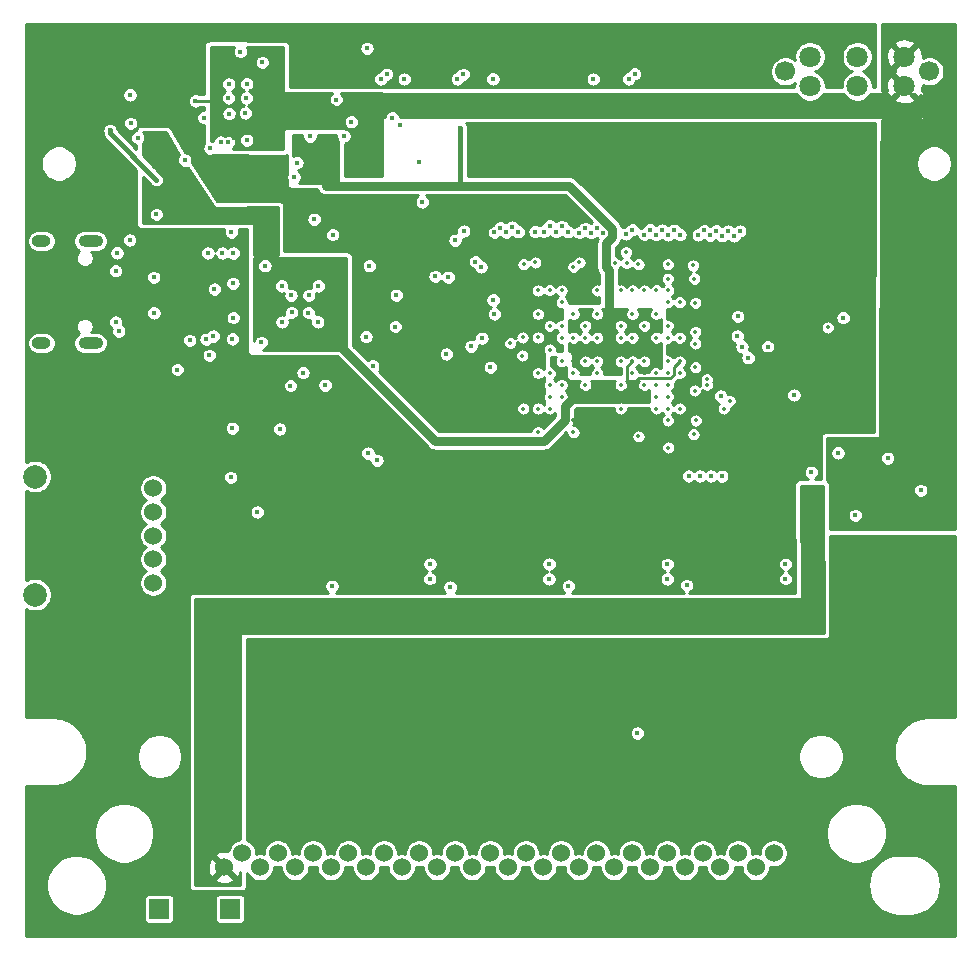
<source format=gbr>
%TF.GenerationSoftware,KiCad,Pcbnew,(5.1.10-1-10_14)*%
%TF.CreationDate,2021-07-06T16:47:45+02:00*%
%TF.ProjectId,gb-fpga,67622d66-7067-4612-9e6b-696361645f70,rev?*%
%TF.SameCoordinates,Original*%
%TF.FileFunction,Copper,L3,Inr*%
%TF.FilePolarity,Positive*%
%FSLAX46Y46*%
G04 Gerber Fmt 4.6, Leading zero omitted, Abs format (unit mm)*
G04 Created by KiCad (PCBNEW (5.1.10-1-10_14)) date 2021-07-06 16:47:45*
%MOMM*%
%LPD*%
G01*
G04 APERTURE LIST*
%TA.AperFunction,ComponentPad*%
%ADD10C,2.000000*%
%TD*%
%TA.AperFunction,ComponentPad*%
%ADD11C,1.524000*%
%TD*%
%TA.AperFunction,ComponentPad*%
%ADD12C,1.800000*%
%TD*%
%TA.AperFunction,ComponentPad*%
%ADD13C,1.700000*%
%TD*%
%TA.AperFunction,ComponentPad*%
%ADD14O,2.100000X1.000000*%
%TD*%
%TA.AperFunction,ComponentPad*%
%ADD15O,1.600000X1.000000*%
%TD*%
%TA.AperFunction,ComponentPad*%
%ADD16R,1.700000X1.700000*%
%TD*%
%TA.AperFunction,ViaPad*%
%ADD17C,0.450000*%
%TD*%
%TA.AperFunction,ViaPad*%
%ADD18C,0.350000*%
%TD*%
%TA.AperFunction,Conductor*%
%ADD19C,0.800000*%
%TD*%
%TA.AperFunction,Conductor*%
%ADD20C,0.250000*%
%TD*%
%TA.AperFunction,Conductor*%
%ADD21C,0.400000*%
%TD*%
%TA.AperFunction,Conductor*%
%ADD22C,0.150000*%
%TD*%
%TA.AperFunction,Conductor*%
%ADD23C,0.254000*%
%TD*%
%TA.AperFunction,Conductor*%
%ADD24C,0.100000*%
%TD*%
G04 APERTURE END LIST*
D10*
%TO.N,GND*%
%TO.C,RV1*%
X1500000Y39600000D03*
X1500000Y29600000D03*
D11*
%TO.N,Net-(C49-Pad1)*%
X11500000Y38600000D03*
%TO.N,Net-(C48-Pad1)*%
X11500000Y36600000D03*
%TO.N,Net-(J5-Pad43)*%
X11500000Y34600000D03*
%TO.N,Net-(J5-Pad42)*%
X11500000Y32600000D03*
%TO.N,GND*%
X11500000Y30600000D03*
%TD*%
D12*
%TO.N,VOUT*%
%TO.C,SW1*%
X75100000Y72650000D03*
X75100000Y75150000D03*
%TO.N,Net-(C11-Pad1)*%
X71100000Y72650000D03*
X71100000Y75150000D03*
%TO.N,Net-(SW1-Pad1)*%
X67100000Y72650000D03*
X67100000Y75150000D03*
D13*
%TO.N,GND*%
X77200000Y73900000D03*
X65000000Y73900000D03*
%TD*%
D11*
%TO.N,GND*%
%TO.C,J2*%
X64025000Y7700000D03*
%TO.N,Net-(J2-Pad30)*%
X61025000Y7700000D03*
%TO.N,Net-(J2-Pad28)*%
X58025000Y7700000D03*
%TO.N,Net-(J2-Pad26)*%
X55025000Y7700000D03*
%TO.N,Net-(J2-Pad24)*%
X52025000Y7700000D03*
%TO.N,Net-(J2-Pad22)*%
X49025000Y7700000D03*
%TO.N,Net-(J2-Pad20)*%
X46025000Y7700000D03*
%TO.N,Net-(J2-Pad18)*%
X43025000Y7700000D03*
%TO.N,Net-(J2-Pad16)*%
X40025000Y7700000D03*
%TO.N,Net-(J2-Pad14)*%
X37025000Y7700000D03*
%TO.N,Net-(J2-Pad12)*%
X34025000Y7700000D03*
%TO.N,Net-(J2-Pad10)*%
X31025000Y7700000D03*
%TO.N,Net-(J2-Pad8)*%
X28025000Y7700000D03*
%TO.N,Net-(J2-Pad6)*%
X25025000Y7700000D03*
%TO.N,Net-(J2-Pad4)*%
X22025000Y7700000D03*
%TO.N,Net-(J2-Pad2)*%
X19025000Y7700000D03*
%TO.N,Net-(J2-Pad31)*%
X62525000Y6500000D03*
%TO.N,Net-(J2-Pad29)*%
X59525000Y6500000D03*
%TO.N,Net-(J2-Pad27)*%
X56525000Y6500000D03*
%TO.N,Net-(J2-Pad25)*%
X53525000Y6500000D03*
%TO.N,Net-(J2-Pad23)*%
X50525000Y6500000D03*
%TO.N,Net-(J2-Pad21)*%
X47525000Y6500000D03*
%TO.N,Net-(J2-Pad19)*%
X44525000Y6500000D03*
%TO.N,Net-(J2-Pad17)*%
X41525000Y6500000D03*
%TO.N,Net-(J2-Pad15)*%
X38525000Y6500000D03*
%TO.N,Net-(J2-Pad13)*%
X35525000Y6500000D03*
%TO.N,Net-(J2-Pad11)*%
X32525000Y6500000D03*
%TO.N,Net-(J2-Pad9)*%
X29525000Y6500000D03*
%TO.N,Net-(J2-Pad7)*%
X26525000Y6500000D03*
%TO.N,Net-(J2-Pad5)*%
X23525000Y6500000D03*
%TO.N,Net-(J2-Pad3)*%
X20525000Y6500000D03*
%TO.N,+5V*%
X17525000Y6500000D03*
%TD*%
D14*
%TO.N,GND*%
%TO.C,J1*%
X6205000Y59520000D03*
X6205000Y50880000D03*
D15*
X2025000Y59520000D03*
X2025000Y50880000D03*
%TD*%
D16*
%TO.N,Net-(J3-Pad1)*%
%TO.C,J3*%
X18000000Y3000000D03*
%TD*%
%TO.N,GND*%
%TO.C,J4*%
X12000000Y3000000D03*
%TD*%
D17*
%TO.N,Net-(U1-PadA10)*%
X61341446Y50588554D03*
X63510000Y50600000D03*
%TO.N,Net-(U1-PadB11)*%
X59540000Y46399999D03*
X61870000Y49660000D03*
D18*
%TO.N,Net-(U1-PadB12)*%
X56075000Y45350000D03*
X59800000Y45350000D03*
%TO.N,GND*%
X49075000Y49350000D03*
X49075000Y48325000D03*
X48075000Y49350000D03*
X47075000Y48350000D03*
X48075000Y47350000D03*
X46075000Y49350000D03*
X47075000Y51350000D03*
X48075000Y51350000D03*
X49075000Y51350000D03*
X51075000Y51350000D03*
X51075000Y49350000D03*
X51075000Y47350000D03*
X51075000Y45350000D03*
X49075000Y53350000D03*
X51075000Y52350000D03*
X51075000Y55350000D03*
X52075000Y48350000D03*
X52075000Y51350000D03*
X52075000Y53350000D03*
X53075000Y55350000D03*
X53075000Y52350000D03*
X53075000Y49350000D03*
X53075000Y47350000D03*
X54075000Y46350000D03*
X54050000Y48350000D03*
X54075000Y51350000D03*
X54075000Y53350000D03*
X55075000Y56350000D03*
X55075000Y52350000D03*
X55075000Y51350000D03*
X55075000Y49350000D03*
X55075000Y48350000D03*
X55075000Y44350000D03*
X56075000Y48350000D03*
X56075000Y51350000D03*
X56075000Y54350000D03*
X48075000Y52350000D03*
X47075000Y53350000D03*
X46075000Y54350000D03*
X46075000Y52350000D03*
X46075000Y47350000D03*
X46075000Y46350000D03*
X45075000Y48350000D03*
X44075000Y55350000D03*
X44075000Y53350000D03*
X44075000Y48350000D03*
X44075000Y45350000D03*
X52575000Y43000000D03*
X57250000Y43175000D03*
X57350000Y46875000D03*
X44075000Y43350000D03*
X47075000Y43350000D03*
X45075000Y50350000D03*
X47075000Y57350000D03*
X52575000Y57575000D03*
X57200000Y57475000D03*
X42850000Y57575000D03*
X57400000Y51850000D03*
X57400000Y48850000D03*
D17*
X65735000Y46500000D03*
X69910000Y53050000D03*
D18*
X68610000Y52225000D03*
D17*
X70940000Y36310000D03*
X69470000Y41600000D03*
X76480000Y38430000D03*
X73680000Y41150000D03*
X11540000Y56460000D03*
X11550000Y53460000D03*
X9500000Y59630000D03*
X8430000Y58540000D03*
X8580000Y51880000D03*
X17350000Y58520000D03*
X16110000Y58520000D03*
X18280000Y58510000D03*
X18120000Y60290000D03*
X25120000Y61380000D03*
X26690000Y60080000D03*
X29800000Y57450000D03*
X32070000Y54950000D03*
X26050000Y47330000D03*
X24180000Y48400000D03*
X15980000Y51220000D03*
X16580000Y51480000D03*
X16240000Y49860000D03*
X18203554Y51256446D03*
X18270000Y53060000D03*
X18240000Y55945000D03*
X13530000Y48660000D03*
X20660000Y50960000D03*
X25470000Y55740000D03*
X22370000Y55740000D03*
X22400000Y52680000D03*
X25430000Y52690000D03*
X23210000Y53490000D03*
X23170000Y54940000D03*
X24660000Y54930000D03*
X24635000Y53485000D03*
X32000000Y52300000D03*
X29510000Y51450000D03*
X23120000Y47300000D03*
X34280000Y62840000D03*
X35370000Y56540000D03*
X9580000Y69500000D03*
X10170000Y68290000D03*
X19420000Y72860000D03*
X17890000Y72830000D03*
X17920000Y70330000D03*
X19300000Y70370000D03*
X19380000Y71640000D03*
X17870000Y71640000D03*
X9530000Y71910000D03*
X24770000Y68410000D03*
X27650000Y68430000D03*
X23420000Y64960000D03*
X23660000Y66180000D03*
X14170000Y66390000D03*
X28270000Y69640000D03*
X27010000Y71520000D03*
X34030000Y66230000D03*
X31730000Y69980000D03*
X34930000Y32180000D03*
X34910000Y30950000D03*
X26630000Y30310000D03*
X36640000Y30230000D03*
X45020000Y32200000D03*
X44990000Y30930000D03*
X46650000Y30330000D03*
X55020000Y32160000D03*
X55020000Y30930000D03*
X56650000Y30380000D03*
X65030000Y32170000D03*
X65030000Y30950000D03*
X30750000Y73260000D03*
X31250000Y73660000D03*
X32750000Y73260000D03*
X37250000Y73270000D03*
X37750000Y73650000D03*
X40250000Y73270000D03*
X48750000Y73250000D03*
X51750000Y73270000D03*
X52250000Y73690000D03*
X18050000Y39530000D03*
X20310000Y36600000D03*
X29590000Y75850000D03*
X36320000Y49980000D03*
X60980000Y53150000D03*
X60950000Y51480000D03*
X36470000Y56470000D03*
X37790000Y60380000D03*
X59630000Y39620000D03*
X57760000Y39640000D03*
X58690000Y39650000D03*
X56820000Y39640000D03*
D18*
%TO.N,+3V3*%
X45075000Y51350000D03*
X51075000Y44350000D03*
X51075000Y56350000D03*
X47075000Y44350000D03*
X47075000Y56350000D03*
X44075000Y56350000D03*
X44075000Y52350000D03*
X44075000Y49350000D03*
X44075000Y44350000D03*
D17*
X71510000Y46850000D03*
X71510000Y52950000D03*
X63510000Y49950000D03*
X64460000Y48625000D03*
X14720000Y58500000D03*
X22950000Y60270000D03*
X13420000Y52240000D03*
X16090000Y48770000D03*
X30030000Y56070000D03*
X26070000Y48300000D03*
X19450000Y41510000D03*
X21290000Y41510000D03*
X23140000Y41500000D03*
X25000000Y41500000D03*
X23120000Y48230000D03*
X33270000Y56540000D03*
X33310000Y62820000D03*
X20750000Y64090000D03*
X21690000Y64100000D03*
X20430000Y64950000D03*
X31810000Y32880000D03*
X33840000Y34240000D03*
X26610000Y32880000D03*
X36640000Y32960000D03*
X41830000Y33120000D03*
X45000000Y33120000D03*
X46630000Y32980000D03*
X51830000Y32960000D03*
X55040000Y33140000D03*
X56620000Y33010000D03*
X61820000Y33030000D03*
X65070000Y33130000D03*
X28250000Y73360000D03*
X62320000Y47020000D03*
X37300000Y54560000D03*
X37300000Y53430000D03*
X37320000Y52260000D03*
X32920000Y52210000D03*
X58490000Y50630000D03*
X58470000Y51470000D03*
X58460000Y52310000D03*
X38990000Y55600000D03*
X39680000Y59520000D03*
X56820000Y42130000D03*
X58690000Y42070000D03*
X57770000Y42120000D03*
X59620000Y42090000D03*
D18*
%TO.N,Net-(R1-Pad1)*%
X55075000Y46350000D03*
X60300001Y45999999D03*
%TO.N,Net-(R2-Pad1)*%
X55075000Y47350000D03*
X58375000Y47350000D03*
%TO.N,Net-(R3-Pad1)*%
X54075000Y47350000D03*
X58375000Y47850003D03*
%TO.N,Net-(R5-Pad1)*%
X46075000Y51350000D03*
D17*
X40390000Y53360000D03*
D18*
%TO.N,Net-(R6-Pad1)*%
X42740000Y49840000D03*
D17*
X39320000Y51300000D03*
D18*
%TO.N,Net-(R7-Pad1)*%
X44075000Y51375000D03*
X42770000Y51370000D03*
D17*
X40279644Y54563249D03*
%TO.N,Net-(R8-Pad1)*%
X38400000Y50620000D03*
X40050000Y48850000D03*
D18*
%TO.N,+1V8*%
X49075000Y47350000D03*
X52075000Y47350000D03*
X52075000Y49350000D03*
X56075000Y49350000D03*
X47075000Y47350000D03*
X46075000Y48350000D03*
D17*
X14110000Y65090000D03*
X27110000Y52440000D03*
X20790000Y52460000D03*
X21390000Y60300000D03*
X11440000Y67170000D03*
X12810000Y67130000D03*
D18*
%TO.N,+1V0*%
X48075000Y48350000D03*
X47075000Y49350000D03*
X51075000Y48350000D03*
X49075000Y52350000D03*
X51075000Y53350000D03*
X52075000Y52350000D03*
X53075000Y53350000D03*
X53075000Y51350000D03*
X53075000Y48350000D03*
X54075000Y49350000D03*
X54075000Y52350000D03*
X48075000Y53350000D03*
X47075000Y52350000D03*
D17*
X24790000Y67480000D03*
X25560000Y67124998D03*
X37510000Y69100000D03*
D18*
%TO.N,TMS*%
X45075000Y52350000D03*
X41720000Y50890000D03*
D17*
%TO.N,TDO*%
X30088008Y48968008D03*
X22200000Y43630000D03*
D18*
%TO.N,TCK*%
X57390000Y50860000D03*
D17*
X18200000Y43690000D03*
%TO.N,Net-(R14-Pad1)*%
X16680000Y55460000D03*
X14580000Y51130000D03*
D18*
%TO.N,RX*%
X51575000Y57675000D03*
D17*
X38780000Y57800000D03*
D18*
%TO.N,TX*%
X50575000Y57675000D03*
D17*
X39250000Y57340000D03*
D18*
%TO.N,12MHZ*%
X49075000Y55350000D03*
D17*
X37050000Y59600000D03*
X20950000Y57450000D03*
%TO.N,USB_5V*%
X17860000Y67890000D03*
X17210000Y67910000D03*
X18880000Y75570000D03*
X11770000Y61790000D03*
X11770000Y64730002D03*
X7830000Y68910000D03*
D18*
%TO.N,GB_A1*%
X45075000Y45350000D03*
X42825000Y45350000D03*
D17*
%TO.N,+5V*%
X67240000Y37240000D03*
X67220000Y38180000D03*
X63830000Y28630000D03*
X61850000Y27170000D03*
X53860000Y28600000D03*
X51820000Y27110000D03*
X43850000Y28580000D03*
X41830000Y27100000D03*
X33830000Y28510000D03*
X31820000Y27190000D03*
X67220000Y39960000D03*
%TO.N,Net-(C10-Pad1)*%
X8310000Y52670000D03*
X8310000Y57020000D03*
%TO.N,Net-(J3-Pad1)*%
X20740000Y74660001D03*
%TO.N,VOUT*%
X15070000Y71410000D03*
X21750000Y71410000D03*
X18370001Y68250001D03*
X21730000Y69210000D03*
X17866447Y75066446D03*
X17060000Y75030000D03*
X28950000Y66390000D03*
X28960000Y65540000D03*
X28750000Y70250000D03*
X29250000Y70590000D03*
X29750000Y70240000D03*
X30250000Y70630000D03*
X69690000Y38000000D03*
X72620000Y41420000D03*
%TO.N,Net-(Q1-Pad6)*%
X15760000Y69990000D03*
X32410000Y69350000D03*
%TO.N,Net-(R27-Pad2)*%
X19420000Y68070000D03*
X16300000Y67390000D03*
%TO.N,Net-(J2-Pad30)*%
X52490000Y17870000D03*
D18*
%TO.N,GB_D2*%
X54075000Y45350000D03*
X55100000Y42050000D03*
%TO.N,GB_D5*%
X55075000Y45350000D03*
X57440000Y44350000D03*
D17*
%TO.N,DISP_SDO*%
X61160002Y60390002D03*
%TO.N,DISP_SDI*%
X60660001Y59980002D03*
%TO.N,DISP_SCLK*%
X60160001Y60389999D03*
D18*
%TO.N,DISP_CS*%
X55075000Y54350000D03*
X57400000Y54300000D03*
D17*
X59660000Y59990000D03*
%TO.N,DISP_RST*%
X59160000Y60410000D03*
%TO.N,DISP_B0*%
X58650000Y60030000D03*
%TO.N,DISP_B1*%
X58150000Y60430000D03*
D18*
%TO.N,DISP_B2*%
X55100000Y55375000D03*
X57300000Y56350000D03*
D17*
X57640000Y60060000D03*
%TO.N,DISP_B3*%
X56090001Y60080000D03*
%TO.N,DISP_B4*%
X55590001Y60449999D03*
D18*
%TO.N,DISP_G0*%
X54100000Y55375000D03*
X55075000Y57575000D03*
D17*
X55075000Y60055000D03*
%TO.N,DISP_G1*%
X54575000Y60455000D03*
%TO.N,DISP_G2*%
X54075000Y60075954D03*
%TO.N,DISP_G3*%
X53570000Y60490000D03*
%TO.N,DISP_G4*%
X53070000Y60090000D03*
%TO.N,DISP_G5*%
X52070000Y60490000D03*
D18*
%TO.N,DISP_R0*%
X52075000Y55350000D03*
X51525000Y58600000D03*
D17*
X51520000Y60140000D03*
%TO.N,DISP_R1*%
X49570000Y60210000D03*
%TO.N,DISP_R2*%
X49070000Y60630000D03*
%TO.N,DISP_R3*%
X48570000Y60245000D03*
%TO.N,DISP_R4*%
X48069999Y60599999D03*
D18*
%TO.N,DISP_DE*%
X46075000Y55350000D03*
X47580000Y57720000D03*
D17*
X47569999Y60250000D03*
%TO.N,DISP_PCLK*%
X46590001Y60320000D03*
%TO.N,DISP_HS*%
X46090001Y60769999D03*
%TO.N,DISP_VS*%
X45590000Y60330000D03*
%TO.N,JOY_B*%
X45070000Y60820000D03*
%TO.N,JOY_A*%
X44560000Y60340000D03*
D18*
%TO.N,JOY_START*%
X45050000Y55375000D03*
X43825000Y57725000D03*
D17*
X43830000Y60340000D03*
%TO.N,JOY_SELECT*%
X42390000Y60320000D03*
%TO.N,JOY_RIGHT*%
X41890001Y60710001D03*
%TO.N,JOY_UP*%
X41389999Y60290530D03*
%TO.N,JOY_DOWN*%
X40890000Y60680000D03*
%TO.N,JOY_LEFT*%
X40389998Y60260877D03*
D18*
%TO.N,AUD_R*%
X45075000Y46350000D03*
D17*
X30450000Y40970000D03*
D18*
%TO.N,AUD_L*%
X45075000Y47350000D03*
D17*
X29670000Y41580000D03*
%TD*%
D19*
%TO.N,+1V8*%
X46349999Y45551997D02*
X47075000Y46276998D01*
X46349999Y44379999D02*
X46349999Y45551997D01*
X47075000Y46276998D02*
X47075000Y47350000D01*
X44594999Y42624999D02*
X46349999Y44379999D01*
X35335001Y42624999D02*
X44594999Y42624999D01*
X27080000Y50880000D02*
X35335001Y42624999D01*
D20*
X51624999Y48899999D02*
X52075000Y49350000D01*
X51624999Y47800001D02*
X51624999Y48899999D01*
X52075000Y47350000D02*
X51624999Y47800001D01*
X55624999Y48899999D02*
X56075000Y49350000D01*
X55624999Y48233997D02*
X55624999Y48899999D01*
X55291001Y47899999D02*
X55624999Y48233997D01*
X52624999Y47899999D02*
X55291001Y47899999D01*
X52075000Y47350000D02*
X52624999Y47899999D01*
X47075000Y47350000D02*
X46075000Y48350000D01*
X21614999Y53284999D02*
X20790000Y52460000D01*
X21614999Y60075001D02*
X21614999Y53284999D01*
X21390000Y60300000D02*
X21614999Y60075001D01*
%TO.N,+1V0*%
X54075000Y49350000D02*
X53075000Y48350000D01*
D19*
X26130000Y64230000D02*
X26130000Y66554998D01*
X50345001Y60582001D02*
X46697002Y64230000D01*
X50080000Y57096998D02*
X49849999Y57326999D01*
X49849999Y57326999D02*
X49849999Y59342997D01*
X50345001Y59837999D02*
X50345001Y60582001D01*
X26130000Y66554998D02*
X25560000Y67124998D01*
X49849999Y59342997D02*
X50345001Y59837999D01*
X50080000Y53400000D02*
X50080000Y57096998D01*
D20*
X37510000Y64370000D02*
X37650000Y64230000D01*
D21*
X37510000Y69100000D02*
X37510000Y64370000D01*
D19*
X37650000Y64230000D02*
X26130000Y64230000D01*
X46697002Y64230000D02*
X37650000Y64230000D01*
D21*
%TO.N,USB_5V*%
X7830000Y68670002D02*
X7830000Y68910000D01*
X11770000Y64730002D02*
X7830000Y68670002D01*
D20*
%TO.N,VOUT*%
X28950000Y65550000D02*
X28960000Y65540000D01*
X21780000Y69210000D02*
X21730000Y69210000D01*
X15070000Y71410000D02*
X17080000Y71410000D01*
D22*
X75100000Y72650000D02*
X73650000Y71200000D01*
X73650000Y71200000D02*
X73240000Y71200000D01*
%TD*%
D23*
%TO.N,+3V3*%
X72626226Y72577000D02*
X72427000Y72577000D01*
X72427000Y72780698D01*
X72376004Y73037072D01*
X72275972Y73278570D01*
X72130748Y73495913D01*
X71945913Y73680748D01*
X71728570Y73825972D01*
X71549851Y73900000D01*
X71728570Y73974028D01*
X71945913Y74119252D01*
X72130748Y74304087D01*
X72275972Y74521430D01*
X72376004Y74762928D01*
X72427000Y75019302D01*
X72427000Y75280698D01*
X72376004Y75537072D01*
X72275972Y75778570D01*
X72130748Y75995913D01*
X71945913Y76180748D01*
X71728570Y76325972D01*
X71487072Y76426004D01*
X71230698Y76477000D01*
X70969302Y76477000D01*
X70712928Y76426004D01*
X70471430Y76325972D01*
X70254087Y76180748D01*
X70069252Y75995913D01*
X69924028Y75778570D01*
X69823996Y75537072D01*
X69773000Y75280698D01*
X69773000Y75019302D01*
X69823996Y74762928D01*
X69924028Y74521430D01*
X70069252Y74304087D01*
X70254087Y74119252D01*
X70471430Y73974028D01*
X70650149Y73900000D01*
X70471430Y73825972D01*
X70254087Y73680748D01*
X70069252Y73495913D01*
X69924028Y73278570D01*
X69823996Y73037072D01*
X69773000Y72780698D01*
X69773000Y72577000D01*
X68427000Y72577000D01*
X68427000Y72780698D01*
X68376004Y73037072D01*
X68275972Y73278570D01*
X68130748Y73495913D01*
X67945913Y73680748D01*
X67728570Y73825972D01*
X67549851Y73900000D01*
X67728570Y73974028D01*
X67945913Y74119252D01*
X68130748Y74304087D01*
X68275972Y74521430D01*
X68376004Y74762928D01*
X68427000Y75019302D01*
X68427000Y75280698D01*
X68376004Y75537072D01*
X68275972Y75778570D01*
X68130748Y75995913D01*
X67945913Y76180748D01*
X67728570Y76325972D01*
X67487072Y76426004D01*
X67230698Y76477000D01*
X66969302Y76477000D01*
X66712928Y76426004D01*
X66471430Y76325972D01*
X66254087Y76180748D01*
X66069252Y75995913D01*
X65924028Y75778570D01*
X65823996Y75537072D01*
X65773000Y75280698D01*
X65773000Y75019302D01*
X65795933Y74904010D01*
X65604886Y75031663D01*
X65372487Y75127926D01*
X65125774Y75177000D01*
X64874226Y75177000D01*
X64627513Y75127926D01*
X64395114Y75031663D01*
X64185960Y74891911D01*
X64008089Y74714040D01*
X63868337Y74504886D01*
X63772074Y74272487D01*
X63723000Y74025774D01*
X63723000Y73774226D01*
X63772074Y73527513D01*
X63868337Y73295114D01*
X64008089Y73085960D01*
X64185960Y72908089D01*
X64395114Y72768337D01*
X64627513Y72672074D01*
X64874226Y72623000D01*
X65125774Y72623000D01*
X65372487Y72672074D01*
X65604886Y72768337D01*
X65795933Y72895990D01*
X65773000Y72780698D01*
X65773000Y72577000D01*
X31132188Y72577000D01*
X31093304Y72588795D01*
X31010000Y72597000D01*
X23067000Y72597000D01*
X23067000Y73324216D01*
X30098000Y73324216D01*
X30098000Y73195784D01*
X30123056Y73069819D01*
X30172205Y72951162D01*
X30243558Y72844374D01*
X30334374Y72753558D01*
X30441162Y72682205D01*
X30559819Y72633056D01*
X30685784Y72608000D01*
X30814216Y72608000D01*
X30940181Y72633056D01*
X31058838Y72682205D01*
X31165626Y72753558D01*
X31256442Y72844374D01*
X31327795Y72951162D01*
X31354671Y73016047D01*
X31440181Y73033056D01*
X31558838Y73082205D01*
X31665626Y73153558D01*
X31756442Y73244374D01*
X31809790Y73324216D01*
X32098000Y73324216D01*
X32098000Y73195784D01*
X32123056Y73069819D01*
X32172205Y72951162D01*
X32243558Y72844374D01*
X32334374Y72753558D01*
X32441162Y72682205D01*
X32559819Y72633056D01*
X32685784Y72608000D01*
X32814216Y72608000D01*
X32940181Y72633056D01*
X33058838Y72682205D01*
X33165626Y72753558D01*
X33256442Y72844374D01*
X33327795Y72951162D01*
X33376944Y73069819D01*
X33402000Y73195784D01*
X33402000Y73324216D01*
X33400011Y73334216D01*
X36598000Y73334216D01*
X36598000Y73205784D01*
X36623056Y73079819D01*
X36672205Y72961162D01*
X36743558Y72854374D01*
X36834374Y72763558D01*
X36941162Y72692205D01*
X37059819Y72643056D01*
X37185784Y72618000D01*
X37314216Y72618000D01*
X37440181Y72643056D01*
X37558838Y72692205D01*
X37665626Y72763558D01*
X37756442Y72854374D01*
X37827795Y72961162D01*
X37845643Y73004251D01*
X37940181Y73023056D01*
X38058838Y73072205D01*
X38165626Y73143558D01*
X38256442Y73234374D01*
X38323153Y73334216D01*
X39598000Y73334216D01*
X39598000Y73205784D01*
X39623056Y73079819D01*
X39672205Y72961162D01*
X39743558Y72854374D01*
X39834374Y72763558D01*
X39941162Y72692205D01*
X40059819Y72643056D01*
X40185784Y72618000D01*
X40314216Y72618000D01*
X40440181Y72643056D01*
X40558838Y72692205D01*
X40665626Y72763558D01*
X40756442Y72854374D01*
X40827795Y72961162D01*
X40876944Y73079819D01*
X40902000Y73205784D01*
X40902000Y73314216D01*
X48098000Y73314216D01*
X48098000Y73185784D01*
X48123056Y73059819D01*
X48172205Y72941162D01*
X48243558Y72834374D01*
X48334374Y72743558D01*
X48441162Y72672205D01*
X48559819Y72623056D01*
X48685784Y72598000D01*
X48814216Y72598000D01*
X48940181Y72623056D01*
X49058838Y72672205D01*
X49165626Y72743558D01*
X49256442Y72834374D01*
X49327795Y72941162D01*
X49376944Y73059819D01*
X49402000Y73185784D01*
X49402000Y73314216D01*
X49398022Y73334216D01*
X51098000Y73334216D01*
X51098000Y73205784D01*
X51123056Y73079819D01*
X51172205Y72961162D01*
X51243558Y72854374D01*
X51334374Y72763558D01*
X51441162Y72692205D01*
X51559819Y72643056D01*
X51685784Y72618000D01*
X51814216Y72618000D01*
X51940181Y72643056D01*
X52058838Y72692205D01*
X52165626Y72763558D01*
X52256442Y72854374D01*
X52327795Y72961162D01*
X52363699Y73047843D01*
X52440181Y73063056D01*
X52558838Y73112205D01*
X52665626Y73183558D01*
X52756442Y73274374D01*
X52827795Y73381162D01*
X52876944Y73499819D01*
X52902000Y73625784D01*
X52902000Y73754216D01*
X52876944Y73880181D01*
X52827795Y73998838D01*
X52756442Y74105626D01*
X52665626Y74196442D01*
X52558838Y74267795D01*
X52440181Y74316944D01*
X52314216Y74342000D01*
X52185784Y74342000D01*
X52059819Y74316944D01*
X51941162Y74267795D01*
X51834374Y74196442D01*
X51743558Y74105626D01*
X51672205Y73998838D01*
X51636301Y73912157D01*
X51559819Y73896944D01*
X51441162Y73847795D01*
X51334374Y73776442D01*
X51243558Y73685626D01*
X51172205Y73578838D01*
X51123056Y73460181D01*
X51098000Y73334216D01*
X49398022Y73334216D01*
X49376944Y73440181D01*
X49327795Y73558838D01*
X49256442Y73665626D01*
X49165626Y73756442D01*
X49058838Y73827795D01*
X48940181Y73876944D01*
X48814216Y73902000D01*
X48685784Y73902000D01*
X48559819Y73876944D01*
X48441162Y73827795D01*
X48334374Y73756442D01*
X48243558Y73665626D01*
X48172205Y73558838D01*
X48123056Y73440181D01*
X48098000Y73314216D01*
X40902000Y73314216D01*
X40902000Y73334216D01*
X40876944Y73460181D01*
X40827795Y73578838D01*
X40756442Y73685626D01*
X40665626Y73776442D01*
X40558838Y73847795D01*
X40440181Y73896944D01*
X40314216Y73922000D01*
X40185784Y73922000D01*
X40059819Y73896944D01*
X39941162Y73847795D01*
X39834374Y73776442D01*
X39743558Y73685626D01*
X39672205Y73578838D01*
X39623056Y73460181D01*
X39598000Y73334216D01*
X38323153Y73334216D01*
X38327795Y73341162D01*
X38376944Y73459819D01*
X38402000Y73585784D01*
X38402000Y73714216D01*
X38376944Y73840181D01*
X38327795Y73958838D01*
X38256442Y74065626D01*
X38165626Y74156442D01*
X38058838Y74227795D01*
X37940181Y74276944D01*
X37814216Y74302000D01*
X37685784Y74302000D01*
X37559819Y74276944D01*
X37441162Y74227795D01*
X37334374Y74156442D01*
X37243558Y74065626D01*
X37172205Y73958838D01*
X37154357Y73915749D01*
X37059819Y73896944D01*
X36941162Y73847795D01*
X36834374Y73776442D01*
X36743558Y73685626D01*
X36672205Y73578838D01*
X36623056Y73460181D01*
X36598000Y73334216D01*
X33400011Y73334216D01*
X33376944Y73450181D01*
X33327795Y73568838D01*
X33256442Y73675626D01*
X33165626Y73766442D01*
X33058838Y73837795D01*
X32940181Y73886944D01*
X32814216Y73912000D01*
X32685784Y73912000D01*
X32559819Y73886944D01*
X32441162Y73837795D01*
X32334374Y73766442D01*
X32243558Y73675626D01*
X32172205Y73568838D01*
X32123056Y73450181D01*
X32098000Y73324216D01*
X31809790Y73324216D01*
X31827795Y73351162D01*
X31876944Y73469819D01*
X31902000Y73595784D01*
X31902000Y73724216D01*
X31876944Y73850181D01*
X31827795Y73968838D01*
X31756442Y74075626D01*
X31665626Y74166442D01*
X31558838Y74237795D01*
X31440181Y74286944D01*
X31314216Y74312000D01*
X31185784Y74312000D01*
X31059819Y74286944D01*
X30941162Y74237795D01*
X30834374Y74166442D01*
X30743558Y74075626D01*
X30672205Y73968838D01*
X30645329Y73903953D01*
X30559819Y73886944D01*
X30441162Y73837795D01*
X30334374Y73766442D01*
X30243558Y73675626D01*
X30172205Y73568838D01*
X30123056Y73450181D01*
X30098000Y73324216D01*
X23067000Y73324216D01*
X23067000Y75914216D01*
X28938000Y75914216D01*
X28938000Y75785784D01*
X28963056Y75659819D01*
X29012205Y75541162D01*
X29083558Y75434374D01*
X29174374Y75343558D01*
X29281162Y75272205D01*
X29399819Y75223056D01*
X29525784Y75198000D01*
X29654216Y75198000D01*
X29780181Y75223056D01*
X29898838Y75272205D01*
X30005626Y75343558D01*
X30096442Y75434374D01*
X30167795Y75541162D01*
X30216944Y75659819D01*
X30242000Y75785784D01*
X30242000Y75914216D01*
X30216944Y76040181D01*
X30167795Y76158838D01*
X30096442Y76265626D01*
X30005626Y76356442D01*
X29898838Y76427795D01*
X29780181Y76476944D01*
X29654216Y76502000D01*
X29525784Y76502000D01*
X29399819Y76476944D01*
X29281162Y76427795D01*
X29174374Y76356442D01*
X29083558Y76265626D01*
X29012205Y76158838D01*
X28963056Y76040181D01*
X28938000Y75914216D01*
X23067000Y75914216D01*
X23067000Y76060000D01*
X23059243Y76141019D01*
X23035382Y76221253D01*
X22996326Y76295289D01*
X22943576Y76360284D01*
X22879160Y76413739D01*
X22805554Y76453600D01*
X22725585Y76478335D01*
X22642328Y76486994D01*
X16222328Y76521994D01*
X16136696Y76513795D01*
X16056594Y76489497D01*
X15982772Y76450038D01*
X15918065Y76396935D01*
X15864962Y76332228D01*
X15825503Y76258406D01*
X15801205Y76178304D01*
X15793000Y76095000D01*
X15793000Y71962000D01*
X15417443Y71962000D01*
X15378838Y71987795D01*
X15260181Y72036944D01*
X15134216Y72062000D01*
X15005784Y72062000D01*
X14879819Y72036944D01*
X14761162Y71987795D01*
X14654374Y71916442D01*
X14563558Y71825626D01*
X14492205Y71718838D01*
X14443056Y71600181D01*
X14418000Y71474216D01*
X14418000Y71345784D01*
X14443056Y71219819D01*
X14492205Y71101162D01*
X14563558Y70994374D01*
X14654374Y70903558D01*
X14761162Y70832205D01*
X14879819Y70783056D01*
X15005784Y70758000D01*
X15134216Y70758000D01*
X15260181Y70783056D01*
X15378838Y70832205D01*
X15417443Y70858000D01*
X15793000Y70858000D01*
X15793000Y70642000D01*
X15695784Y70642000D01*
X15569819Y70616944D01*
X15451162Y70567795D01*
X15344374Y70496442D01*
X15253558Y70405626D01*
X15182205Y70298838D01*
X15133056Y70180181D01*
X15108000Y70054216D01*
X15108000Y69925784D01*
X15133056Y69799819D01*
X15182205Y69681162D01*
X15253558Y69574374D01*
X15344374Y69483558D01*
X15451162Y69412205D01*
X15569819Y69363056D01*
X15695784Y69338000D01*
X15793000Y69338000D01*
X15793000Y67804791D01*
X15722205Y67698838D01*
X15673056Y67580181D01*
X15648000Y67454216D01*
X15648000Y67325784D01*
X15673056Y67199819D01*
X15722205Y67081162D01*
X15793558Y66974374D01*
X15884374Y66883558D01*
X15991162Y66812205D01*
X16109819Y66763056D01*
X16235784Y66738000D01*
X16364216Y66738000D01*
X16490181Y66763056D01*
X16569922Y66796086D01*
X22637672Y66763006D01*
X22723304Y66771205D01*
X22793000Y66792346D01*
X22793000Y65149899D01*
X22768000Y65024216D01*
X22768000Y64895784D01*
X22793000Y64770101D01*
X22793000Y64340000D01*
X22801205Y64256696D01*
X22825503Y64176594D01*
X22864962Y64102772D01*
X22918065Y64038065D01*
X22982772Y63984962D01*
X23056594Y63945503D01*
X23136696Y63921205D01*
X23220000Y63913000D01*
X25361949Y63913000D01*
X25362255Y63911990D01*
X25439048Y63768321D01*
X25542394Y63642394D01*
X25668321Y63539048D01*
X25811990Y63462255D01*
X25967880Y63414966D01*
X26130000Y63398999D01*
X26170624Y63403000D01*
X33949020Y63403000D01*
X33864374Y63346442D01*
X33773558Y63255626D01*
X33702205Y63148838D01*
X33653056Y63030181D01*
X33628000Y62904216D01*
X33628000Y62775784D01*
X33653056Y62649819D01*
X33702205Y62531162D01*
X33773558Y62424374D01*
X33864374Y62333558D01*
X33971162Y62262205D01*
X34089819Y62213056D01*
X34215784Y62188000D01*
X34344216Y62188000D01*
X34470181Y62213056D01*
X34588838Y62262205D01*
X34695626Y62333558D01*
X34786442Y62424374D01*
X34857795Y62531162D01*
X34906944Y62649819D01*
X34932000Y62775784D01*
X34932000Y62904216D01*
X34906944Y63030181D01*
X34857795Y63148838D01*
X34786442Y63255626D01*
X34695626Y63346442D01*
X34610980Y63403000D01*
X46354449Y63403000D01*
X48637690Y61119758D01*
X48563558Y61045626D01*
X48556702Y61035364D01*
X48485625Y61106441D01*
X48378837Y61177794D01*
X48260180Y61226943D01*
X48134215Y61251999D01*
X48005783Y61251999D01*
X47879818Y61226943D01*
X47761161Y61177794D01*
X47654373Y61106441D01*
X47563557Y61015625D01*
X47492204Y60908837D01*
X47487899Y60898443D01*
X47379818Y60876944D01*
X47261161Y60827795D01*
X47154373Y60756442D01*
X47111309Y60713378D01*
X47096443Y60735626D01*
X47005627Y60826442D01*
X46898839Y60897795D01*
X46780182Y60946944D01*
X46717081Y60959496D01*
X46716945Y60960180D01*
X46667796Y61078837D01*
X46596443Y61185625D01*
X46505627Y61276441D01*
X46398839Y61347794D01*
X46280182Y61396943D01*
X46154217Y61421999D01*
X46025785Y61421999D01*
X45899820Y61396943D01*
X45781163Y61347794D01*
X45674375Y61276441D01*
X45599320Y61201386D01*
X45576442Y61235626D01*
X45485626Y61326442D01*
X45378838Y61397795D01*
X45260181Y61446944D01*
X45134216Y61472000D01*
X45005784Y61472000D01*
X44879819Y61446944D01*
X44761162Y61397795D01*
X44654374Y61326442D01*
X44563558Y61235626D01*
X44492205Y61128838D01*
X44443056Y61010181D01*
X44437118Y60980331D01*
X44369819Y60966944D01*
X44251162Y60917795D01*
X44195000Y60880269D01*
X44138838Y60917795D01*
X44020181Y60966944D01*
X43894216Y60992000D01*
X43765784Y60992000D01*
X43639819Y60966944D01*
X43521162Y60917795D01*
X43414374Y60846442D01*
X43323558Y60755626D01*
X43252205Y60648838D01*
X43203056Y60530181D01*
X43178000Y60404216D01*
X43178000Y60275784D01*
X43203056Y60149819D01*
X43252205Y60031162D01*
X43323558Y59924374D01*
X43414374Y59833558D01*
X43521162Y59762205D01*
X43639819Y59713056D01*
X43765784Y59688000D01*
X43894216Y59688000D01*
X44020181Y59713056D01*
X44138838Y59762205D01*
X44195000Y59799731D01*
X44251162Y59762205D01*
X44369819Y59713056D01*
X44495784Y59688000D01*
X44624216Y59688000D01*
X44750181Y59713056D01*
X44868838Y59762205D01*
X44975626Y59833558D01*
X45066442Y59924374D01*
X45071659Y59932182D01*
X45083558Y59914374D01*
X45174374Y59823558D01*
X45281162Y59752205D01*
X45399819Y59703056D01*
X45525784Y59678000D01*
X45654216Y59678000D01*
X45780181Y59703056D01*
X45898838Y59752205D01*
X46005626Y59823558D01*
X46085001Y59902933D01*
X46174375Y59813558D01*
X46281163Y59742205D01*
X46399820Y59693056D01*
X46525785Y59668000D01*
X46654217Y59668000D01*
X46780182Y59693056D01*
X46898839Y59742205D01*
X47005627Y59813558D01*
X47048691Y59856622D01*
X47063557Y59834374D01*
X47154373Y59743558D01*
X47261161Y59672205D01*
X47379818Y59623056D01*
X47505783Y59598000D01*
X47634215Y59598000D01*
X47760180Y59623056D01*
X47878837Y59672205D01*
X47985625Y59743558D01*
X48067500Y59825433D01*
X48154374Y59738558D01*
X48261162Y59667205D01*
X48379819Y59618056D01*
X48505784Y59593000D01*
X48634216Y59593000D01*
X48760181Y59618056D01*
X48878838Y59667205D01*
X48985626Y59738558D01*
X49054700Y59807632D01*
X49063558Y59794374D01*
X49122197Y59735735D01*
X49082255Y59661007D01*
X49034966Y59505117D01*
X49018999Y59342997D01*
X49023000Y59302373D01*
X49022999Y57367613D01*
X49018999Y57326999D01*
X49022999Y57286385D01*
X49022999Y57286376D01*
X49034965Y57164880D01*
X49082254Y57008990D01*
X49105101Y56966247D01*
X49159047Y56865320D01*
X49193733Y56823056D01*
X49253001Y56750837D01*
X49253001Y55927870D01*
X49250597Y55928866D01*
X49134292Y55952000D01*
X49015708Y55952000D01*
X48899403Y55928866D01*
X48789846Y55883486D01*
X48691247Y55817604D01*
X48607396Y55733753D01*
X48541514Y55635154D01*
X48496134Y55525597D01*
X48473000Y55409292D01*
X48473000Y55290708D01*
X48496134Y55174403D01*
X48541514Y55064846D01*
X48607396Y54966247D01*
X48691247Y54882396D01*
X48789846Y54816514D01*
X48899403Y54771134D01*
X49015708Y54748000D01*
X49134292Y54748000D01*
X49250597Y54771134D01*
X49253000Y54772130D01*
X49253000Y54307000D01*
X46677000Y54307000D01*
X46677000Y54409292D01*
X46653866Y54525597D01*
X46608486Y54635154D01*
X46542604Y54733753D01*
X46458753Y54817604D01*
X46410269Y54850000D01*
X46458753Y54882396D01*
X46542604Y54966247D01*
X46608486Y55064846D01*
X46653866Y55174403D01*
X46677000Y55290708D01*
X46677000Y55409292D01*
X46653866Y55525597D01*
X46608486Y55635154D01*
X46542604Y55733753D01*
X46458753Y55817604D01*
X46360154Y55883486D01*
X46250597Y55928866D01*
X46134292Y55952000D01*
X46015708Y55952000D01*
X45899403Y55928866D01*
X45789846Y55883486D01*
X45691247Y55817604D01*
X45607396Y55733753D01*
X45570852Y55679062D01*
X45517604Y55758753D01*
X45433753Y55842604D01*
X45335154Y55908486D01*
X45225597Y55953866D01*
X45109292Y55977000D01*
X44990708Y55977000D01*
X44874403Y55953866D01*
X44764846Y55908486D01*
X44666247Y55842604D01*
X44582396Y55758753D01*
X44554148Y55716477D01*
X44542604Y55733753D01*
X44458753Y55817604D01*
X44360154Y55883486D01*
X44250597Y55928866D01*
X44134292Y55952000D01*
X44015708Y55952000D01*
X43899403Y55928866D01*
X43789846Y55883486D01*
X43691247Y55817604D01*
X43607396Y55733753D01*
X43541514Y55635154D01*
X43496134Y55525597D01*
X43473000Y55409292D01*
X43473000Y55290708D01*
X43496134Y55174403D01*
X43541514Y55064846D01*
X43607396Y54966247D01*
X43691247Y54882396D01*
X43789846Y54816514D01*
X43899403Y54771134D01*
X44015708Y54748000D01*
X44134292Y54748000D01*
X44250597Y54771134D01*
X44360154Y54816514D01*
X44458753Y54882396D01*
X44542604Y54966247D01*
X44570852Y55008523D01*
X44582396Y54991247D01*
X44666247Y54907396D01*
X44764846Y54841514D01*
X44874403Y54796134D01*
X44990708Y54773000D01*
X45109292Y54773000D01*
X45225597Y54796134D01*
X45335154Y54841514D01*
X45433753Y54907396D01*
X45517604Y54991247D01*
X45554148Y55045938D01*
X45607396Y54966247D01*
X45691247Y54882396D01*
X45739731Y54850000D01*
X45691247Y54817604D01*
X45607396Y54733753D01*
X45541514Y54635154D01*
X45496134Y54525597D01*
X45473000Y54409292D01*
X45473000Y54290708D01*
X45496134Y54174403D01*
X45541514Y54064846D01*
X45607396Y53966247D01*
X45691247Y53882396D01*
X45789846Y53816514D01*
X45899403Y53771134D01*
X46015708Y53748000D01*
X46133000Y53748000D01*
X46133000Y52952000D01*
X46015708Y52952000D01*
X45899403Y52928866D01*
X45789846Y52883486D01*
X45691247Y52817604D01*
X45607396Y52733753D01*
X45575000Y52685269D01*
X45542604Y52733753D01*
X45458753Y52817604D01*
X45360154Y52883486D01*
X45250597Y52928866D01*
X45134292Y52952000D01*
X45015708Y52952000D01*
X44899403Y52928866D01*
X44789846Y52883486D01*
X44691247Y52817604D01*
X44607396Y52733753D01*
X44541514Y52635154D01*
X44496134Y52525597D01*
X44473000Y52409292D01*
X44473000Y52290708D01*
X44496134Y52174403D01*
X44541514Y52064846D01*
X44607396Y51966247D01*
X44691247Y51882396D01*
X44789846Y51816514D01*
X44899403Y51771134D01*
X45015708Y51748000D01*
X45134292Y51748000D01*
X45250597Y51771134D01*
X45360154Y51816514D01*
X45458753Y51882396D01*
X45542604Y51966247D01*
X45575000Y52014731D01*
X45607396Y51966247D01*
X45691247Y51882396D01*
X45739731Y51850000D01*
X45691247Y51817604D01*
X45607396Y51733753D01*
X45541514Y51635154D01*
X45496134Y51525597D01*
X45473000Y51409292D01*
X45473000Y51290708D01*
X45496134Y51174403D01*
X45541514Y51064846D01*
X45607396Y50966247D01*
X45691247Y50882396D01*
X45789846Y50816514D01*
X45899403Y50771134D01*
X46015708Y50748000D01*
X46133000Y50748000D01*
X46133000Y50267000D01*
X45672284Y50267000D01*
X45677000Y50290708D01*
X45677000Y50409292D01*
X45653866Y50525597D01*
X45608486Y50635154D01*
X45542604Y50733753D01*
X45458753Y50817604D01*
X45360154Y50883486D01*
X45250597Y50928866D01*
X45134292Y50952000D01*
X45015708Y50952000D01*
X44899403Y50928866D01*
X44789846Y50883486D01*
X44691247Y50817604D01*
X44607396Y50733753D01*
X44541514Y50635154D01*
X44496134Y50525597D01*
X44473000Y50409292D01*
X44473000Y50290708D01*
X44496134Y50174403D01*
X44541514Y50064846D01*
X44607396Y49966247D01*
X44620313Y49953330D01*
X44611205Y49923304D01*
X44603000Y49840000D01*
X44603000Y48727174D01*
X44575000Y48685269D01*
X44542604Y48733753D01*
X44458753Y48817604D01*
X44360154Y48883486D01*
X44250597Y48928866D01*
X44134292Y48952000D01*
X44015708Y48952000D01*
X43899403Y48928866D01*
X43789846Y48883486D01*
X43691247Y48817604D01*
X43607396Y48733753D01*
X43541514Y48635154D01*
X43496134Y48525597D01*
X43473000Y48409292D01*
X43473000Y48290708D01*
X43496134Y48174403D01*
X43541514Y48064846D01*
X43607396Y47966247D01*
X43691247Y47882396D01*
X43789846Y47816514D01*
X43899403Y47771134D01*
X44015708Y47748000D01*
X44134292Y47748000D01*
X44250597Y47771134D01*
X44360154Y47816514D01*
X44458753Y47882396D01*
X44542604Y47966247D01*
X44575000Y48014731D01*
X44603000Y47972826D01*
X44603000Y47727174D01*
X44541514Y47635154D01*
X44496134Y47525597D01*
X44473000Y47409292D01*
X44473000Y47290708D01*
X44496134Y47174403D01*
X44541514Y47064846D01*
X44603000Y46972826D01*
X44603000Y46727174D01*
X44541514Y46635154D01*
X44496134Y46525597D01*
X44473000Y46409292D01*
X44473000Y46290708D01*
X44496134Y46174403D01*
X44541514Y46064846D01*
X44603000Y45972826D01*
X44603000Y45790000D01*
X44608437Y45734794D01*
X44607396Y45733753D01*
X44575000Y45685269D01*
X44542604Y45733753D01*
X44458753Y45817604D01*
X44360154Y45883486D01*
X44250597Y45928866D01*
X44134292Y45952000D01*
X44015708Y45952000D01*
X43899403Y45928866D01*
X43789846Y45883486D01*
X43691247Y45817604D01*
X43607396Y45733753D01*
X43541514Y45635154D01*
X43496134Y45525597D01*
X43473000Y45409292D01*
X43473000Y45290708D01*
X43496134Y45174403D01*
X43541514Y45064846D01*
X43607396Y44966247D01*
X43691247Y44882396D01*
X43789846Y44816514D01*
X43899403Y44771134D01*
X44015708Y44748000D01*
X44134292Y44748000D01*
X44250597Y44771134D01*
X44360154Y44816514D01*
X44458753Y44882396D01*
X44542604Y44966247D01*
X44575000Y45014731D01*
X44607396Y44966247D01*
X44691247Y44882396D01*
X44789846Y44816514D01*
X44899403Y44771134D01*
X45015708Y44748000D01*
X45134292Y44748000D01*
X45250597Y44771134D01*
X45360154Y44816514D01*
X45458753Y44882396D01*
X45522999Y44946642D01*
X45522999Y44722553D01*
X44538402Y43737955D01*
X44458753Y43817604D01*
X44360154Y43883486D01*
X44250597Y43928866D01*
X44134292Y43952000D01*
X44015708Y43952000D01*
X43899403Y43928866D01*
X43789846Y43883486D01*
X43691247Y43817604D01*
X43607396Y43733753D01*
X43541514Y43635154D01*
X43496134Y43525597D01*
X43481495Y43451999D01*
X35677556Y43451999D01*
X33720263Y45409292D01*
X42223000Y45409292D01*
X42223000Y45290708D01*
X42246134Y45174403D01*
X42291514Y45064846D01*
X42357396Y44966247D01*
X42441247Y44882396D01*
X42539846Y44816514D01*
X42649403Y44771134D01*
X42765708Y44748000D01*
X42884292Y44748000D01*
X43000597Y44771134D01*
X43110154Y44816514D01*
X43208753Y44882396D01*
X43292604Y44966247D01*
X43358486Y45064846D01*
X43403866Y45174403D01*
X43427000Y45290708D01*
X43427000Y45409292D01*
X43403866Y45525597D01*
X43358486Y45635154D01*
X43292604Y45733753D01*
X43208753Y45817604D01*
X43110154Y45883486D01*
X43000597Y45928866D01*
X42884292Y45952000D01*
X42765708Y45952000D01*
X42649403Y45928866D01*
X42539846Y45883486D01*
X42441247Y45817604D01*
X42357396Y45733753D01*
X42291514Y45635154D01*
X42246134Y45525597D01*
X42223000Y45409292D01*
X33720263Y45409292D01*
X30585811Y48543743D01*
X30594450Y48552382D01*
X30665803Y48659170D01*
X30714952Y48777827D01*
X30740008Y48903792D01*
X30740008Y48914216D01*
X39398000Y48914216D01*
X39398000Y48785784D01*
X39423056Y48659819D01*
X39472205Y48541162D01*
X39543558Y48434374D01*
X39634374Y48343558D01*
X39741162Y48272205D01*
X39859819Y48223056D01*
X39985784Y48198000D01*
X40114216Y48198000D01*
X40240181Y48223056D01*
X40358838Y48272205D01*
X40465626Y48343558D01*
X40556442Y48434374D01*
X40627795Y48541162D01*
X40676944Y48659819D01*
X40702000Y48785784D01*
X40702000Y48914216D01*
X40676944Y49040181D01*
X40627795Y49158838D01*
X40556442Y49265626D01*
X40465626Y49356442D01*
X40358838Y49427795D01*
X40240181Y49476944D01*
X40114216Y49502000D01*
X39985784Y49502000D01*
X39859819Y49476944D01*
X39741162Y49427795D01*
X39634374Y49356442D01*
X39543558Y49265626D01*
X39472205Y49158838D01*
X39423056Y49040181D01*
X39398000Y48914216D01*
X30740008Y48914216D01*
X30740008Y49032224D01*
X30714952Y49158189D01*
X30665803Y49276846D01*
X30594450Y49383634D01*
X30503634Y49474450D01*
X30396846Y49545803D01*
X30278189Y49594952D01*
X30152224Y49620008D01*
X30023792Y49620008D01*
X29897827Y49594952D01*
X29779170Y49545803D01*
X29672382Y49474450D01*
X29663743Y49465811D01*
X29085338Y50044216D01*
X35668000Y50044216D01*
X35668000Y49915784D01*
X35693056Y49789819D01*
X35742205Y49671162D01*
X35813558Y49564374D01*
X35904374Y49473558D01*
X36011162Y49402205D01*
X36129819Y49353056D01*
X36255784Y49328000D01*
X36384216Y49328000D01*
X36510181Y49353056D01*
X36628838Y49402205D01*
X36735626Y49473558D01*
X36826442Y49564374D01*
X36897795Y49671162D01*
X36946944Y49789819D01*
X36968719Y49899292D01*
X42138000Y49899292D01*
X42138000Y49780708D01*
X42161134Y49664403D01*
X42206514Y49554846D01*
X42272396Y49456247D01*
X42356247Y49372396D01*
X42454846Y49306514D01*
X42564403Y49261134D01*
X42680708Y49238000D01*
X42799292Y49238000D01*
X42915597Y49261134D01*
X43025154Y49306514D01*
X43123753Y49372396D01*
X43207604Y49456247D01*
X43273486Y49554846D01*
X43318866Y49664403D01*
X43342000Y49780708D01*
X43342000Y49899292D01*
X43318866Y50015597D01*
X43273486Y50125154D01*
X43207604Y50223753D01*
X43123753Y50307604D01*
X43025154Y50373486D01*
X42915597Y50418866D01*
X42799292Y50442000D01*
X42680708Y50442000D01*
X42564403Y50418866D01*
X42454846Y50373486D01*
X42356247Y50307604D01*
X42272396Y50223753D01*
X42206514Y50125154D01*
X42161134Y50015597D01*
X42138000Y49899292D01*
X36968719Y49899292D01*
X36972000Y49915784D01*
X36972000Y50044216D01*
X36946944Y50170181D01*
X36897795Y50288838D01*
X36826442Y50395626D01*
X36735626Y50486442D01*
X36628838Y50557795D01*
X36510181Y50606944D01*
X36384216Y50632000D01*
X36255784Y50632000D01*
X36129819Y50606944D01*
X36011162Y50557795D01*
X35904374Y50486442D01*
X35813558Y50395626D01*
X35742205Y50288838D01*
X35693056Y50170181D01*
X35668000Y50044216D01*
X29085338Y50044216D01*
X28445338Y50684216D01*
X37748000Y50684216D01*
X37748000Y50555784D01*
X37773056Y50429819D01*
X37822205Y50311162D01*
X37893558Y50204374D01*
X37984374Y50113558D01*
X38091162Y50042205D01*
X38209819Y49993056D01*
X38335784Y49968000D01*
X38464216Y49968000D01*
X38590181Y49993056D01*
X38708838Y50042205D01*
X38815626Y50113558D01*
X38906442Y50204374D01*
X38977795Y50311162D01*
X39026944Y50429819D01*
X39052000Y50555784D01*
X39052000Y50684216D01*
X39047432Y50707182D01*
X39129819Y50673056D01*
X39255784Y50648000D01*
X39384216Y50648000D01*
X39510181Y50673056D01*
X39628838Y50722205D01*
X39735626Y50793558D01*
X39826442Y50884374D01*
X39869818Y50949292D01*
X41118000Y50949292D01*
X41118000Y50830708D01*
X41141134Y50714403D01*
X41186514Y50604846D01*
X41252396Y50506247D01*
X41336247Y50422396D01*
X41434846Y50356514D01*
X41544403Y50311134D01*
X41660708Y50288000D01*
X41779292Y50288000D01*
X41895597Y50311134D01*
X42005154Y50356514D01*
X42103753Y50422396D01*
X42187604Y50506247D01*
X42253486Y50604846D01*
X42298866Y50714403D01*
X42322000Y50830708D01*
X42322000Y50949292D01*
X42317692Y50970951D01*
X42386247Y50902396D01*
X42484846Y50836514D01*
X42594403Y50791134D01*
X42710708Y50768000D01*
X42829292Y50768000D01*
X42945597Y50791134D01*
X43055154Y50836514D01*
X43153753Y50902396D01*
X43237604Y50986247D01*
X43303486Y51084846D01*
X43348866Y51194403D01*
X43372000Y51310708D01*
X43372000Y51429292D01*
X43371006Y51434292D01*
X43473000Y51434292D01*
X43473000Y51315708D01*
X43496134Y51199403D01*
X43541514Y51089846D01*
X43607396Y50991247D01*
X43691247Y50907396D01*
X43789846Y50841514D01*
X43899403Y50796134D01*
X44015708Y50773000D01*
X44134292Y50773000D01*
X44250597Y50796134D01*
X44360154Y50841514D01*
X44458753Y50907396D01*
X44542604Y50991247D01*
X44608486Y51089846D01*
X44653866Y51199403D01*
X44677000Y51315708D01*
X44677000Y51434292D01*
X44653866Y51550597D01*
X44608486Y51660154D01*
X44542604Y51758753D01*
X44458753Y51842604D01*
X44360154Y51908486D01*
X44250597Y51953866D01*
X44134292Y51977000D01*
X44015708Y51977000D01*
X43899403Y51953866D01*
X43789846Y51908486D01*
X43691247Y51842604D01*
X43607396Y51758753D01*
X43541514Y51660154D01*
X43496134Y51550597D01*
X43473000Y51434292D01*
X43371006Y51434292D01*
X43348866Y51545597D01*
X43303486Y51655154D01*
X43237604Y51753753D01*
X43153753Y51837604D01*
X43055154Y51903486D01*
X42945597Y51948866D01*
X42829292Y51972000D01*
X42710708Y51972000D01*
X42594403Y51948866D01*
X42484846Y51903486D01*
X42386247Y51837604D01*
X42302396Y51753753D01*
X42236514Y51655154D01*
X42191134Y51545597D01*
X42168000Y51429292D01*
X42168000Y51310708D01*
X42172308Y51289049D01*
X42103753Y51357604D01*
X42005154Y51423486D01*
X41895597Y51468866D01*
X41779292Y51492000D01*
X41660708Y51492000D01*
X41544403Y51468866D01*
X41434846Y51423486D01*
X41336247Y51357604D01*
X41252396Y51273753D01*
X41186514Y51175154D01*
X41141134Y51065597D01*
X41118000Y50949292D01*
X39869818Y50949292D01*
X39897795Y50991162D01*
X39946944Y51109819D01*
X39972000Y51235784D01*
X39972000Y51364216D01*
X39946944Y51490181D01*
X39897795Y51608838D01*
X39826442Y51715626D01*
X39735626Y51806442D01*
X39628838Y51877795D01*
X39510181Y51926944D01*
X39384216Y51952000D01*
X39255784Y51952000D01*
X39129819Y51926944D01*
X39011162Y51877795D01*
X38904374Y51806442D01*
X38813558Y51715626D01*
X38742205Y51608838D01*
X38693056Y51490181D01*
X38668000Y51364216D01*
X38668000Y51235784D01*
X38672568Y51212818D01*
X38590181Y51246944D01*
X38464216Y51272000D01*
X38335784Y51272000D01*
X38209819Y51246944D01*
X38091162Y51197795D01*
X37984374Y51126442D01*
X37893558Y51035626D01*
X37822205Y50928838D01*
X37773056Y50810181D01*
X37748000Y50684216D01*
X28445338Y50684216D01*
X28377000Y50752553D01*
X28377000Y51514216D01*
X28858000Y51514216D01*
X28858000Y51385784D01*
X28883056Y51259819D01*
X28932205Y51141162D01*
X29003558Y51034374D01*
X29094374Y50943558D01*
X29201162Y50872205D01*
X29319819Y50823056D01*
X29445784Y50798000D01*
X29574216Y50798000D01*
X29700181Y50823056D01*
X29818838Y50872205D01*
X29925626Y50943558D01*
X30016442Y51034374D01*
X30087795Y51141162D01*
X30136944Y51259819D01*
X30162000Y51385784D01*
X30162000Y51514216D01*
X30136944Y51640181D01*
X30087795Y51758838D01*
X30016442Y51865626D01*
X29925626Y51956442D01*
X29818838Y52027795D01*
X29700181Y52076944D01*
X29574216Y52102000D01*
X29445784Y52102000D01*
X29319819Y52076944D01*
X29201162Y52027795D01*
X29094374Y51956442D01*
X29003558Y51865626D01*
X28932205Y51758838D01*
X28883056Y51640181D01*
X28858000Y51514216D01*
X28377000Y51514216D01*
X28377000Y52364216D01*
X31348000Y52364216D01*
X31348000Y52235784D01*
X31373056Y52109819D01*
X31422205Y51991162D01*
X31493558Y51884374D01*
X31584374Y51793558D01*
X31691162Y51722205D01*
X31809819Y51673056D01*
X31935784Y51648000D01*
X32064216Y51648000D01*
X32190181Y51673056D01*
X32308838Y51722205D01*
X32415626Y51793558D01*
X32506442Y51884374D01*
X32577795Y51991162D01*
X32626944Y52109819D01*
X32652000Y52235784D01*
X32652000Y52364216D01*
X32626944Y52490181D01*
X32577795Y52608838D01*
X32506442Y52715626D01*
X32415626Y52806442D01*
X32308838Y52877795D01*
X32190181Y52926944D01*
X32064216Y52952000D01*
X31935784Y52952000D01*
X31809819Y52926944D01*
X31691162Y52877795D01*
X31584374Y52806442D01*
X31493558Y52715626D01*
X31422205Y52608838D01*
X31373056Y52490181D01*
X31348000Y52364216D01*
X28377000Y52364216D01*
X28377000Y55014216D01*
X31418000Y55014216D01*
X31418000Y54885784D01*
X31443056Y54759819D01*
X31492205Y54641162D01*
X31563558Y54534374D01*
X31654374Y54443558D01*
X31761162Y54372205D01*
X31879819Y54323056D01*
X32005784Y54298000D01*
X32134216Y54298000D01*
X32260181Y54323056D01*
X32378838Y54372205D01*
X32485626Y54443558D01*
X32576442Y54534374D01*
X32638643Y54627465D01*
X39627644Y54627465D01*
X39627644Y54499033D01*
X39652700Y54373068D01*
X39701849Y54254411D01*
X39773202Y54147623D01*
X39864018Y54056807D01*
X39970806Y53985454D01*
X40083514Y53938769D01*
X40081162Y53937795D01*
X39974374Y53866442D01*
X39883558Y53775626D01*
X39812205Y53668838D01*
X39763056Y53550181D01*
X39738000Y53424216D01*
X39738000Y53295784D01*
X39763056Y53169819D01*
X39812205Y53051162D01*
X39883558Y52944374D01*
X39974374Y52853558D01*
X40081162Y52782205D01*
X40199819Y52733056D01*
X40325784Y52708000D01*
X40454216Y52708000D01*
X40580181Y52733056D01*
X40698838Y52782205D01*
X40805626Y52853558D01*
X40896442Y52944374D01*
X40967795Y53051162D01*
X41016944Y53169819D01*
X41042000Y53295784D01*
X41042000Y53409292D01*
X43473000Y53409292D01*
X43473000Y53290708D01*
X43496134Y53174403D01*
X43541514Y53064846D01*
X43607396Y52966247D01*
X43691247Y52882396D01*
X43789846Y52816514D01*
X43899403Y52771134D01*
X44015708Y52748000D01*
X44134292Y52748000D01*
X44250597Y52771134D01*
X44360154Y52816514D01*
X44458753Y52882396D01*
X44542604Y52966247D01*
X44608486Y53064846D01*
X44653866Y53174403D01*
X44677000Y53290708D01*
X44677000Y53409292D01*
X44653866Y53525597D01*
X44608486Y53635154D01*
X44542604Y53733753D01*
X44458753Y53817604D01*
X44360154Y53883486D01*
X44250597Y53928866D01*
X44134292Y53952000D01*
X44015708Y53952000D01*
X43899403Y53928866D01*
X43789846Y53883486D01*
X43691247Y53817604D01*
X43607396Y53733753D01*
X43541514Y53635154D01*
X43496134Y53525597D01*
X43473000Y53409292D01*
X41042000Y53409292D01*
X41042000Y53424216D01*
X41016944Y53550181D01*
X40967795Y53668838D01*
X40896442Y53775626D01*
X40805626Y53866442D01*
X40698838Y53937795D01*
X40586130Y53984480D01*
X40588482Y53985454D01*
X40695270Y54056807D01*
X40786086Y54147623D01*
X40857439Y54254411D01*
X40906588Y54373068D01*
X40931644Y54499033D01*
X40931644Y54627465D01*
X40906588Y54753430D01*
X40857439Y54872087D01*
X40786086Y54978875D01*
X40695270Y55069691D01*
X40588482Y55141044D01*
X40469825Y55190193D01*
X40343860Y55215249D01*
X40215428Y55215249D01*
X40089463Y55190193D01*
X39970806Y55141044D01*
X39864018Y55069691D01*
X39773202Y54978875D01*
X39701849Y54872087D01*
X39652700Y54753430D01*
X39627644Y54627465D01*
X32638643Y54627465D01*
X32647795Y54641162D01*
X32696944Y54759819D01*
X32722000Y54885784D01*
X32722000Y55014216D01*
X32696944Y55140181D01*
X32647795Y55258838D01*
X32576442Y55365626D01*
X32485626Y55456442D01*
X32378838Y55527795D01*
X32260181Y55576944D01*
X32134216Y55602000D01*
X32005784Y55602000D01*
X31879819Y55576944D01*
X31761162Y55527795D01*
X31654374Y55456442D01*
X31563558Y55365626D01*
X31492205Y55258838D01*
X31443056Y55140181D01*
X31418000Y55014216D01*
X28377000Y55014216D01*
X28377000Y56604216D01*
X34718000Y56604216D01*
X34718000Y56475784D01*
X34743056Y56349819D01*
X34792205Y56231162D01*
X34863558Y56124374D01*
X34954374Y56033558D01*
X35061162Y55962205D01*
X35179819Y55913056D01*
X35305784Y55888000D01*
X35434216Y55888000D01*
X35560181Y55913056D01*
X35678838Y55962205D01*
X35785626Y56033558D01*
X35876442Y56124374D01*
X35896614Y56154564D01*
X35963558Y56054374D01*
X36054374Y55963558D01*
X36161162Y55892205D01*
X36279819Y55843056D01*
X36405784Y55818000D01*
X36534216Y55818000D01*
X36660181Y55843056D01*
X36778838Y55892205D01*
X36885626Y55963558D01*
X36976442Y56054374D01*
X37047795Y56161162D01*
X37096944Y56279819D01*
X37122000Y56405784D01*
X37122000Y56534216D01*
X37096944Y56660181D01*
X37047795Y56778838D01*
X36976442Y56885626D01*
X36885626Y56976442D01*
X36778838Y57047795D01*
X36660181Y57096944D01*
X36534216Y57122000D01*
X36405784Y57122000D01*
X36279819Y57096944D01*
X36161162Y57047795D01*
X36054374Y56976442D01*
X35963558Y56885626D01*
X35943386Y56855436D01*
X35876442Y56955626D01*
X35785626Y57046442D01*
X35678838Y57117795D01*
X35560181Y57166944D01*
X35434216Y57192000D01*
X35305784Y57192000D01*
X35179819Y57166944D01*
X35061162Y57117795D01*
X34954374Y57046442D01*
X34863558Y56955626D01*
X34792205Y56848838D01*
X34743056Y56730181D01*
X34718000Y56604216D01*
X28377000Y56604216D01*
X28377000Y57514216D01*
X29148000Y57514216D01*
X29148000Y57385784D01*
X29173056Y57259819D01*
X29222205Y57141162D01*
X29293558Y57034374D01*
X29384374Y56943558D01*
X29491162Y56872205D01*
X29609819Y56823056D01*
X29735784Y56798000D01*
X29864216Y56798000D01*
X29990181Y56823056D01*
X30108838Y56872205D01*
X30215626Y56943558D01*
X30306442Y57034374D01*
X30377795Y57141162D01*
X30426944Y57259819D01*
X30452000Y57385784D01*
X30452000Y57514216D01*
X30426944Y57640181D01*
X30377795Y57758838D01*
X30307385Y57864216D01*
X38128000Y57864216D01*
X38128000Y57735784D01*
X38153056Y57609819D01*
X38202205Y57491162D01*
X38273558Y57384374D01*
X38364374Y57293558D01*
X38471162Y57222205D01*
X38589819Y57173056D01*
X38619613Y57167130D01*
X38623056Y57149819D01*
X38672205Y57031162D01*
X38743558Y56924374D01*
X38834374Y56833558D01*
X38941162Y56762205D01*
X39059819Y56713056D01*
X39185784Y56688000D01*
X39314216Y56688000D01*
X39440181Y56713056D01*
X39558838Y56762205D01*
X39665626Y56833558D01*
X39756442Y56924374D01*
X39827795Y57031162D01*
X39876944Y57149819D01*
X39902000Y57275784D01*
X39902000Y57404216D01*
X39876944Y57530181D01*
X39833821Y57634292D01*
X42248000Y57634292D01*
X42248000Y57515708D01*
X42271134Y57399403D01*
X42316514Y57289846D01*
X42382396Y57191247D01*
X42466247Y57107396D01*
X42564846Y57041514D01*
X42674403Y56996134D01*
X42790708Y56973000D01*
X42909292Y56973000D01*
X43025597Y56996134D01*
X43135154Y57041514D01*
X43233753Y57107396D01*
X43317604Y57191247D01*
X43383486Y57289846D01*
X43390899Y57307744D01*
X43441247Y57257396D01*
X43539846Y57191514D01*
X43649403Y57146134D01*
X43765708Y57123000D01*
X43884292Y57123000D01*
X44000597Y57146134D01*
X44110154Y57191514D01*
X44208753Y57257396D01*
X44292604Y57341247D01*
X44338070Y57409292D01*
X46473000Y57409292D01*
X46473000Y57290708D01*
X46496134Y57174403D01*
X46541514Y57064846D01*
X46607396Y56966247D01*
X46691247Y56882396D01*
X46789846Y56816514D01*
X46899403Y56771134D01*
X47015708Y56748000D01*
X47134292Y56748000D01*
X47250597Y56771134D01*
X47360154Y56816514D01*
X47458753Y56882396D01*
X47542604Y56966247D01*
X47608486Y57064846D01*
X47630503Y57118000D01*
X47639292Y57118000D01*
X47755597Y57141134D01*
X47865154Y57186514D01*
X47963753Y57252396D01*
X48047604Y57336247D01*
X48113486Y57434846D01*
X48158866Y57544403D01*
X48182000Y57660708D01*
X48182000Y57779292D01*
X48158866Y57895597D01*
X48113486Y58005154D01*
X48047604Y58103753D01*
X47963753Y58187604D01*
X47865154Y58253486D01*
X47755597Y58298866D01*
X47639292Y58322000D01*
X47520708Y58322000D01*
X47404403Y58298866D01*
X47294846Y58253486D01*
X47196247Y58187604D01*
X47112396Y58103753D01*
X47046514Y58005154D01*
X47024497Y57952000D01*
X47015708Y57952000D01*
X46899403Y57928866D01*
X46789846Y57883486D01*
X46691247Y57817604D01*
X46607396Y57733753D01*
X46541514Y57635154D01*
X46496134Y57525597D01*
X46473000Y57409292D01*
X44338070Y57409292D01*
X44358486Y57439846D01*
X44403866Y57549403D01*
X44427000Y57665708D01*
X44427000Y57784292D01*
X44403866Y57900597D01*
X44358486Y58010154D01*
X44292604Y58108753D01*
X44208753Y58192604D01*
X44110154Y58258486D01*
X44000597Y58303866D01*
X43884292Y58327000D01*
X43765708Y58327000D01*
X43649403Y58303866D01*
X43539846Y58258486D01*
X43441247Y58192604D01*
X43357396Y58108753D01*
X43291514Y58010154D01*
X43284101Y57992256D01*
X43233753Y58042604D01*
X43135154Y58108486D01*
X43025597Y58153866D01*
X42909292Y58177000D01*
X42790708Y58177000D01*
X42674403Y58153866D01*
X42564846Y58108486D01*
X42466247Y58042604D01*
X42382396Y57958753D01*
X42316514Y57860154D01*
X42271134Y57750597D01*
X42248000Y57634292D01*
X39833821Y57634292D01*
X39827795Y57648838D01*
X39756442Y57755626D01*
X39665626Y57846442D01*
X39558838Y57917795D01*
X39440181Y57966944D01*
X39410387Y57972870D01*
X39406944Y57990181D01*
X39357795Y58108838D01*
X39286442Y58215626D01*
X39195626Y58306442D01*
X39088838Y58377795D01*
X38970181Y58426944D01*
X38844216Y58452000D01*
X38715784Y58452000D01*
X38589819Y58426944D01*
X38471162Y58377795D01*
X38364374Y58306442D01*
X38273558Y58215626D01*
X38202205Y58108838D01*
X38153056Y57990181D01*
X38128000Y57864216D01*
X30307385Y57864216D01*
X30306442Y57865626D01*
X30215626Y57956442D01*
X30108838Y58027795D01*
X29990181Y58076944D01*
X29864216Y58102000D01*
X29735784Y58102000D01*
X29609819Y58076944D01*
X29491162Y58027795D01*
X29384374Y57956442D01*
X29293558Y57865626D01*
X29222205Y57758838D01*
X29173056Y57640181D01*
X29148000Y57514216D01*
X28377000Y57514216D01*
X28377000Y58230000D01*
X28368795Y58313304D01*
X28344497Y58393406D01*
X28305038Y58467228D01*
X28251935Y58531935D01*
X28187228Y58585038D01*
X28113406Y58624497D01*
X28033304Y58648795D01*
X27950000Y58657000D01*
X22597000Y58657000D01*
X22597000Y60144216D01*
X26038000Y60144216D01*
X26038000Y60015784D01*
X26063056Y59889819D01*
X26112205Y59771162D01*
X26183558Y59664374D01*
X26274374Y59573558D01*
X26381162Y59502205D01*
X26499819Y59453056D01*
X26625784Y59428000D01*
X26754216Y59428000D01*
X26880181Y59453056D01*
X26998838Y59502205D01*
X27105626Y59573558D01*
X27196284Y59664216D01*
X36398000Y59664216D01*
X36398000Y59535784D01*
X36423056Y59409819D01*
X36472205Y59291162D01*
X36543558Y59184374D01*
X36634374Y59093558D01*
X36741162Y59022205D01*
X36859819Y58973056D01*
X36985784Y58948000D01*
X37114216Y58948000D01*
X37240181Y58973056D01*
X37358838Y59022205D01*
X37465626Y59093558D01*
X37556442Y59184374D01*
X37627795Y59291162D01*
X37676944Y59409819D01*
X37702000Y59535784D01*
X37702000Y59664216D01*
X37687810Y59735553D01*
X37725784Y59728000D01*
X37854216Y59728000D01*
X37980181Y59753056D01*
X38098838Y59802205D01*
X38205626Y59873558D01*
X38296442Y59964374D01*
X38367795Y60071162D01*
X38416944Y60189819D01*
X38442000Y60315784D01*
X38442000Y60325093D01*
X39737998Y60325093D01*
X39737998Y60196661D01*
X39763054Y60070696D01*
X39812203Y59952039D01*
X39883556Y59845251D01*
X39974372Y59754435D01*
X40081160Y59683082D01*
X40199817Y59633933D01*
X40325782Y59608877D01*
X40454214Y59608877D01*
X40580179Y59633933D01*
X40698836Y59683082D01*
X40805624Y59754435D01*
X40896440Y59845251D01*
X40903157Y59855304D01*
X40974373Y59784088D01*
X41081161Y59712735D01*
X41199818Y59663586D01*
X41325783Y59638530D01*
X41454215Y59638530D01*
X41580180Y59663586D01*
X41698837Y59712735D01*
X41805625Y59784088D01*
X41896441Y59874904D01*
X41903085Y59884847D01*
X41974374Y59813558D01*
X42081162Y59742205D01*
X42199819Y59693056D01*
X42325784Y59668000D01*
X42454216Y59668000D01*
X42580181Y59693056D01*
X42698838Y59742205D01*
X42805626Y59813558D01*
X42896442Y59904374D01*
X42967795Y60011162D01*
X43016944Y60129819D01*
X43042000Y60255784D01*
X43042000Y60384216D01*
X43016944Y60510181D01*
X42967795Y60628838D01*
X42896442Y60735626D01*
X42805626Y60826442D01*
X42698838Y60897795D01*
X42580181Y60946944D01*
X42490159Y60964851D01*
X42467796Y61018839D01*
X42396443Y61125627D01*
X42305627Y61216443D01*
X42198839Y61287796D01*
X42080182Y61336945D01*
X41954217Y61362001D01*
X41825785Y61362001D01*
X41699820Y61336945D01*
X41581163Y61287796D01*
X41474375Y61216443D01*
X41383559Y61125627D01*
X41376703Y61115365D01*
X41305626Y61186442D01*
X41198838Y61257795D01*
X41080181Y61306944D01*
X40954216Y61332000D01*
X40825784Y61332000D01*
X40699819Y61306944D01*
X40581162Y61257795D01*
X40474374Y61186442D01*
X40383558Y61095626D01*
X40312205Y60988838D01*
X40276697Y60903113D01*
X40199817Y60887821D01*
X40081160Y60838672D01*
X39974372Y60767319D01*
X39883556Y60676503D01*
X39812203Y60569715D01*
X39763054Y60451058D01*
X39737998Y60325093D01*
X38442000Y60325093D01*
X38442000Y60444216D01*
X38416944Y60570181D01*
X38367795Y60688838D01*
X38296442Y60795626D01*
X38205626Y60886442D01*
X38098838Y60957795D01*
X37980181Y61006944D01*
X37854216Y61032000D01*
X37725784Y61032000D01*
X37599819Y61006944D01*
X37481162Y60957795D01*
X37374374Y60886442D01*
X37283558Y60795626D01*
X37212205Y60688838D01*
X37163056Y60570181D01*
X37138000Y60444216D01*
X37138000Y60315784D01*
X37152190Y60244447D01*
X37114216Y60252000D01*
X36985784Y60252000D01*
X36859819Y60226944D01*
X36741162Y60177795D01*
X36634374Y60106442D01*
X36543558Y60015626D01*
X36472205Y59908838D01*
X36423056Y59790181D01*
X36398000Y59664216D01*
X27196284Y59664216D01*
X27196442Y59664374D01*
X27267795Y59771162D01*
X27316944Y59889819D01*
X27342000Y60015784D01*
X27342000Y60144216D01*
X27316944Y60270181D01*
X27267795Y60388838D01*
X27196442Y60495626D01*
X27105626Y60586442D01*
X26998838Y60657795D01*
X26880181Y60706944D01*
X26754216Y60732000D01*
X26625784Y60732000D01*
X26499819Y60706944D01*
X26381162Y60657795D01*
X26274374Y60586442D01*
X26183558Y60495626D01*
X26112205Y60388838D01*
X26063056Y60270181D01*
X26038000Y60144216D01*
X22597000Y60144216D01*
X22597000Y61444216D01*
X24468000Y61444216D01*
X24468000Y61315784D01*
X24493056Y61189819D01*
X24542205Y61071162D01*
X24613558Y60964374D01*
X24704374Y60873558D01*
X24811162Y60802205D01*
X24929819Y60753056D01*
X25055784Y60728000D01*
X25184216Y60728000D01*
X25310181Y60753056D01*
X25428838Y60802205D01*
X25535626Y60873558D01*
X25626442Y60964374D01*
X25697795Y61071162D01*
X25746944Y61189819D01*
X25772000Y61315784D01*
X25772000Y61444216D01*
X25746944Y61570181D01*
X25697795Y61688838D01*
X25626442Y61795626D01*
X25535626Y61886442D01*
X25428838Y61957795D01*
X25310181Y62006944D01*
X25184216Y62032000D01*
X25055784Y62032000D01*
X24929819Y62006944D01*
X24811162Y61957795D01*
X24704374Y61886442D01*
X24613558Y61795626D01*
X24542205Y61688838D01*
X24493056Y61570181D01*
X24468000Y61444216D01*
X22597000Y61444216D01*
X22597000Y62520000D01*
X22588487Y62604837D01*
X22563895Y62684850D01*
X22524166Y62758527D01*
X22470827Y62823039D01*
X22405926Y62875904D01*
X22331960Y62915092D01*
X22251769Y62939098D01*
X22168436Y62946997D01*
X16936628Y62927833D01*
X14834129Y66048582D01*
X14781177Y66112690D01*
X14765990Y66125090D01*
X14796944Y66199819D01*
X14822000Y66325784D01*
X14822000Y66454216D01*
X14796944Y66580181D01*
X14747795Y66698838D01*
X14676442Y66805626D01*
X14585626Y66896442D01*
X14478838Y66967795D01*
X14360181Y67016944D01*
X14234216Y67042000D01*
X14198451Y67042000D01*
X13020243Y69092718D01*
X12953323Y69180540D01*
X12888862Y69233941D01*
X12815222Y69273739D01*
X12735233Y69298407D01*
X12651968Y69306995D01*
X10481968Y69316995D01*
X10396696Y69308795D01*
X10316594Y69284497D01*
X10242772Y69245038D01*
X10178065Y69191935D01*
X10124962Y69127228D01*
X10085503Y69053406D01*
X10061205Y68973304D01*
X10057169Y68932330D01*
X9979819Y68916944D01*
X9861162Y68867795D01*
X9754374Y68796442D01*
X9663558Y68705626D01*
X9592205Y68598838D01*
X9543056Y68480181D01*
X9518000Y68354216D01*
X9518000Y68225784D01*
X9543056Y68099819D01*
X9592205Y67981162D01*
X9663558Y67874374D01*
X9754374Y67783558D01*
X9861162Y67712205D01*
X9979819Y67663056D01*
X10053000Y67648499D01*
X10053000Y67333713D01*
X8482000Y68904713D01*
X8482000Y68974216D01*
X8456944Y69100181D01*
X8407795Y69218838D01*
X8336442Y69325626D01*
X8245626Y69416442D01*
X8138838Y69487795D01*
X8020181Y69536944D01*
X7894216Y69562000D01*
X7765784Y69562000D01*
X7639819Y69536944D01*
X7521162Y69487795D01*
X7414374Y69416442D01*
X7323558Y69325626D01*
X7252205Y69218838D01*
X7203056Y69100181D01*
X7178000Y68974216D01*
X7178000Y68845784D01*
X7203000Y68720101D01*
X7203000Y68700796D01*
X7199967Y68670002D01*
X7203000Y68639209D01*
X7212073Y68547090D01*
X7247925Y68428900D01*
X7306147Y68319975D01*
X7384499Y68224501D01*
X7408427Y68204864D01*
X10063000Y65550290D01*
X10063000Y60950000D01*
X10071205Y60866696D01*
X10095503Y60786594D01*
X10134962Y60712772D01*
X10188065Y60648065D01*
X10252772Y60594962D01*
X10326594Y60555503D01*
X10406696Y60531205D01*
X10490000Y60523000D01*
X17510792Y60523000D01*
X17493056Y60480181D01*
X17468000Y60354216D01*
X17468000Y60225784D01*
X17493056Y60099819D01*
X17542205Y59981162D01*
X17613558Y59874374D01*
X17704374Y59783558D01*
X17811162Y59712205D01*
X17929819Y59663056D01*
X18055784Y59638000D01*
X18184216Y59638000D01*
X18310181Y59663056D01*
X18428838Y59712205D01*
X18535626Y59783558D01*
X18626442Y59874374D01*
X18697795Y59981162D01*
X18746944Y60099819D01*
X18772000Y60225784D01*
X18772000Y60354216D01*
X18746944Y60480181D01*
X18729208Y60523000D01*
X19463000Y60523000D01*
X19463000Y50200000D01*
X19471205Y50116696D01*
X19495503Y50036594D01*
X19534962Y49962772D01*
X19588065Y49898065D01*
X19652772Y49844962D01*
X19726594Y49805503D01*
X19806696Y49781205D01*
X19890000Y49773000D01*
X27017447Y49773000D01*
X34721505Y42068940D01*
X34747395Y42037393D01*
X34778942Y42011503D01*
X34778948Y42011497D01*
X34873320Y41934048D01*
X34873322Y41934047D01*
X35016991Y41857254D01*
X35172881Y41809965D01*
X35294377Y41797999D01*
X35294389Y41797999D01*
X35335000Y41793999D01*
X35375611Y41797999D01*
X44554385Y41797999D01*
X44594999Y41793999D01*
X44635613Y41797999D01*
X44635623Y41797999D01*
X44757119Y41809965D01*
X44913009Y41857254D01*
X45056678Y41934047D01*
X45182605Y42037393D01*
X45208504Y42068951D01*
X45248845Y42109292D01*
X54498000Y42109292D01*
X54498000Y41990708D01*
X54521134Y41874403D01*
X54566514Y41764846D01*
X54632396Y41666247D01*
X54716247Y41582396D01*
X54814846Y41516514D01*
X54924403Y41471134D01*
X55040708Y41448000D01*
X55159292Y41448000D01*
X55275597Y41471134D01*
X55385154Y41516514D01*
X55483753Y41582396D01*
X55567604Y41666247D01*
X55633486Y41764846D01*
X55678866Y41874403D01*
X55702000Y41990708D01*
X55702000Y42109292D01*
X55678866Y42225597D01*
X55633486Y42335154D01*
X55567604Y42433753D01*
X55483753Y42517604D01*
X55385154Y42583486D01*
X55275597Y42628866D01*
X55159292Y42652000D01*
X55040708Y42652000D01*
X54924403Y42628866D01*
X54814846Y42583486D01*
X54716247Y42517604D01*
X54632396Y42433753D01*
X54566514Y42335154D01*
X54521134Y42225597D01*
X54498000Y42109292D01*
X45248845Y42109292D01*
X46473000Y43333446D01*
X46473000Y43290708D01*
X46496134Y43174403D01*
X46541514Y43064846D01*
X46607396Y42966247D01*
X46691247Y42882396D01*
X46789846Y42816514D01*
X46899403Y42771134D01*
X47015708Y42748000D01*
X47134292Y42748000D01*
X47250597Y42771134D01*
X47360154Y42816514D01*
X47458753Y42882396D01*
X47542604Y42966247D01*
X47604774Y43059292D01*
X51973000Y43059292D01*
X51973000Y42940708D01*
X51996134Y42824403D01*
X52041514Y42714846D01*
X52107396Y42616247D01*
X52191247Y42532396D01*
X52289846Y42466514D01*
X52399403Y42421134D01*
X52515708Y42398000D01*
X52634292Y42398000D01*
X52750597Y42421134D01*
X52860154Y42466514D01*
X52958753Y42532396D01*
X53042604Y42616247D01*
X53108486Y42714846D01*
X53153866Y42824403D01*
X53177000Y42940708D01*
X53177000Y43059292D01*
X53153866Y43175597D01*
X53129554Y43234292D01*
X56648000Y43234292D01*
X56648000Y43115708D01*
X56671134Y42999403D01*
X56716514Y42889846D01*
X56782396Y42791247D01*
X56866247Y42707396D01*
X56964846Y42641514D01*
X57074403Y42596134D01*
X57190708Y42573000D01*
X57309292Y42573000D01*
X57425597Y42596134D01*
X57535154Y42641514D01*
X57633753Y42707396D01*
X57717604Y42791247D01*
X57783486Y42889846D01*
X57828866Y42999403D01*
X57852000Y43115708D01*
X57852000Y43234292D01*
X57828866Y43350597D01*
X57783486Y43460154D01*
X57717604Y43558753D01*
X57633753Y43642604D01*
X57535154Y43708486D01*
X57439759Y43748000D01*
X57499292Y43748000D01*
X57615597Y43771134D01*
X57725154Y43816514D01*
X57823753Y43882396D01*
X57907604Y43966247D01*
X57973486Y44064846D01*
X58018866Y44174403D01*
X58042000Y44290708D01*
X58042000Y44409292D01*
X58018866Y44525597D01*
X57973486Y44635154D01*
X57907604Y44733753D01*
X57823753Y44817604D01*
X57725154Y44883486D01*
X57615597Y44928866D01*
X57499292Y44952000D01*
X57380708Y44952000D01*
X57264403Y44928866D01*
X57154846Y44883486D01*
X57056247Y44817604D01*
X56972396Y44733753D01*
X56906514Y44635154D01*
X56861134Y44525597D01*
X56838000Y44409292D01*
X56838000Y44290708D01*
X56861134Y44174403D01*
X56906514Y44064846D01*
X56972396Y43966247D01*
X57056247Y43882396D01*
X57154846Y43816514D01*
X57250241Y43777000D01*
X57190708Y43777000D01*
X57074403Y43753866D01*
X56964846Y43708486D01*
X56866247Y43642604D01*
X56782396Y43558753D01*
X56716514Y43460154D01*
X56671134Y43350597D01*
X56648000Y43234292D01*
X53129554Y43234292D01*
X53108486Y43285154D01*
X53042604Y43383753D01*
X52958753Y43467604D01*
X52860154Y43533486D01*
X52750597Y43578866D01*
X52634292Y43602000D01*
X52515708Y43602000D01*
X52399403Y43578866D01*
X52289846Y43533486D01*
X52191247Y43467604D01*
X52107396Y43383753D01*
X52041514Y43285154D01*
X51996134Y43175597D01*
X51973000Y43059292D01*
X47604774Y43059292D01*
X47608486Y43064846D01*
X47653866Y43174403D01*
X47677000Y43290708D01*
X47677000Y43409292D01*
X47653866Y43525597D01*
X47608486Y43635154D01*
X47542604Y43733753D01*
X47458753Y43817604D01*
X47360154Y43883486D01*
X47250597Y43928866D01*
X47134292Y43952000D01*
X47058954Y43952000D01*
X47083989Y43998838D01*
X47117744Y44061989D01*
X47165033Y44217879D01*
X47176999Y44339375D01*
X47176999Y44339385D01*
X47180999Y44379999D01*
X47176999Y44420613D01*
X47176999Y45209444D01*
X47330556Y45363000D01*
X50473000Y45363000D01*
X50473000Y45290708D01*
X50496134Y45174403D01*
X50541514Y45064846D01*
X50607396Y44966247D01*
X50691247Y44882396D01*
X50789846Y44816514D01*
X50899403Y44771134D01*
X51015708Y44748000D01*
X51134292Y44748000D01*
X51250597Y44771134D01*
X51360154Y44816514D01*
X51458753Y44882396D01*
X51542604Y44966247D01*
X51608486Y45064846D01*
X51653866Y45174403D01*
X51677000Y45290708D01*
X51677000Y45363000D01*
X53473000Y45363000D01*
X53473000Y45290708D01*
X53496134Y45174403D01*
X53541514Y45064846D01*
X53607396Y44966247D01*
X53691247Y44882396D01*
X53789846Y44816514D01*
X53899403Y44771134D01*
X54015708Y44748000D01*
X54134292Y44748000D01*
X54250597Y44771134D01*
X54360154Y44816514D01*
X54458753Y44882396D01*
X54542604Y44966247D01*
X54575000Y45014731D01*
X54607396Y44966247D01*
X54691247Y44882396D01*
X54739731Y44850000D01*
X54691247Y44817604D01*
X54607396Y44733753D01*
X54541514Y44635154D01*
X54496134Y44525597D01*
X54473000Y44409292D01*
X54473000Y44290708D01*
X54496134Y44174403D01*
X54541514Y44064846D01*
X54607396Y43966247D01*
X54691247Y43882396D01*
X54789846Y43816514D01*
X54899403Y43771134D01*
X55015708Y43748000D01*
X55134292Y43748000D01*
X55250597Y43771134D01*
X55360154Y43816514D01*
X55458753Y43882396D01*
X55542604Y43966247D01*
X55608486Y44064846D01*
X55653866Y44174403D01*
X55677000Y44290708D01*
X55677000Y44409292D01*
X55653866Y44525597D01*
X55608486Y44635154D01*
X55542604Y44733753D01*
X55458753Y44817604D01*
X55410269Y44850000D01*
X55458753Y44882396D01*
X55542604Y44966247D01*
X55575000Y45014731D01*
X55607396Y44966247D01*
X55691247Y44882396D01*
X55789846Y44816514D01*
X55899403Y44771134D01*
X56015708Y44748000D01*
X56134292Y44748000D01*
X56250597Y44771134D01*
X56360154Y44816514D01*
X56458753Y44882396D01*
X56542604Y44966247D01*
X56608486Y45064846D01*
X56653866Y45174403D01*
X56677000Y45290708D01*
X56677000Y45409292D01*
X56653866Y45525597D01*
X56608486Y45635154D01*
X56542604Y45733753D01*
X56458753Y45817604D01*
X56360154Y45883486D01*
X56250597Y45928866D01*
X56134292Y45952000D01*
X56015708Y45952000D01*
X55899403Y45928866D01*
X55789846Y45883486D01*
X55691247Y45817604D01*
X55607396Y45733753D01*
X55575000Y45685269D01*
X55542604Y45733753D01*
X55458753Y45817604D01*
X55410269Y45850000D01*
X55458753Y45882396D01*
X55542604Y45966247D01*
X55608486Y46064846D01*
X55653866Y46174403D01*
X55677000Y46290708D01*
X55677000Y46409292D01*
X55653866Y46525597D01*
X55608486Y46635154D01*
X55542604Y46733753D01*
X55458753Y46817604D01*
X55410269Y46850000D01*
X55458753Y46882396D01*
X55510649Y46934292D01*
X56748000Y46934292D01*
X56748000Y46815708D01*
X56771134Y46699403D01*
X56816514Y46589846D01*
X56882396Y46491247D01*
X56966247Y46407396D01*
X57064846Y46341514D01*
X57174403Y46296134D01*
X57290708Y46273000D01*
X57409292Y46273000D01*
X57525597Y46296134D01*
X57635154Y46341514D01*
X57733753Y46407396D01*
X57790572Y46464215D01*
X58888000Y46464215D01*
X58888000Y46335783D01*
X58913056Y46209818D01*
X58962205Y46091161D01*
X59033558Y45984373D01*
X59124374Y45893557D01*
X59231162Y45822204D01*
X59349819Y45773055D01*
X59368068Y45769425D01*
X59332396Y45733753D01*
X59266514Y45635154D01*
X59221134Y45525597D01*
X59198000Y45409292D01*
X59198000Y45290708D01*
X59221134Y45174403D01*
X59266514Y45064846D01*
X59332396Y44966247D01*
X59416247Y44882396D01*
X59514846Y44816514D01*
X59624403Y44771134D01*
X59740708Y44748000D01*
X59859292Y44748000D01*
X59975597Y44771134D01*
X60085154Y44816514D01*
X60183753Y44882396D01*
X60267604Y44966247D01*
X60333486Y45064846D01*
X60378866Y45174403D01*
X60402000Y45290708D01*
X60402000Y45406494D01*
X60475598Y45421133D01*
X60585155Y45466513D01*
X60683754Y45532395D01*
X60767605Y45616246D01*
X60833487Y45714845D01*
X60878867Y45824402D01*
X60902001Y45940707D01*
X60902001Y46059291D01*
X60878867Y46175596D01*
X60833487Y46285153D01*
X60767605Y46383752D01*
X60683754Y46467603D01*
X60585155Y46533485D01*
X60510964Y46564216D01*
X65083000Y46564216D01*
X65083000Y46435784D01*
X65108056Y46309819D01*
X65157205Y46191162D01*
X65228558Y46084374D01*
X65319374Y45993558D01*
X65426162Y45922205D01*
X65544819Y45873056D01*
X65670784Y45848000D01*
X65799216Y45848000D01*
X65925181Y45873056D01*
X66043838Y45922205D01*
X66150626Y45993558D01*
X66241442Y46084374D01*
X66312795Y46191162D01*
X66361944Y46309819D01*
X66387000Y46435784D01*
X66387000Y46564216D01*
X66361944Y46690181D01*
X66312795Y46808838D01*
X66241442Y46915626D01*
X66150626Y47006442D01*
X66043838Y47077795D01*
X65925181Y47126944D01*
X65799216Y47152000D01*
X65670784Y47152000D01*
X65544819Y47126944D01*
X65426162Y47077795D01*
X65319374Y47006442D01*
X65228558Y46915626D01*
X65157205Y46808838D01*
X65108056Y46690181D01*
X65083000Y46564216D01*
X60510964Y46564216D01*
X60475598Y46578865D01*
X60359293Y46601999D01*
X60240709Y46601999D01*
X60167490Y46587435D01*
X60166944Y46590180D01*
X60117795Y46708837D01*
X60046442Y46815625D01*
X59955626Y46906441D01*
X59848838Y46977794D01*
X59730181Y47026943D01*
X59604216Y47051999D01*
X59475784Y47051999D01*
X59349819Y47026943D01*
X59231162Y46977794D01*
X59124374Y46906441D01*
X59033558Y46815625D01*
X58962205Y46708837D01*
X58913056Y46590180D01*
X58888000Y46464215D01*
X57790572Y46464215D01*
X57817604Y46491247D01*
X57883486Y46589846D01*
X57928866Y46699403D01*
X57952000Y46815708D01*
X57952000Y46921643D01*
X57991247Y46882396D01*
X58089846Y46816514D01*
X58199403Y46771134D01*
X58315708Y46748000D01*
X58434292Y46748000D01*
X58550597Y46771134D01*
X58660154Y46816514D01*
X58758753Y46882396D01*
X58842604Y46966247D01*
X58908486Y47064846D01*
X58953866Y47174403D01*
X58977000Y47290708D01*
X58977000Y47409292D01*
X58953866Y47525597D01*
X58923047Y47600002D01*
X58953866Y47674406D01*
X58977000Y47790711D01*
X58977000Y47909295D01*
X58953866Y48025600D01*
X58908486Y48135157D01*
X58842604Y48233756D01*
X58758753Y48317607D01*
X58660154Y48383489D01*
X58550597Y48428869D01*
X58434292Y48452003D01*
X58315708Y48452003D01*
X58199403Y48428869D01*
X58089846Y48383489D01*
X57991247Y48317607D01*
X57907396Y48233756D01*
X57841514Y48135157D01*
X57796134Y48025600D01*
X57773000Y47909295D01*
X57773000Y47790711D01*
X57796134Y47674406D01*
X57826953Y47600002D01*
X57796134Y47525597D01*
X57773000Y47409292D01*
X57773000Y47303357D01*
X57733753Y47342604D01*
X57635154Y47408486D01*
X57525597Y47453866D01*
X57409292Y47477000D01*
X57290708Y47477000D01*
X57174403Y47453866D01*
X57064846Y47408486D01*
X56966247Y47342604D01*
X56882396Y47258753D01*
X56816514Y47160154D01*
X56771134Y47050597D01*
X56748000Y46934292D01*
X55510649Y46934292D01*
X55542604Y46966247D01*
X55608486Y47064846D01*
X55653866Y47174403D01*
X55677000Y47290708D01*
X55677000Y47409292D01*
X55661029Y47489583D01*
X55683212Y47507788D01*
X55700501Y47528855D01*
X55935584Y47763937D01*
X56015708Y47748000D01*
X56134292Y47748000D01*
X56250597Y47771134D01*
X56360154Y47816514D01*
X56458753Y47882396D01*
X56542604Y47966247D01*
X56608486Y48064846D01*
X56653866Y48174403D01*
X56677000Y48290708D01*
X56677000Y48409292D01*
X56653866Y48525597D01*
X56608486Y48635154D01*
X56542604Y48733753D01*
X56458753Y48817604D01*
X56410269Y48850000D01*
X56458753Y48882396D01*
X56485649Y48909292D01*
X56798000Y48909292D01*
X56798000Y48790708D01*
X56821134Y48674403D01*
X56866514Y48564846D01*
X56932396Y48466247D01*
X57016247Y48382396D01*
X57114846Y48316514D01*
X57224403Y48271134D01*
X57340708Y48248000D01*
X57459292Y48248000D01*
X57575597Y48271134D01*
X57685154Y48316514D01*
X57783753Y48382396D01*
X57867604Y48466247D01*
X57933486Y48564846D01*
X57978866Y48674403D01*
X58002000Y48790708D01*
X58002000Y48909292D01*
X57978866Y49025597D01*
X57933486Y49135154D01*
X57867604Y49233753D01*
X57783753Y49317604D01*
X57685154Y49383486D01*
X57575597Y49428866D01*
X57459292Y49452000D01*
X57340708Y49452000D01*
X57224403Y49428866D01*
X57114846Y49383486D01*
X57016247Y49317604D01*
X56932396Y49233753D01*
X56866514Y49135154D01*
X56821134Y49025597D01*
X56798000Y48909292D01*
X56485649Y48909292D01*
X56542604Y48966247D01*
X56608486Y49064846D01*
X56653866Y49174403D01*
X56677000Y49290708D01*
X56677000Y49409292D01*
X56653866Y49525597D01*
X56608486Y49635154D01*
X56542604Y49733753D01*
X56458753Y49817604D01*
X56360154Y49883486D01*
X56250597Y49928866D01*
X56134292Y49952000D01*
X56015708Y49952000D01*
X55899403Y49928866D01*
X55789846Y49883486D01*
X55691247Y49817604D01*
X55607396Y49733753D01*
X55575000Y49685269D01*
X55542604Y49733753D01*
X55458753Y49817604D01*
X55360154Y49883486D01*
X55250597Y49928866D01*
X55134292Y49952000D01*
X55037000Y49952000D01*
X55037000Y50748000D01*
X55134292Y50748000D01*
X55250597Y50771134D01*
X55360154Y50816514D01*
X55458753Y50882396D01*
X55542604Y50966247D01*
X55575000Y51014731D01*
X55607396Y50966247D01*
X55691247Y50882396D01*
X55789846Y50816514D01*
X55899403Y50771134D01*
X56015708Y50748000D01*
X56134292Y50748000D01*
X56250597Y50771134D01*
X56360154Y50816514D01*
X56458753Y50882396D01*
X56495649Y50919292D01*
X56788000Y50919292D01*
X56788000Y50800708D01*
X56811134Y50684403D01*
X56856514Y50574846D01*
X56922396Y50476247D01*
X57006247Y50392396D01*
X57104846Y50326514D01*
X57214403Y50281134D01*
X57330708Y50258000D01*
X57449292Y50258000D01*
X57565597Y50281134D01*
X57675154Y50326514D01*
X57773753Y50392396D01*
X57857604Y50476247D01*
X57923486Y50574846D01*
X57968866Y50684403D01*
X57992000Y50800708D01*
X57992000Y50919292D01*
X57968866Y51035597D01*
X57923486Y51145154D01*
X57857604Y51243753D01*
X57773753Y51327604D01*
X57737752Y51351659D01*
X57783753Y51382396D01*
X57867604Y51466247D01*
X57919701Y51544216D01*
X60298000Y51544216D01*
X60298000Y51415784D01*
X60323056Y51289819D01*
X60372205Y51171162D01*
X60443558Y51064374D01*
X60534374Y50973558D01*
X60641162Y50902205D01*
X60747415Y50858194D01*
X60714502Y50778735D01*
X60689446Y50652770D01*
X60689446Y50524338D01*
X60714502Y50398373D01*
X60763651Y50279716D01*
X60835004Y50172928D01*
X60925820Y50082112D01*
X61032608Y50010759D01*
X61151265Y49961610D01*
X61277230Y49936554D01*
X61278833Y49936554D01*
X61243056Y49850181D01*
X61218000Y49724216D01*
X61218000Y49595784D01*
X61243056Y49469819D01*
X61292205Y49351162D01*
X61363558Y49244374D01*
X61454374Y49153558D01*
X61561162Y49082205D01*
X61679819Y49033056D01*
X61805784Y49008000D01*
X61934216Y49008000D01*
X62060181Y49033056D01*
X62178838Y49082205D01*
X62285626Y49153558D01*
X62376442Y49244374D01*
X62447795Y49351162D01*
X62496944Y49469819D01*
X62522000Y49595784D01*
X62522000Y49724216D01*
X62496944Y49850181D01*
X62447795Y49968838D01*
X62376442Y50075626D01*
X62285626Y50166442D01*
X62178838Y50237795D01*
X62060181Y50286944D01*
X61934216Y50312000D01*
X61932613Y50312000D01*
X61968390Y50398373D01*
X61993446Y50524338D01*
X61993446Y50652770D01*
X61991170Y50664216D01*
X62858000Y50664216D01*
X62858000Y50535784D01*
X62883056Y50409819D01*
X62932205Y50291162D01*
X63003558Y50184374D01*
X63094374Y50093558D01*
X63201162Y50022205D01*
X63319819Y49973056D01*
X63445784Y49948000D01*
X63574216Y49948000D01*
X63700181Y49973056D01*
X63818838Y50022205D01*
X63925626Y50093558D01*
X64016442Y50184374D01*
X64087795Y50291162D01*
X64136944Y50409819D01*
X64162000Y50535784D01*
X64162000Y50664216D01*
X64136944Y50790181D01*
X64087795Y50908838D01*
X64016442Y51015626D01*
X63925626Y51106442D01*
X63818838Y51177795D01*
X63700181Y51226944D01*
X63574216Y51252000D01*
X63445784Y51252000D01*
X63319819Y51226944D01*
X63201162Y51177795D01*
X63094374Y51106442D01*
X63003558Y51015626D01*
X62932205Y50908838D01*
X62883056Y50790181D01*
X62858000Y50664216D01*
X61991170Y50664216D01*
X61968390Y50778735D01*
X61919241Y50897392D01*
X61847888Y51004180D01*
X61757072Y51094996D01*
X61650284Y51166349D01*
X61544031Y51210360D01*
X61576944Y51289819D01*
X61602000Y51415784D01*
X61602000Y51544216D01*
X61576944Y51670181D01*
X61527795Y51788838D01*
X61456442Y51895626D01*
X61365626Y51986442D01*
X61258838Y52057795D01*
X61140181Y52106944D01*
X61014216Y52132000D01*
X60885784Y52132000D01*
X60759819Y52106944D01*
X60641162Y52057795D01*
X60534374Y51986442D01*
X60443558Y51895626D01*
X60372205Y51788838D01*
X60323056Y51670181D01*
X60298000Y51544216D01*
X57919701Y51544216D01*
X57933486Y51564846D01*
X57978866Y51674403D01*
X58002000Y51790708D01*
X58002000Y51909292D01*
X57978866Y52025597D01*
X57933486Y52135154D01*
X57867604Y52233753D01*
X57817065Y52284292D01*
X68008000Y52284292D01*
X68008000Y52165708D01*
X68031134Y52049403D01*
X68076514Y51939846D01*
X68142396Y51841247D01*
X68226247Y51757396D01*
X68324846Y51691514D01*
X68434403Y51646134D01*
X68550708Y51623000D01*
X68669292Y51623000D01*
X68785597Y51646134D01*
X68895154Y51691514D01*
X68993753Y51757396D01*
X69077604Y51841247D01*
X69143486Y51939846D01*
X69188866Y52049403D01*
X69212000Y52165708D01*
X69212000Y52284292D01*
X69188866Y52400597D01*
X69143486Y52510154D01*
X69077604Y52608753D01*
X68993753Y52692604D01*
X68895154Y52758486D01*
X68785597Y52803866D01*
X68669292Y52827000D01*
X68550708Y52827000D01*
X68434403Y52803866D01*
X68324846Y52758486D01*
X68226247Y52692604D01*
X68142396Y52608753D01*
X68076514Y52510154D01*
X68031134Y52400597D01*
X68008000Y52284292D01*
X57817065Y52284292D01*
X57783753Y52317604D01*
X57685154Y52383486D01*
X57575597Y52428866D01*
X57459292Y52452000D01*
X57340708Y52452000D01*
X57224403Y52428866D01*
X57114846Y52383486D01*
X57016247Y52317604D01*
X56932396Y52233753D01*
X56866514Y52135154D01*
X56821134Y52025597D01*
X56798000Y51909292D01*
X56798000Y51790708D01*
X56821134Y51674403D01*
X56866514Y51564846D01*
X56932396Y51466247D01*
X57016247Y51382396D01*
X57052248Y51358341D01*
X57006247Y51327604D01*
X56922396Y51243753D01*
X56856514Y51145154D01*
X56811134Y51035597D01*
X56788000Y50919292D01*
X56495649Y50919292D01*
X56542604Y50966247D01*
X56608486Y51064846D01*
X56653866Y51174403D01*
X56677000Y51290708D01*
X56677000Y51409292D01*
X56653866Y51525597D01*
X56608486Y51635154D01*
X56542604Y51733753D01*
X56458753Y51817604D01*
X56360154Y51883486D01*
X56250597Y51928866D01*
X56134292Y51952000D01*
X56015708Y51952000D01*
X55899403Y51928866D01*
X55789846Y51883486D01*
X55691247Y51817604D01*
X55607396Y51733753D01*
X55575000Y51685269D01*
X55542604Y51733753D01*
X55458753Y51817604D01*
X55410269Y51850000D01*
X55458753Y51882396D01*
X55542604Y51966247D01*
X55608486Y52064846D01*
X55653866Y52174403D01*
X55677000Y52290708D01*
X55677000Y52409292D01*
X55653866Y52525597D01*
X55608486Y52635154D01*
X55542604Y52733753D01*
X55458753Y52817604D01*
X55360154Y52883486D01*
X55250597Y52928866D01*
X55134292Y52952000D01*
X55037000Y52952000D01*
X55037000Y53214216D01*
X60328000Y53214216D01*
X60328000Y53085784D01*
X60353056Y52959819D01*
X60402205Y52841162D01*
X60473558Y52734374D01*
X60564374Y52643558D01*
X60671162Y52572205D01*
X60789819Y52523056D01*
X60915784Y52498000D01*
X61044216Y52498000D01*
X61170181Y52523056D01*
X61288838Y52572205D01*
X61395626Y52643558D01*
X61486442Y52734374D01*
X61557795Y52841162D01*
X61606944Y52959819D01*
X61632000Y53085784D01*
X61632000Y53114216D01*
X69258000Y53114216D01*
X69258000Y52985784D01*
X69283056Y52859819D01*
X69332205Y52741162D01*
X69403558Y52634374D01*
X69494374Y52543558D01*
X69601162Y52472205D01*
X69719819Y52423056D01*
X69845784Y52398000D01*
X69974216Y52398000D01*
X70100181Y52423056D01*
X70218838Y52472205D01*
X70325626Y52543558D01*
X70416442Y52634374D01*
X70487795Y52741162D01*
X70536944Y52859819D01*
X70562000Y52985784D01*
X70562000Y53114216D01*
X70536944Y53240181D01*
X70487795Y53358838D01*
X70416442Y53465626D01*
X70325626Y53556442D01*
X70218838Y53627795D01*
X70100181Y53676944D01*
X69974216Y53702000D01*
X69845784Y53702000D01*
X69719819Y53676944D01*
X69601162Y53627795D01*
X69494374Y53556442D01*
X69403558Y53465626D01*
X69332205Y53358838D01*
X69283056Y53240181D01*
X69258000Y53114216D01*
X61632000Y53114216D01*
X61632000Y53214216D01*
X61606944Y53340181D01*
X61557795Y53458838D01*
X61486442Y53565626D01*
X61395626Y53656442D01*
X61288838Y53727795D01*
X61170181Y53776944D01*
X61044216Y53802000D01*
X60915784Y53802000D01*
X60789819Y53776944D01*
X60671162Y53727795D01*
X60564374Y53656442D01*
X60473558Y53565626D01*
X60402205Y53458838D01*
X60353056Y53340181D01*
X60328000Y53214216D01*
X55037000Y53214216D01*
X55037000Y53748000D01*
X55134292Y53748000D01*
X55250597Y53771134D01*
X55360154Y53816514D01*
X55458753Y53882396D01*
X55542604Y53966247D01*
X55575000Y54014731D01*
X55607396Y53966247D01*
X55691247Y53882396D01*
X55789846Y53816514D01*
X55899403Y53771134D01*
X56015708Y53748000D01*
X56134292Y53748000D01*
X56250597Y53771134D01*
X56360154Y53816514D01*
X56458753Y53882396D01*
X56542604Y53966247D01*
X56608486Y54064846D01*
X56653866Y54174403D01*
X56677000Y54290708D01*
X56677000Y54359292D01*
X56798000Y54359292D01*
X56798000Y54240708D01*
X56821134Y54124403D01*
X56866514Y54014846D01*
X56932396Y53916247D01*
X57016247Y53832396D01*
X57114846Y53766514D01*
X57224403Y53721134D01*
X57340708Y53698000D01*
X57459292Y53698000D01*
X57575597Y53721134D01*
X57685154Y53766514D01*
X57783753Y53832396D01*
X57867604Y53916247D01*
X57933486Y54014846D01*
X57978866Y54124403D01*
X58002000Y54240708D01*
X58002000Y54359292D01*
X57978866Y54475597D01*
X57933486Y54585154D01*
X57867604Y54683753D01*
X57783753Y54767604D01*
X57685154Y54833486D01*
X57575597Y54878866D01*
X57459292Y54902000D01*
X57340708Y54902000D01*
X57224403Y54878866D01*
X57114846Y54833486D01*
X57016247Y54767604D01*
X56932396Y54683753D01*
X56866514Y54585154D01*
X56821134Y54475597D01*
X56798000Y54359292D01*
X56677000Y54359292D01*
X56677000Y54409292D01*
X56653866Y54525597D01*
X56608486Y54635154D01*
X56542604Y54733753D01*
X56458753Y54817604D01*
X56360154Y54883486D01*
X56250597Y54928866D01*
X56134292Y54952000D01*
X56015708Y54952000D01*
X55899403Y54928866D01*
X55789846Y54883486D01*
X55691247Y54817604D01*
X55607396Y54733753D01*
X55575000Y54685269D01*
X55542604Y54733753D01*
X55458753Y54817604D01*
X55404062Y54854148D01*
X55483753Y54907396D01*
X55567604Y54991247D01*
X55633486Y55089846D01*
X55678866Y55199403D01*
X55702000Y55315708D01*
X55702000Y55434292D01*
X55678866Y55550597D01*
X55633486Y55660154D01*
X55567604Y55758753D01*
X55483753Y55842604D01*
X55441477Y55870852D01*
X55458753Y55882396D01*
X55542604Y55966247D01*
X55608486Y56064846D01*
X55653866Y56174403D01*
X55677000Y56290708D01*
X55677000Y56409292D01*
X55653866Y56525597D01*
X55608486Y56635154D01*
X55542604Y56733753D01*
X55458753Y56817604D01*
X55360154Y56883486D01*
X55250597Y56928866D01*
X55134292Y56952000D01*
X55015708Y56952000D01*
X54899403Y56928866D01*
X54789846Y56883486D01*
X54691247Y56817604D01*
X54607396Y56733753D01*
X54541514Y56635154D01*
X54496134Y56525597D01*
X54473000Y56409292D01*
X54473000Y56290708D01*
X54496134Y56174403D01*
X54541514Y56064846D01*
X54607396Y55966247D01*
X54691247Y55882396D01*
X54733523Y55854148D01*
X54716247Y55842604D01*
X54632396Y55758753D01*
X54600000Y55710269D01*
X54567604Y55758753D01*
X54483753Y55842604D01*
X54385154Y55908486D01*
X54275597Y55953866D01*
X54159292Y55977000D01*
X54040708Y55977000D01*
X53924403Y55953866D01*
X53814846Y55908486D01*
X53716247Y55842604D01*
X53632396Y55758753D01*
X53579148Y55679062D01*
X53542604Y55733753D01*
X53458753Y55817604D01*
X53360154Y55883486D01*
X53250597Y55928866D01*
X53134292Y55952000D01*
X53015708Y55952000D01*
X52899403Y55928866D01*
X52789846Y55883486D01*
X52691247Y55817604D01*
X52607396Y55733753D01*
X52575000Y55685269D01*
X52542604Y55733753D01*
X52458753Y55817604D01*
X52360154Y55883486D01*
X52250597Y55928866D01*
X52134292Y55952000D01*
X52015708Y55952000D01*
X51899403Y55928866D01*
X51789846Y55883486D01*
X51691247Y55817604D01*
X51607396Y55733753D01*
X51575000Y55685269D01*
X51542604Y55733753D01*
X51458753Y55817604D01*
X51360154Y55883486D01*
X51250597Y55928866D01*
X51134292Y55952000D01*
X51015708Y55952000D01*
X50907000Y55930377D01*
X50907000Y57056384D01*
X50911000Y57096998D01*
X50907000Y57137612D01*
X50907000Y57137622D01*
X50903748Y57170643D01*
X50958753Y57207396D01*
X51042604Y57291247D01*
X51075000Y57339731D01*
X51107396Y57291247D01*
X51191247Y57207396D01*
X51289846Y57141514D01*
X51399403Y57096134D01*
X51515708Y57073000D01*
X51634292Y57073000D01*
X51750597Y57096134D01*
X51860154Y57141514D01*
X51958753Y57207396D01*
X52041423Y57290066D01*
X52041514Y57289846D01*
X52107396Y57191247D01*
X52191247Y57107396D01*
X52289846Y57041514D01*
X52399403Y56996134D01*
X52515708Y56973000D01*
X52634292Y56973000D01*
X52750597Y56996134D01*
X52860154Y57041514D01*
X52958753Y57107396D01*
X53042604Y57191247D01*
X53108486Y57289846D01*
X53153866Y57399403D01*
X53177000Y57515708D01*
X53177000Y57634292D01*
X54473000Y57634292D01*
X54473000Y57515708D01*
X54496134Y57399403D01*
X54541514Y57289846D01*
X54607396Y57191247D01*
X54691247Y57107396D01*
X54789846Y57041514D01*
X54899403Y56996134D01*
X55015708Y56973000D01*
X55134292Y56973000D01*
X55250597Y56996134D01*
X55360154Y57041514D01*
X55458753Y57107396D01*
X55542604Y57191247D01*
X55608486Y57289846D01*
X55653866Y57399403D01*
X55677000Y57515708D01*
X55677000Y57534292D01*
X56598000Y57534292D01*
X56598000Y57415708D01*
X56621134Y57299403D01*
X56666514Y57189846D01*
X56732396Y57091247D01*
X56816247Y57007396D01*
X56914846Y56941514D01*
X57024403Y56896134D01*
X57038575Y56893315D01*
X57014846Y56883486D01*
X56916247Y56817604D01*
X56832396Y56733753D01*
X56766514Y56635154D01*
X56721134Y56525597D01*
X56698000Y56409292D01*
X56698000Y56290708D01*
X56721134Y56174403D01*
X56766514Y56064846D01*
X56832396Y55966247D01*
X56916247Y55882396D01*
X57014846Y55816514D01*
X57124403Y55771134D01*
X57240708Y55748000D01*
X57359292Y55748000D01*
X57475597Y55771134D01*
X57585154Y55816514D01*
X57683753Y55882396D01*
X57767604Y55966247D01*
X57833486Y56064846D01*
X57878866Y56174403D01*
X57902000Y56290708D01*
X57902000Y56409292D01*
X57878866Y56525597D01*
X57833486Y56635154D01*
X57767604Y56733753D01*
X57683753Y56817604D01*
X57585154Y56883486D01*
X57475597Y56928866D01*
X57461425Y56931685D01*
X57485154Y56941514D01*
X57583753Y57007396D01*
X57667604Y57091247D01*
X57733486Y57189846D01*
X57778866Y57299403D01*
X57802000Y57415708D01*
X57802000Y57534292D01*
X57778866Y57650597D01*
X57733486Y57760154D01*
X57667604Y57858753D01*
X57583753Y57942604D01*
X57485154Y58008486D01*
X57375597Y58053866D01*
X57259292Y58077000D01*
X57140708Y58077000D01*
X57024403Y58053866D01*
X56914846Y58008486D01*
X56816247Y57942604D01*
X56732396Y57858753D01*
X56666514Y57760154D01*
X56621134Y57650597D01*
X56598000Y57534292D01*
X55677000Y57534292D01*
X55677000Y57634292D01*
X55653866Y57750597D01*
X55608486Y57860154D01*
X55542604Y57958753D01*
X55458753Y58042604D01*
X55360154Y58108486D01*
X55250597Y58153866D01*
X55134292Y58177000D01*
X55015708Y58177000D01*
X54899403Y58153866D01*
X54789846Y58108486D01*
X54691247Y58042604D01*
X54607396Y57958753D01*
X54541514Y57860154D01*
X54496134Y57750597D01*
X54473000Y57634292D01*
X53177000Y57634292D01*
X53153866Y57750597D01*
X53108486Y57860154D01*
X53042604Y57958753D01*
X52958753Y58042604D01*
X52860154Y58108486D01*
X52750597Y58153866D01*
X52634292Y58177000D01*
X52515708Y58177000D01*
X52399403Y58153866D01*
X52289846Y58108486D01*
X52191247Y58042604D01*
X52108577Y57959934D01*
X52108486Y57960154D01*
X52042604Y58058753D01*
X51958753Y58142604D01*
X51934899Y58158542D01*
X51992604Y58216247D01*
X52058486Y58314846D01*
X52103866Y58424403D01*
X52127000Y58540708D01*
X52127000Y58659292D01*
X52103866Y58775597D01*
X52058486Y58885154D01*
X51992604Y58983753D01*
X51908753Y59067604D01*
X51810154Y59133486D01*
X51700597Y59178866D01*
X51584292Y59202000D01*
X51465708Y59202000D01*
X51349403Y59178866D01*
X51239846Y59133486D01*
X51141247Y59067604D01*
X51057396Y58983753D01*
X50991514Y58885154D01*
X50946134Y58775597D01*
X50923000Y58659292D01*
X50923000Y58540708D01*
X50946134Y58424403D01*
X50991514Y58314846D01*
X51057396Y58216247D01*
X51141247Y58132396D01*
X51165101Y58116458D01*
X51107396Y58058753D01*
X51075000Y58010269D01*
X51042604Y58058753D01*
X50958753Y58142604D01*
X50860154Y58208486D01*
X50750597Y58253866D01*
X50676999Y58268505D01*
X50676999Y59000444D01*
X50901055Y59224499D01*
X50932607Y59250393D01*
X50958504Y59281948D01*
X51035953Y59376319D01*
X51112746Y59519988D01*
X51131877Y59583056D01*
X51139980Y59609767D01*
X51211162Y59562205D01*
X51329819Y59513056D01*
X51455784Y59488000D01*
X51584216Y59488000D01*
X51710181Y59513056D01*
X51828838Y59562205D01*
X51935626Y59633558D01*
X52026442Y59724374D01*
X52097795Y59831162D01*
X52100627Y59838000D01*
X52134216Y59838000D01*
X52260181Y59863056D01*
X52378838Y59912205D01*
X52433348Y59948627D01*
X52443056Y59899819D01*
X52492205Y59781162D01*
X52563558Y59674374D01*
X52654374Y59583558D01*
X52761162Y59512205D01*
X52879819Y59463056D01*
X53005784Y59438000D01*
X53134216Y59438000D01*
X53260181Y59463056D01*
X53378838Y59512205D01*
X53485626Y59583558D01*
X53566090Y59664022D01*
X53568558Y59660328D01*
X53659374Y59569512D01*
X53766162Y59498159D01*
X53884819Y59449010D01*
X54010784Y59423954D01*
X54139216Y59423954D01*
X54265181Y59449010D01*
X54383838Y59498159D01*
X54490626Y59569512D01*
X54565326Y59644212D01*
X54568558Y59639374D01*
X54659374Y59548558D01*
X54766162Y59477205D01*
X54884819Y59428056D01*
X55010784Y59403000D01*
X55139216Y59403000D01*
X55265181Y59428056D01*
X55383838Y59477205D01*
X55490626Y59548558D01*
X55581442Y59639374D01*
X55592304Y59655629D01*
X55674375Y59573558D01*
X55781163Y59502205D01*
X55899820Y59453056D01*
X56025785Y59428000D01*
X56154217Y59428000D01*
X56280182Y59453056D01*
X56398839Y59502205D01*
X56505627Y59573558D01*
X56596443Y59664374D01*
X56667796Y59771162D01*
X56716945Y59889819D01*
X56742001Y60015784D01*
X56742001Y60124216D01*
X56988000Y60124216D01*
X56988000Y59995784D01*
X57013056Y59869819D01*
X57062205Y59751162D01*
X57133558Y59644374D01*
X57224374Y59553558D01*
X57331162Y59482205D01*
X57449819Y59433056D01*
X57575784Y59408000D01*
X57704216Y59408000D01*
X57830181Y59433056D01*
X57948838Y59482205D01*
X58055626Y59553558D01*
X58132697Y59630629D01*
X58143558Y59614374D01*
X58234374Y59523558D01*
X58341162Y59452205D01*
X58459819Y59403056D01*
X58585784Y59378000D01*
X58714216Y59378000D01*
X58840181Y59403056D01*
X58958838Y59452205D01*
X59065626Y59523558D01*
X59138691Y59596623D01*
X59153558Y59574374D01*
X59244374Y59483558D01*
X59351162Y59412205D01*
X59469819Y59363056D01*
X59595784Y59338000D01*
X59724216Y59338000D01*
X59850181Y59363056D01*
X59968838Y59412205D01*
X60075626Y59483558D01*
X60155002Y59562934D01*
X60244375Y59473560D01*
X60351163Y59402207D01*
X60469820Y59353058D01*
X60595785Y59328002D01*
X60724217Y59328002D01*
X60850182Y59353058D01*
X60968839Y59402207D01*
X61075627Y59473560D01*
X61166443Y59564376D01*
X61237796Y59671164D01*
X61269186Y59746947D01*
X61350183Y59763058D01*
X61468840Y59812207D01*
X61575628Y59883560D01*
X61666444Y59974376D01*
X61737797Y60081164D01*
X61786946Y60199821D01*
X61812002Y60325786D01*
X61812002Y60454218D01*
X61786946Y60580183D01*
X61737797Y60698840D01*
X61666444Y60805628D01*
X61575628Y60896444D01*
X61468840Y60967797D01*
X61350183Y61016946D01*
X61224218Y61042002D01*
X61095786Y61042002D01*
X60969821Y61016946D01*
X60851164Y60967797D01*
X60744376Y60896444D01*
X60660000Y60812068D01*
X60575627Y60896441D01*
X60468839Y60967794D01*
X60350182Y61016943D01*
X60224217Y61041999D01*
X60095785Y61041999D01*
X59969820Y61016943D01*
X59851163Y60967794D01*
X59744375Y60896441D01*
X59669293Y60821359D01*
X59666442Y60825626D01*
X59575626Y60916442D01*
X59468838Y60987795D01*
X59350181Y61036944D01*
X59224216Y61062000D01*
X59095784Y61062000D01*
X58969819Y61036944D01*
X58851162Y60987795D01*
X58744374Y60916442D01*
X58663298Y60835366D01*
X58656442Y60845626D01*
X58565626Y60936442D01*
X58458838Y61007795D01*
X58340181Y61056944D01*
X58214216Y61082000D01*
X58085784Y61082000D01*
X57959819Y61056944D01*
X57841162Y61007795D01*
X57734374Y60936442D01*
X57643558Y60845626D01*
X57572205Y60738838D01*
X57559769Y60708814D01*
X57449819Y60686944D01*
X57331162Y60637795D01*
X57224374Y60566442D01*
X57133558Y60475626D01*
X57062205Y60368838D01*
X57013056Y60250181D01*
X56988000Y60124216D01*
X56742001Y60124216D01*
X56742001Y60144216D01*
X56716945Y60270181D01*
X56667796Y60388838D01*
X56596443Y60495626D01*
X56505627Y60586442D01*
X56398839Y60657795D01*
X56280182Y60706944D01*
X56181130Y60726647D01*
X56167796Y60758837D01*
X56096443Y60865625D01*
X56005627Y60956441D01*
X55898839Y61027794D01*
X55780182Y61076943D01*
X55654217Y61101999D01*
X55525785Y61101999D01*
X55399820Y61076943D01*
X55281163Y61027794D01*
X55174375Y60956441D01*
X55084293Y60866359D01*
X55081442Y60870626D01*
X54990626Y60961442D01*
X54883838Y61032795D01*
X54765181Y61081944D01*
X54639216Y61107000D01*
X54510784Y61107000D01*
X54384819Y61081944D01*
X54266162Y61032795D01*
X54159374Y60961442D01*
X54087303Y60889371D01*
X54076442Y60905626D01*
X53985626Y60996442D01*
X53878838Y61067795D01*
X53760181Y61116944D01*
X53634216Y61142000D01*
X53505784Y61142000D01*
X53379819Y61116944D01*
X53261162Y61067795D01*
X53154374Y60996442D01*
X53063558Y60905626D01*
X52992205Y60798838D01*
X52965329Y60733953D01*
X52879819Y60716944D01*
X52761162Y60667795D01*
X52706652Y60631373D01*
X52696944Y60680181D01*
X52647795Y60798838D01*
X52576442Y60905626D01*
X52485626Y60996442D01*
X52378838Y61067795D01*
X52260181Y61116944D01*
X52134216Y61142000D01*
X52005784Y61142000D01*
X51879819Y61116944D01*
X51761162Y61067795D01*
X51654374Y60996442D01*
X51563558Y60905626D01*
X51492205Y60798838D01*
X51489373Y60792000D01*
X51455784Y60792000D01*
X51329819Y60766944D01*
X51211162Y60717795D01*
X51165625Y60687368D01*
X51160035Y60744121D01*
X51112746Y60900011D01*
X51063577Y60992000D01*
X51035953Y61043681D01*
X50958504Y61138053D01*
X50958497Y61138060D01*
X50932607Y61169607D01*
X50901060Y61195497D01*
X47310507Y64786048D01*
X47284608Y64817606D01*
X47158681Y64920952D01*
X47015012Y64997745D01*
X46859122Y65045034D01*
X46737626Y65057000D01*
X46737616Y65057000D01*
X46697002Y65061000D01*
X46656388Y65057000D01*
X38137000Y65057000D01*
X38137000Y68910101D01*
X38162000Y69035784D01*
X38162000Y69164216D01*
X38136944Y69290181D01*
X38087795Y69408838D01*
X38018197Y69513000D01*
X72615160Y69513000D01*
X72520737Y43367652D01*
X68432527Y43391850D01*
X68346696Y43383652D01*
X68266594Y43359354D01*
X68192772Y43319895D01*
X68128065Y43266792D01*
X68074962Y43202085D01*
X68035503Y43128263D01*
X68011205Y43048161D01*
X68003000Y42964857D01*
X68003000Y39367000D01*
X67492130Y39367000D01*
X67528838Y39382205D01*
X67635626Y39453558D01*
X67726442Y39544374D01*
X67797795Y39651162D01*
X67846944Y39769819D01*
X67872000Y39895784D01*
X67872000Y40024216D01*
X67846944Y40150181D01*
X67797795Y40268838D01*
X67726442Y40375626D01*
X67635626Y40466442D01*
X67528838Y40537795D01*
X67410181Y40586944D01*
X67284216Y40612000D01*
X67155784Y40612000D01*
X67029819Y40586944D01*
X66911162Y40537795D01*
X66804374Y40466442D01*
X66713558Y40375626D01*
X66642205Y40268838D01*
X66593056Y40150181D01*
X66568000Y40024216D01*
X66568000Y39895784D01*
X66593056Y39769819D01*
X66642205Y39651162D01*
X66713558Y39544374D01*
X66804374Y39453558D01*
X66911162Y39382205D01*
X66947870Y39367000D01*
X66210000Y39367000D01*
X66123206Y39358086D01*
X66043309Y39333120D01*
X65969818Y39293046D01*
X65905557Y39239405D01*
X65852996Y39174259D01*
X65814154Y39100109D01*
X65790524Y39019807D01*
X65783015Y38936438D01*
X65859423Y29777000D01*
X56897987Y29777000D01*
X56958838Y29802205D01*
X57065626Y29873558D01*
X57156442Y29964374D01*
X57227795Y30071162D01*
X57276944Y30189819D01*
X57302000Y30315784D01*
X57302000Y30444216D01*
X57276944Y30570181D01*
X57227795Y30688838D01*
X57156442Y30795626D01*
X57065626Y30886442D01*
X56958838Y30957795D01*
X56840181Y31006944D01*
X56714216Y31032000D01*
X56585784Y31032000D01*
X56459819Y31006944D01*
X56341162Y30957795D01*
X56234374Y30886442D01*
X56143558Y30795626D01*
X56072205Y30688838D01*
X56023056Y30570181D01*
X55998000Y30444216D01*
X55998000Y30315784D01*
X56023056Y30189819D01*
X56072205Y30071162D01*
X56143558Y29964374D01*
X56234374Y29873558D01*
X56341162Y29802205D01*
X56402013Y29777000D01*
X46995947Y29777000D01*
X47065626Y29823558D01*
X47156442Y29914374D01*
X47227795Y30021162D01*
X47276944Y30139819D01*
X47302000Y30265784D01*
X47302000Y30394216D01*
X47276944Y30520181D01*
X47227795Y30638838D01*
X47156442Y30745626D01*
X47065626Y30836442D01*
X46958838Y30907795D01*
X46840181Y30956944D01*
X46714216Y30982000D01*
X46585784Y30982000D01*
X46459819Y30956944D01*
X46341162Y30907795D01*
X46234374Y30836442D01*
X46143558Y30745626D01*
X46072205Y30638838D01*
X46023056Y30520181D01*
X45998000Y30394216D01*
X45998000Y30265784D01*
X46023056Y30139819D01*
X46072205Y30021162D01*
X46143558Y29914374D01*
X46234374Y29823558D01*
X46304053Y29777000D01*
X37109068Y29777000D01*
X37146442Y29814374D01*
X37217795Y29921162D01*
X37266944Y30039819D01*
X37292000Y30165784D01*
X37292000Y30294216D01*
X37266944Y30420181D01*
X37217795Y30538838D01*
X37146442Y30645626D01*
X37055626Y30736442D01*
X36948838Y30807795D01*
X36830181Y30856944D01*
X36704216Y30882000D01*
X36575784Y30882000D01*
X36449819Y30856944D01*
X36331162Y30807795D01*
X36224374Y30736442D01*
X36133558Y30645626D01*
X36062205Y30538838D01*
X36013056Y30420181D01*
X35988000Y30294216D01*
X35988000Y30165784D01*
X36013056Y30039819D01*
X36062205Y29921162D01*
X36133558Y29814374D01*
X36170932Y29777000D01*
X27005879Y29777000D01*
X27045626Y29803558D01*
X27136442Y29894374D01*
X27207795Y30001162D01*
X27256944Y30119819D01*
X27282000Y30245784D01*
X27282000Y30374216D01*
X27256944Y30500181D01*
X27207795Y30618838D01*
X27136442Y30725626D01*
X27045626Y30816442D01*
X26938838Y30887795D01*
X26820181Y30936944D01*
X26694216Y30962000D01*
X26565784Y30962000D01*
X26439819Y30936944D01*
X26321162Y30887795D01*
X26214374Y30816442D01*
X26123558Y30725626D01*
X26052205Y30618838D01*
X26003056Y30500181D01*
X25978000Y30374216D01*
X25978000Y30245784D01*
X26003056Y30119819D01*
X26052205Y30001162D01*
X26123558Y29894374D01*
X26214374Y29803558D01*
X26254121Y29777000D01*
X14940000Y29777000D01*
X14856696Y29768795D01*
X14776594Y29744497D01*
X14702772Y29705038D01*
X14638065Y29651935D01*
X14584962Y29587228D01*
X14545503Y29513406D01*
X14521205Y29433304D01*
X14513000Y29350000D01*
X14513000Y4900000D01*
X14521205Y4816696D01*
X14545503Y4736594D01*
X14584962Y4662772D01*
X14638065Y4598065D01*
X14702772Y4544962D01*
X14776594Y4505503D01*
X14856696Y4481205D01*
X14940000Y4473000D01*
X18990000Y4473000D01*
X19073304Y4481205D01*
X19153406Y4505503D01*
X19227228Y4544962D01*
X19291935Y4598065D01*
X19345038Y4662772D01*
X19384497Y4736594D01*
X19408795Y4816696D01*
X19417000Y4900000D01*
X19417000Y5000000D01*
X72010531Y5000000D01*
X72060287Y4494820D01*
X72207643Y4009053D01*
X72446935Y3561368D01*
X72768969Y3168969D01*
X73161368Y2846935D01*
X73609053Y2607643D01*
X74094820Y2460287D01*
X74473400Y2423000D01*
X75726600Y2423000D01*
X76105180Y2460287D01*
X76590947Y2607643D01*
X77038632Y2846935D01*
X77431031Y3168969D01*
X77753065Y3561368D01*
X77992357Y4009053D01*
X78139713Y4494820D01*
X78189469Y5000000D01*
X78139713Y5505180D01*
X77992357Y5990947D01*
X77753065Y6438632D01*
X77431031Y6831031D01*
X77038632Y7153065D01*
X76590947Y7392357D01*
X76105180Y7539713D01*
X75726600Y7577000D01*
X74473400Y7577000D01*
X74094820Y7539713D01*
X73609053Y7392357D01*
X73161368Y7153065D01*
X72768969Y6831031D01*
X72446935Y6438632D01*
X72207643Y5990947D01*
X72060287Y5505180D01*
X72010531Y5000000D01*
X19417000Y5000000D01*
X19417000Y6067943D01*
X19471322Y5936797D01*
X19601443Y5742057D01*
X19767057Y5576443D01*
X19961797Y5446322D01*
X20178182Y5356693D01*
X20407894Y5311000D01*
X20642106Y5311000D01*
X20871818Y5356693D01*
X21088203Y5446322D01*
X21282943Y5576443D01*
X21448557Y5742057D01*
X21578678Y5936797D01*
X21668307Y6153182D01*
X21714000Y6382894D01*
X21714000Y6549568D01*
X21907894Y6511000D01*
X22142106Y6511000D01*
X22336000Y6549568D01*
X22336000Y6382894D01*
X22381693Y6153182D01*
X22471322Y5936797D01*
X22601443Y5742057D01*
X22767057Y5576443D01*
X22961797Y5446322D01*
X23178182Y5356693D01*
X23407894Y5311000D01*
X23642106Y5311000D01*
X23871818Y5356693D01*
X24088203Y5446322D01*
X24282943Y5576443D01*
X24448557Y5742057D01*
X24578678Y5936797D01*
X24668307Y6153182D01*
X24714000Y6382894D01*
X24714000Y6549568D01*
X24907894Y6511000D01*
X25142106Y6511000D01*
X25336000Y6549568D01*
X25336000Y6382894D01*
X25381693Y6153182D01*
X25471322Y5936797D01*
X25601443Y5742057D01*
X25767057Y5576443D01*
X25961797Y5446322D01*
X26178182Y5356693D01*
X26407894Y5311000D01*
X26642106Y5311000D01*
X26871818Y5356693D01*
X27088203Y5446322D01*
X27282943Y5576443D01*
X27448557Y5742057D01*
X27578678Y5936797D01*
X27668307Y6153182D01*
X27714000Y6382894D01*
X27714000Y6549568D01*
X27907894Y6511000D01*
X28142106Y6511000D01*
X28336000Y6549568D01*
X28336000Y6382894D01*
X28381693Y6153182D01*
X28471322Y5936797D01*
X28601443Y5742057D01*
X28767057Y5576443D01*
X28961797Y5446322D01*
X29178182Y5356693D01*
X29407894Y5311000D01*
X29642106Y5311000D01*
X29871818Y5356693D01*
X30088203Y5446322D01*
X30282943Y5576443D01*
X30448557Y5742057D01*
X30578678Y5936797D01*
X30668307Y6153182D01*
X30714000Y6382894D01*
X30714000Y6549568D01*
X30907894Y6511000D01*
X31142106Y6511000D01*
X31336000Y6549568D01*
X31336000Y6382894D01*
X31381693Y6153182D01*
X31471322Y5936797D01*
X31601443Y5742057D01*
X31767057Y5576443D01*
X31961797Y5446322D01*
X32178182Y5356693D01*
X32407894Y5311000D01*
X32642106Y5311000D01*
X32871818Y5356693D01*
X33088203Y5446322D01*
X33282943Y5576443D01*
X33448557Y5742057D01*
X33578678Y5936797D01*
X33668307Y6153182D01*
X33714000Y6382894D01*
X33714000Y6549568D01*
X33907894Y6511000D01*
X34142106Y6511000D01*
X34336000Y6549568D01*
X34336000Y6382894D01*
X34381693Y6153182D01*
X34471322Y5936797D01*
X34601443Y5742057D01*
X34767057Y5576443D01*
X34961797Y5446322D01*
X35178182Y5356693D01*
X35407894Y5311000D01*
X35642106Y5311000D01*
X35871818Y5356693D01*
X36088203Y5446322D01*
X36282943Y5576443D01*
X36448557Y5742057D01*
X36578678Y5936797D01*
X36668307Y6153182D01*
X36714000Y6382894D01*
X36714000Y6549568D01*
X36907894Y6511000D01*
X37142106Y6511000D01*
X37336000Y6549568D01*
X37336000Y6382894D01*
X37381693Y6153182D01*
X37471322Y5936797D01*
X37601443Y5742057D01*
X37767057Y5576443D01*
X37961797Y5446322D01*
X38178182Y5356693D01*
X38407894Y5311000D01*
X38642106Y5311000D01*
X38871818Y5356693D01*
X39088203Y5446322D01*
X39282943Y5576443D01*
X39448557Y5742057D01*
X39578678Y5936797D01*
X39668307Y6153182D01*
X39714000Y6382894D01*
X39714000Y6549568D01*
X39907894Y6511000D01*
X40142106Y6511000D01*
X40336000Y6549568D01*
X40336000Y6382894D01*
X40381693Y6153182D01*
X40471322Y5936797D01*
X40601443Y5742057D01*
X40767057Y5576443D01*
X40961797Y5446322D01*
X41178182Y5356693D01*
X41407894Y5311000D01*
X41642106Y5311000D01*
X41871818Y5356693D01*
X42088203Y5446322D01*
X42282943Y5576443D01*
X42448557Y5742057D01*
X42578678Y5936797D01*
X42668307Y6153182D01*
X42714000Y6382894D01*
X42714000Y6549568D01*
X42907894Y6511000D01*
X43142106Y6511000D01*
X43336000Y6549568D01*
X43336000Y6382894D01*
X43381693Y6153182D01*
X43471322Y5936797D01*
X43601443Y5742057D01*
X43767057Y5576443D01*
X43961797Y5446322D01*
X44178182Y5356693D01*
X44407894Y5311000D01*
X44642106Y5311000D01*
X44871818Y5356693D01*
X45088203Y5446322D01*
X45282943Y5576443D01*
X45448557Y5742057D01*
X45578678Y5936797D01*
X45668307Y6153182D01*
X45714000Y6382894D01*
X45714000Y6549568D01*
X45907894Y6511000D01*
X46142106Y6511000D01*
X46336000Y6549568D01*
X46336000Y6382894D01*
X46381693Y6153182D01*
X46471322Y5936797D01*
X46601443Y5742057D01*
X46767057Y5576443D01*
X46961797Y5446322D01*
X47178182Y5356693D01*
X47407894Y5311000D01*
X47642106Y5311000D01*
X47871818Y5356693D01*
X48088203Y5446322D01*
X48282943Y5576443D01*
X48448557Y5742057D01*
X48578678Y5936797D01*
X48668307Y6153182D01*
X48714000Y6382894D01*
X48714000Y6549568D01*
X48907894Y6511000D01*
X49142106Y6511000D01*
X49336000Y6549568D01*
X49336000Y6382894D01*
X49381693Y6153182D01*
X49471322Y5936797D01*
X49601443Y5742057D01*
X49767057Y5576443D01*
X49961797Y5446322D01*
X50178182Y5356693D01*
X50407894Y5311000D01*
X50642106Y5311000D01*
X50871818Y5356693D01*
X51088203Y5446322D01*
X51282943Y5576443D01*
X51448557Y5742057D01*
X51578678Y5936797D01*
X51668307Y6153182D01*
X51714000Y6382894D01*
X51714000Y6549568D01*
X51907894Y6511000D01*
X52142106Y6511000D01*
X52336000Y6549568D01*
X52336000Y6382894D01*
X52381693Y6153182D01*
X52471322Y5936797D01*
X52601443Y5742057D01*
X52767057Y5576443D01*
X52961797Y5446322D01*
X53178182Y5356693D01*
X53407894Y5311000D01*
X53642106Y5311000D01*
X53871818Y5356693D01*
X54088203Y5446322D01*
X54282943Y5576443D01*
X54448557Y5742057D01*
X54578678Y5936797D01*
X54668307Y6153182D01*
X54714000Y6382894D01*
X54714000Y6549568D01*
X54907894Y6511000D01*
X55142106Y6511000D01*
X55336000Y6549568D01*
X55336000Y6382894D01*
X55381693Y6153182D01*
X55471322Y5936797D01*
X55601443Y5742057D01*
X55767057Y5576443D01*
X55961797Y5446322D01*
X56178182Y5356693D01*
X56407894Y5311000D01*
X56642106Y5311000D01*
X56871818Y5356693D01*
X57088203Y5446322D01*
X57282943Y5576443D01*
X57448557Y5742057D01*
X57578678Y5936797D01*
X57668307Y6153182D01*
X57714000Y6382894D01*
X57714000Y6549568D01*
X57907894Y6511000D01*
X58142106Y6511000D01*
X58336000Y6549568D01*
X58336000Y6382894D01*
X58381693Y6153182D01*
X58471322Y5936797D01*
X58601443Y5742057D01*
X58767057Y5576443D01*
X58961797Y5446322D01*
X59178182Y5356693D01*
X59407894Y5311000D01*
X59642106Y5311000D01*
X59871818Y5356693D01*
X60088203Y5446322D01*
X60282943Y5576443D01*
X60448557Y5742057D01*
X60578678Y5936797D01*
X60668307Y6153182D01*
X60714000Y6382894D01*
X60714000Y6549568D01*
X60907894Y6511000D01*
X61142106Y6511000D01*
X61336000Y6549568D01*
X61336000Y6382894D01*
X61381693Y6153182D01*
X61471322Y5936797D01*
X61601443Y5742057D01*
X61767057Y5576443D01*
X61961797Y5446322D01*
X62178182Y5356693D01*
X62407894Y5311000D01*
X62642106Y5311000D01*
X62871818Y5356693D01*
X63088203Y5446322D01*
X63282943Y5576443D01*
X63448557Y5742057D01*
X63578678Y5936797D01*
X63668307Y6153182D01*
X63714000Y6382894D01*
X63714000Y6549568D01*
X63907894Y6511000D01*
X64142106Y6511000D01*
X64371818Y6556693D01*
X64588203Y6646322D01*
X64782943Y6776443D01*
X64948557Y6942057D01*
X65078678Y7136797D01*
X65168307Y7353182D01*
X65214000Y7582894D01*
X65214000Y7817106D01*
X65168307Y8046818D01*
X65078678Y8263203D01*
X64948557Y8457943D01*
X64782943Y8623557D01*
X64588203Y8753678D01*
X64371818Y8843307D01*
X64142106Y8889000D01*
X63907894Y8889000D01*
X63678182Y8843307D01*
X63461797Y8753678D01*
X63267057Y8623557D01*
X63101443Y8457943D01*
X62971322Y8263203D01*
X62881693Y8046818D01*
X62836000Y7817106D01*
X62836000Y7650432D01*
X62642106Y7689000D01*
X62407894Y7689000D01*
X62214000Y7650432D01*
X62214000Y7817106D01*
X62168307Y8046818D01*
X62078678Y8263203D01*
X61948557Y8457943D01*
X61782943Y8623557D01*
X61588203Y8753678D01*
X61371818Y8843307D01*
X61142106Y8889000D01*
X60907894Y8889000D01*
X60678182Y8843307D01*
X60461797Y8753678D01*
X60267057Y8623557D01*
X60101443Y8457943D01*
X59971322Y8263203D01*
X59881693Y8046818D01*
X59836000Y7817106D01*
X59836000Y7650432D01*
X59642106Y7689000D01*
X59407894Y7689000D01*
X59214000Y7650432D01*
X59214000Y7817106D01*
X59168307Y8046818D01*
X59078678Y8263203D01*
X58948557Y8457943D01*
X58782943Y8623557D01*
X58588203Y8753678D01*
X58371818Y8843307D01*
X58142106Y8889000D01*
X57907894Y8889000D01*
X57678182Y8843307D01*
X57461797Y8753678D01*
X57267057Y8623557D01*
X57101443Y8457943D01*
X56971322Y8263203D01*
X56881693Y8046818D01*
X56836000Y7817106D01*
X56836000Y7650432D01*
X56642106Y7689000D01*
X56407894Y7689000D01*
X56214000Y7650432D01*
X56214000Y7817106D01*
X56168307Y8046818D01*
X56078678Y8263203D01*
X55948557Y8457943D01*
X55782943Y8623557D01*
X55588203Y8753678D01*
X55371818Y8843307D01*
X55142106Y8889000D01*
X54907894Y8889000D01*
X54678182Y8843307D01*
X54461797Y8753678D01*
X54267057Y8623557D01*
X54101443Y8457943D01*
X53971322Y8263203D01*
X53881693Y8046818D01*
X53836000Y7817106D01*
X53836000Y7650432D01*
X53642106Y7689000D01*
X53407894Y7689000D01*
X53214000Y7650432D01*
X53214000Y7817106D01*
X53168307Y8046818D01*
X53078678Y8263203D01*
X52948557Y8457943D01*
X52782943Y8623557D01*
X52588203Y8753678D01*
X52371818Y8843307D01*
X52142106Y8889000D01*
X51907894Y8889000D01*
X51678182Y8843307D01*
X51461797Y8753678D01*
X51267057Y8623557D01*
X51101443Y8457943D01*
X50971322Y8263203D01*
X50881693Y8046818D01*
X50836000Y7817106D01*
X50836000Y7650432D01*
X50642106Y7689000D01*
X50407894Y7689000D01*
X50214000Y7650432D01*
X50214000Y7817106D01*
X50168307Y8046818D01*
X50078678Y8263203D01*
X49948557Y8457943D01*
X49782943Y8623557D01*
X49588203Y8753678D01*
X49371818Y8843307D01*
X49142106Y8889000D01*
X48907894Y8889000D01*
X48678182Y8843307D01*
X48461797Y8753678D01*
X48267057Y8623557D01*
X48101443Y8457943D01*
X47971322Y8263203D01*
X47881693Y8046818D01*
X47836000Y7817106D01*
X47836000Y7650432D01*
X47642106Y7689000D01*
X47407894Y7689000D01*
X47214000Y7650432D01*
X47214000Y7817106D01*
X47168307Y8046818D01*
X47078678Y8263203D01*
X46948557Y8457943D01*
X46782943Y8623557D01*
X46588203Y8753678D01*
X46371818Y8843307D01*
X46142106Y8889000D01*
X45907894Y8889000D01*
X45678182Y8843307D01*
X45461797Y8753678D01*
X45267057Y8623557D01*
X45101443Y8457943D01*
X44971322Y8263203D01*
X44881693Y8046818D01*
X44836000Y7817106D01*
X44836000Y7650432D01*
X44642106Y7689000D01*
X44407894Y7689000D01*
X44214000Y7650432D01*
X44214000Y7817106D01*
X44168307Y8046818D01*
X44078678Y8263203D01*
X43948557Y8457943D01*
X43782943Y8623557D01*
X43588203Y8753678D01*
X43371818Y8843307D01*
X43142106Y8889000D01*
X42907894Y8889000D01*
X42678182Y8843307D01*
X42461797Y8753678D01*
X42267057Y8623557D01*
X42101443Y8457943D01*
X41971322Y8263203D01*
X41881693Y8046818D01*
X41836000Y7817106D01*
X41836000Y7650432D01*
X41642106Y7689000D01*
X41407894Y7689000D01*
X41214000Y7650432D01*
X41214000Y7817106D01*
X41168307Y8046818D01*
X41078678Y8263203D01*
X40948557Y8457943D01*
X40782943Y8623557D01*
X40588203Y8753678D01*
X40371818Y8843307D01*
X40142106Y8889000D01*
X39907894Y8889000D01*
X39678182Y8843307D01*
X39461797Y8753678D01*
X39267057Y8623557D01*
X39101443Y8457943D01*
X38971322Y8263203D01*
X38881693Y8046818D01*
X38836000Y7817106D01*
X38836000Y7650432D01*
X38642106Y7689000D01*
X38407894Y7689000D01*
X38214000Y7650432D01*
X38214000Y7817106D01*
X38168307Y8046818D01*
X38078678Y8263203D01*
X37948557Y8457943D01*
X37782943Y8623557D01*
X37588203Y8753678D01*
X37371818Y8843307D01*
X37142106Y8889000D01*
X36907894Y8889000D01*
X36678182Y8843307D01*
X36461797Y8753678D01*
X36267057Y8623557D01*
X36101443Y8457943D01*
X35971322Y8263203D01*
X35881693Y8046818D01*
X35836000Y7817106D01*
X35836000Y7650432D01*
X35642106Y7689000D01*
X35407894Y7689000D01*
X35214000Y7650432D01*
X35214000Y7817106D01*
X35168307Y8046818D01*
X35078678Y8263203D01*
X34948557Y8457943D01*
X34782943Y8623557D01*
X34588203Y8753678D01*
X34371818Y8843307D01*
X34142106Y8889000D01*
X33907894Y8889000D01*
X33678182Y8843307D01*
X33461797Y8753678D01*
X33267057Y8623557D01*
X33101443Y8457943D01*
X32971322Y8263203D01*
X32881693Y8046818D01*
X32836000Y7817106D01*
X32836000Y7650432D01*
X32642106Y7689000D01*
X32407894Y7689000D01*
X32214000Y7650432D01*
X32214000Y7817106D01*
X32168307Y8046818D01*
X32078678Y8263203D01*
X31948557Y8457943D01*
X31782943Y8623557D01*
X31588203Y8753678D01*
X31371818Y8843307D01*
X31142106Y8889000D01*
X30907894Y8889000D01*
X30678182Y8843307D01*
X30461797Y8753678D01*
X30267057Y8623557D01*
X30101443Y8457943D01*
X29971322Y8263203D01*
X29881693Y8046818D01*
X29836000Y7817106D01*
X29836000Y7650432D01*
X29642106Y7689000D01*
X29407894Y7689000D01*
X29214000Y7650432D01*
X29214000Y7817106D01*
X29168307Y8046818D01*
X29078678Y8263203D01*
X28948557Y8457943D01*
X28782943Y8623557D01*
X28588203Y8753678D01*
X28371818Y8843307D01*
X28142106Y8889000D01*
X27907894Y8889000D01*
X27678182Y8843307D01*
X27461797Y8753678D01*
X27267057Y8623557D01*
X27101443Y8457943D01*
X26971322Y8263203D01*
X26881693Y8046818D01*
X26836000Y7817106D01*
X26836000Y7650432D01*
X26642106Y7689000D01*
X26407894Y7689000D01*
X26214000Y7650432D01*
X26214000Y7817106D01*
X26168307Y8046818D01*
X26078678Y8263203D01*
X25948557Y8457943D01*
X25782943Y8623557D01*
X25588203Y8753678D01*
X25371818Y8843307D01*
X25142106Y8889000D01*
X24907894Y8889000D01*
X24678182Y8843307D01*
X24461797Y8753678D01*
X24267057Y8623557D01*
X24101443Y8457943D01*
X23971322Y8263203D01*
X23881693Y8046818D01*
X23836000Y7817106D01*
X23836000Y7650432D01*
X23642106Y7689000D01*
X23407894Y7689000D01*
X23214000Y7650432D01*
X23214000Y7817106D01*
X23168307Y8046818D01*
X23078678Y8263203D01*
X22948557Y8457943D01*
X22782943Y8623557D01*
X22588203Y8753678D01*
X22371818Y8843307D01*
X22142106Y8889000D01*
X21907894Y8889000D01*
X21678182Y8843307D01*
X21461797Y8753678D01*
X21267057Y8623557D01*
X21101443Y8457943D01*
X20971322Y8263203D01*
X20881693Y8046818D01*
X20836000Y7817106D01*
X20836000Y7650432D01*
X20642106Y7689000D01*
X20407894Y7689000D01*
X20214000Y7650432D01*
X20214000Y7817106D01*
X20168307Y8046818D01*
X20078678Y8263203D01*
X19948557Y8457943D01*
X19782943Y8623557D01*
X19588203Y8753678D01*
X19417000Y8824592D01*
X19417000Y9653812D01*
X68448000Y9653812D01*
X68448000Y9146188D01*
X68547033Y8648317D01*
X68741292Y8179333D01*
X69023313Y7757258D01*
X69382258Y7398313D01*
X69804333Y7116292D01*
X70273317Y6922033D01*
X70771188Y6823000D01*
X71278812Y6823000D01*
X71776683Y6922033D01*
X72245667Y7116292D01*
X72667742Y7398313D01*
X73026687Y7757258D01*
X73308708Y8179333D01*
X73502967Y8648317D01*
X73602000Y9146188D01*
X73602000Y9653812D01*
X73502967Y10151683D01*
X73308708Y10620667D01*
X73026687Y11042742D01*
X72667742Y11401687D01*
X72245667Y11683708D01*
X71776683Y11877967D01*
X71278812Y11977000D01*
X70771188Y11977000D01*
X70273317Y11877967D01*
X69804333Y11683708D01*
X69382258Y11401687D01*
X69023313Y11042742D01*
X68741292Y10620667D01*
X68547033Y10151683D01*
X68448000Y9653812D01*
X19417000Y9653812D01*
X19417000Y16089793D01*
X66098000Y16089793D01*
X66098000Y15710207D01*
X66172053Y15337915D01*
X66317315Y14987223D01*
X66528201Y14671609D01*
X66796609Y14403201D01*
X67112223Y14192315D01*
X67462915Y14047053D01*
X67835207Y13973000D01*
X68214793Y13973000D01*
X68587085Y14047053D01*
X68937777Y14192315D01*
X69253391Y14403201D01*
X69521799Y14671609D01*
X69732685Y14987223D01*
X69877947Y15337915D01*
X69952000Y15710207D01*
X69952000Y16089793D01*
X69877947Y16462085D01*
X69732685Y16812777D01*
X69521799Y17128391D01*
X69253391Y17396799D01*
X68937777Y17607685D01*
X68587085Y17752947D01*
X68214793Y17827000D01*
X67835207Y17827000D01*
X67462915Y17752947D01*
X67112223Y17607685D01*
X66796609Y17396799D01*
X66528201Y17128391D01*
X66317315Y16812777D01*
X66172053Y16462085D01*
X66098000Y16089793D01*
X19417000Y16089793D01*
X19417000Y17934216D01*
X51838000Y17934216D01*
X51838000Y17805784D01*
X51863056Y17679819D01*
X51912205Y17561162D01*
X51983558Y17454374D01*
X52074374Y17363558D01*
X52181162Y17292205D01*
X52299819Y17243056D01*
X52425784Y17218000D01*
X52554216Y17218000D01*
X52680181Y17243056D01*
X52798838Y17292205D01*
X52905626Y17363558D01*
X52996442Y17454374D01*
X53067795Y17561162D01*
X53116944Y17679819D01*
X53142000Y17805784D01*
X53142000Y17934216D01*
X53116944Y18060181D01*
X53067795Y18178838D01*
X52996442Y18285626D01*
X52905626Y18376442D01*
X52798838Y18447795D01*
X52680181Y18496944D01*
X52554216Y18522000D01*
X52425784Y18522000D01*
X52299819Y18496944D01*
X52181162Y18447795D01*
X52074374Y18376442D01*
X51983558Y18285626D01*
X51912205Y18178838D01*
X51863056Y18060181D01*
X51838000Y17934216D01*
X19417000Y17934216D01*
X19417000Y25803000D01*
X68380000Y25803000D01*
X68464621Y25811469D01*
X68544647Y25836020D01*
X68618345Y25875711D01*
X68682883Y25929017D01*
X68735782Y25993890D01*
X68775009Y26067837D01*
X68799055Y26148015D01*
X68806998Y26231344D01*
X68780652Y34602628D01*
X79373000Y34586636D01*
X79373000Y19227000D01*
X77064292Y19227000D01*
X77026889Y19223316D01*
X76998341Y19223316D01*
X76988245Y19222255D01*
X76561556Y19174394D01*
X76497113Y19160696D01*
X76432468Y19147896D01*
X76422771Y19144894D01*
X76013505Y19015068D01*
X75952897Y18989091D01*
X75892023Y18964001D01*
X75883093Y18959173D01*
X75506838Y18752325D01*
X75452478Y18715103D01*
X75397588Y18678635D01*
X75389767Y18672164D01*
X75060853Y18396173D01*
X75014738Y18349082D01*
X74967997Y18302666D01*
X74961581Y18294799D01*
X74692540Y17960180D01*
X74656446Y17905022D01*
X74619615Y17850418D01*
X74614849Y17841455D01*
X74415926Y17460952D01*
X74391235Y17399839D01*
X74365709Y17339116D01*
X74362775Y17329398D01*
X74241547Y16917502D01*
X74229199Y16852771D01*
X74215951Y16788231D01*
X74214960Y16778128D01*
X74176046Y16350530D01*
X74176506Y16284641D01*
X74176046Y16218753D01*
X74177036Y16208650D01*
X74221916Y15781638D01*
X74235166Y15717093D01*
X74247513Y15652367D01*
X74250447Y15642649D01*
X74377414Y15232486D01*
X74402950Y15171738D01*
X74427631Y15110651D01*
X74432396Y15101687D01*
X74636613Y14723997D01*
X74673456Y14669375D01*
X74709538Y14614236D01*
X74715954Y14606369D01*
X74989642Y14275537D01*
X75036383Y14229121D01*
X75082498Y14182030D01*
X75090320Y14175559D01*
X75423054Y13904188D01*
X75477944Y13867720D01*
X75532304Y13830498D01*
X75541233Y13825670D01*
X75920339Y13624096D01*
X75981272Y13598981D01*
X76041822Y13573030D01*
X76051519Y13570028D01*
X76462557Y13445928D01*
X76527196Y13433129D01*
X76591645Y13419430D01*
X76601741Y13418369D01*
X77029057Y13376470D01*
X77029061Y13376470D01*
X77064292Y13373000D01*
X79373000Y13373000D01*
X79373001Y727000D01*
X727000Y727000D01*
X727000Y5253812D01*
X2423000Y5253812D01*
X2423000Y4746188D01*
X2522033Y4248317D01*
X2716292Y3779333D01*
X2998313Y3357258D01*
X3357258Y2998313D01*
X3779333Y2716292D01*
X4248317Y2522033D01*
X4746188Y2423000D01*
X5253812Y2423000D01*
X5751683Y2522033D01*
X6220667Y2716292D01*
X6642742Y2998313D01*
X7001687Y3357258D01*
X7283708Y3779333D01*
X7312979Y3850000D01*
X10720934Y3850000D01*
X10720934Y2150000D01*
X10729178Y2066293D01*
X10753595Y1985804D01*
X10793245Y1911624D01*
X10846605Y1846605D01*
X10911624Y1793245D01*
X10985804Y1753595D01*
X11066293Y1729178D01*
X11150000Y1720934D01*
X12850000Y1720934D01*
X12933707Y1729178D01*
X13014196Y1753595D01*
X13088376Y1793245D01*
X13153395Y1846605D01*
X13206755Y1911624D01*
X13246405Y1985804D01*
X13270822Y2066293D01*
X13279066Y2150000D01*
X13279066Y3850000D01*
X16720934Y3850000D01*
X16720934Y2150000D01*
X16729178Y2066293D01*
X16753595Y1985804D01*
X16793245Y1911624D01*
X16846605Y1846605D01*
X16911624Y1793245D01*
X16985804Y1753595D01*
X17066293Y1729178D01*
X17150000Y1720934D01*
X18850000Y1720934D01*
X18933707Y1729178D01*
X19014196Y1753595D01*
X19088376Y1793245D01*
X19153395Y1846605D01*
X19206755Y1911624D01*
X19246405Y1985804D01*
X19270822Y2066293D01*
X19279066Y2150000D01*
X19279066Y3850000D01*
X19270822Y3933707D01*
X19246405Y4014196D01*
X19206755Y4088376D01*
X19153395Y4153395D01*
X19088376Y4206755D01*
X19014196Y4246405D01*
X18933707Y4270822D01*
X18850000Y4279066D01*
X17150000Y4279066D01*
X17066293Y4270822D01*
X16985804Y4246405D01*
X16911624Y4206755D01*
X16846605Y4153395D01*
X16793245Y4088376D01*
X16753595Y4014196D01*
X16729178Y3933707D01*
X16720934Y3850000D01*
X13279066Y3850000D01*
X13270822Y3933707D01*
X13246405Y4014196D01*
X13206755Y4088376D01*
X13153395Y4153395D01*
X13088376Y4206755D01*
X13014196Y4246405D01*
X12933707Y4270822D01*
X12850000Y4279066D01*
X11150000Y4279066D01*
X11066293Y4270822D01*
X10985804Y4246405D01*
X10911624Y4206755D01*
X10846605Y4153395D01*
X10793245Y4088376D01*
X10753595Y4014196D01*
X10729178Y3933707D01*
X10720934Y3850000D01*
X7312979Y3850000D01*
X7477967Y4248317D01*
X7577000Y4746188D01*
X7577000Y5253812D01*
X7477967Y5751683D01*
X7283708Y6220667D01*
X7001687Y6642742D01*
X6642742Y7001687D01*
X6220667Y7283708D01*
X5751683Y7477967D01*
X5253812Y7577000D01*
X4746188Y7577000D01*
X4248317Y7477967D01*
X3779333Y7283708D01*
X3357258Y7001687D01*
X2998313Y6642742D01*
X2716292Y6220667D01*
X2522033Y5751683D01*
X2423000Y5253812D01*
X727000Y5253812D01*
X727000Y9653812D01*
X6448000Y9653812D01*
X6448000Y9146188D01*
X6547033Y8648317D01*
X6741292Y8179333D01*
X7023313Y7757258D01*
X7382258Y7398313D01*
X7804333Y7116292D01*
X8273317Y6922033D01*
X8771188Y6823000D01*
X9278812Y6823000D01*
X9776683Y6922033D01*
X10245667Y7116292D01*
X10667742Y7398313D01*
X11026687Y7757258D01*
X11308708Y8179333D01*
X11502967Y8648317D01*
X11602000Y9146188D01*
X11602000Y9653812D01*
X11502967Y10151683D01*
X11308708Y10620667D01*
X11026687Y11042742D01*
X10667742Y11401687D01*
X10245667Y11683708D01*
X9776683Y11877967D01*
X9278812Y11977000D01*
X8771188Y11977000D01*
X8273317Y11877967D01*
X7804333Y11683708D01*
X7382258Y11401687D01*
X7023313Y11042742D01*
X6741292Y10620667D01*
X6547033Y10151683D01*
X6448000Y9653812D01*
X727000Y9653812D01*
X727000Y13372858D01*
X3035708Y13372858D01*
X3073111Y13376542D01*
X3101661Y13376542D01*
X3111757Y13377603D01*
X3538473Y13425467D01*
X3602908Y13439163D01*
X3667562Y13451965D01*
X3677259Y13454967D01*
X4086552Y13584803D01*
X4147137Y13610770D01*
X4208032Y13635869D01*
X4216962Y13640697D01*
X4593242Y13847558D01*
X4647619Y13884790D01*
X4702493Y13921249D01*
X4710315Y13927719D01*
X5039248Y14203727D01*
X5085347Y14250802D01*
X5132104Y14297234D01*
X5138520Y14305100D01*
X5407579Y14639742D01*
X5443651Y14694866D01*
X5480504Y14749503D01*
X5485270Y14758466D01*
X5684206Y15138995D01*
X5708891Y15200093D01*
X5734423Y15260832D01*
X5737357Y15270550D01*
X5858592Y15682472D01*
X5870934Y15747174D01*
X5884188Y15811741D01*
X5885179Y15821844D01*
X5909564Y16089793D01*
X10098000Y16089793D01*
X10098000Y15710207D01*
X10172053Y15337915D01*
X10317315Y14987223D01*
X10528201Y14671609D01*
X10796609Y14403201D01*
X11112223Y14192315D01*
X11462915Y14047053D01*
X11835207Y13973000D01*
X12214793Y13973000D01*
X12587085Y14047053D01*
X12937777Y14192315D01*
X13253391Y14403201D01*
X13521799Y14671609D01*
X13732685Y14987223D01*
X13877947Y15337915D01*
X13952000Y15710207D01*
X13952000Y16089793D01*
X13877947Y16462085D01*
X13732685Y16812777D01*
X13521799Y17128391D01*
X13253391Y17396799D01*
X12937777Y17607685D01*
X12587085Y17752947D01*
X12214793Y17827000D01*
X11835207Y17827000D01*
X11462915Y17752947D01*
X11112223Y17607685D01*
X10796609Y17396799D01*
X10528201Y17128391D01*
X10317315Y16812777D01*
X10172053Y16462085D01*
X10098000Y16089793D01*
X5909564Y16089793D01*
X5924096Y16249470D01*
X5923636Y16315359D01*
X5924096Y16381248D01*
X5923106Y16391351D01*
X5878223Y16818391D01*
X5864973Y16882936D01*
X5852626Y16947662D01*
X5849692Y16957380D01*
X5722717Y17367569D01*
X5697186Y17428304D01*
X5672500Y17489405D01*
X5667734Y17498368D01*
X5463504Y17876083D01*
X5426673Y17930687D01*
X5390579Y17985845D01*
X5384163Y17993712D01*
X5110458Y18324564D01*
X5063698Y18370998D01*
X5017602Y18418070D01*
X5009781Y18424540D01*
X4677026Y18695929D01*
X4622121Y18732408D01*
X4567776Y18769619D01*
X4558847Y18774447D01*
X4179715Y18976036D01*
X4118770Y19001156D01*
X4058232Y19027102D01*
X4048539Y19030103D01*
X4048533Y19030105D01*
X3637469Y19154212D01*
X3572817Y19167013D01*
X3508381Y19180710D01*
X3498287Y19181771D01*
X3498285Y19181771D01*
X3070942Y19223672D01*
X3069497Y19223672D01*
X3035708Y19227000D01*
X727000Y19227000D01*
X727000Y28400263D01*
X824062Y28335409D01*
X1083759Y28227838D01*
X1359453Y28173000D01*
X1640547Y28173000D01*
X1916241Y28227838D01*
X2175938Y28335409D01*
X2409660Y28491576D01*
X2608424Y28690340D01*
X2764591Y28924062D01*
X2872162Y29183759D01*
X2927000Y29459453D01*
X2927000Y29740547D01*
X2872162Y30016241D01*
X2764591Y30275938D01*
X2608424Y30509660D01*
X2409660Y30708424D01*
X2175938Y30864591D01*
X1916241Y30972162D01*
X1640547Y31027000D01*
X1359453Y31027000D01*
X1083759Y30972162D01*
X824062Y30864591D01*
X727000Y30799737D01*
X727000Y38400263D01*
X824062Y38335409D01*
X1083759Y38227838D01*
X1359453Y38173000D01*
X1640547Y38173000D01*
X1916241Y38227838D01*
X2175938Y38335409D01*
X2409660Y38491576D01*
X2608424Y38690340D01*
X2626308Y38717106D01*
X10311000Y38717106D01*
X10311000Y38482894D01*
X10356693Y38253182D01*
X10446322Y38036797D01*
X10576443Y37842057D01*
X10742057Y37676443D01*
X10856462Y37600000D01*
X10742057Y37523557D01*
X10576443Y37357943D01*
X10446322Y37163203D01*
X10356693Y36946818D01*
X10311000Y36717106D01*
X10311000Y36482894D01*
X10356693Y36253182D01*
X10446322Y36036797D01*
X10576443Y35842057D01*
X10742057Y35676443D01*
X10856462Y35600000D01*
X10742057Y35523557D01*
X10576443Y35357943D01*
X10446322Y35163203D01*
X10356693Y34946818D01*
X10311000Y34717106D01*
X10311000Y34482894D01*
X10356693Y34253182D01*
X10446322Y34036797D01*
X10576443Y33842057D01*
X10742057Y33676443D01*
X10856462Y33600000D01*
X10742057Y33523557D01*
X10576443Y33357943D01*
X10446322Y33163203D01*
X10356693Y32946818D01*
X10311000Y32717106D01*
X10311000Y32482894D01*
X10356693Y32253182D01*
X10446322Y32036797D01*
X10576443Y31842057D01*
X10742057Y31676443D01*
X10856462Y31600000D01*
X10742057Y31523557D01*
X10576443Y31357943D01*
X10446322Y31163203D01*
X10356693Y30946818D01*
X10311000Y30717106D01*
X10311000Y30482894D01*
X10356693Y30253182D01*
X10446322Y30036797D01*
X10576443Y29842057D01*
X10742057Y29676443D01*
X10936797Y29546322D01*
X11153182Y29456693D01*
X11382894Y29411000D01*
X11617106Y29411000D01*
X11846818Y29456693D01*
X12063203Y29546322D01*
X12257943Y29676443D01*
X12423557Y29842057D01*
X12553678Y30036797D01*
X12643307Y30253182D01*
X12689000Y30482894D01*
X12689000Y30717106D01*
X12643307Y30946818D01*
X12615391Y31014216D01*
X34258000Y31014216D01*
X34258000Y30885784D01*
X34283056Y30759819D01*
X34332205Y30641162D01*
X34403558Y30534374D01*
X34494374Y30443558D01*
X34601162Y30372205D01*
X34719819Y30323056D01*
X34845784Y30298000D01*
X34974216Y30298000D01*
X35100181Y30323056D01*
X35218838Y30372205D01*
X35325626Y30443558D01*
X35416442Y30534374D01*
X35487795Y30641162D01*
X35536944Y30759819D01*
X35562000Y30885784D01*
X35562000Y30994216D01*
X44338000Y30994216D01*
X44338000Y30865784D01*
X44363056Y30739819D01*
X44412205Y30621162D01*
X44483558Y30514374D01*
X44574374Y30423558D01*
X44681162Y30352205D01*
X44799819Y30303056D01*
X44925784Y30278000D01*
X45054216Y30278000D01*
X45180181Y30303056D01*
X45298838Y30352205D01*
X45405626Y30423558D01*
X45496442Y30514374D01*
X45567795Y30621162D01*
X45616944Y30739819D01*
X45642000Y30865784D01*
X45642000Y30994216D01*
X45616944Y31120181D01*
X45567795Y31238838D01*
X45496442Y31345626D01*
X45405626Y31436442D01*
X45298838Y31507795D01*
X45180181Y31556944D01*
X45154681Y31562016D01*
X45210181Y31573056D01*
X45328838Y31622205D01*
X45435626Y31693558D01*
X45526442Y31784374D01*
X45597795Y31891162D01*
X45646944Y32009819D01*
X45672000Y32135784D01*
X45672000Y32224216D01*
X54368000Y32224216D01*
X54368000Y32095784D01*
X54393056Y31969819D01*
X54442205Y31851162D01*
X54513558Y31744374D01*
X54604374Y31653558D01*
X54711162Y31582205D01*
X54800983Y31545000D01*
X54711162Y31507795D01*
X54604374Y31436442D01*
X54513558Y31345626D01*
X54442205Y31238838D01*
X54393056Y31120181D01*
X54368000Y30994216D01*
X54368000Y30865784D01*
X54393056Y30739819D01*
X54442205Y30621162D01*
X54513558Y30514374D01*
X54604374Y30423558D01*
X54711162Y30352205D01*
X54829819Y30303056D01*
X54955784Y30278000D01*
X55084216Y30278000D01*
X55210181Y30303056D01*
X55328838Y30352205D01*
X55435626Y30423558D01*
X55526442Y30514374D01*
X55597795Y30621162D01*
X55646944Y30739819D01*
X55672000Y30865784D01*
X55672000Y30994216D01*
X55646944Y31120181D01*
X55597795Y31238838D01*
X55526442Y31345626D01*
X55435626Y31436442D01*
X55328838Y31507795D01*
X55239017Y31545000D01*
X55328838Y31582205D01*
X55435626Y31653558D01*
X55526442Y31744374D01*
X55597795Y31851162D01*
X55646944Y31969819D01*
X55672000Y32095784D01*
X55672000Y32224216D01*
X55670011Y32234216D01*
X64378000Y32234216D01*
X64378000Y32105784D01*
X64403056Y31979819D01*
X64452205Y31861162D01*
X64523558Y31754374D01*
X64614374Y31663558D01*
X64721162Y31592205D01*
X64798912Y31560000D01*
X64721162Y31527795D01*
X64614374Y31456442D01*
X64523558Y31365626D01*
X64452205Y31258838D01*
X64403056Y31140181D01*
X64378000Y31014216D01*
X64378000Y30885784D01*
X64403056Y30759819D01*
X64452205Y30641162D01*
X64523558Y30534374D01*
X64614374Y30443558D01*
X64721162Y30372205D01*
X64839819Y30323056D01*
X64965784Y30298000D01*
X65094216Y30298000D01*
X65220181Y30323056D01*
X65338838Y30372205D01*
X65445626Y30443558D01*
X65536442Y30534374D01*
X65607795Y30641162D01*
X65656944Y30759819D01*
X65682000Y30885784D01*
X65682000Y31014216D01*
X65656944Y31140181D01*
X65607795Y31258838D01*
X65536442Y31365626D01*
X65445626Y31456442D01*
X65338838Y31527795D01*
X65261088Y31560000D01*
X65338838Y31592205D01*
X65445626Y31663558D01*
X65536442Y31754374D01*
X65607795Y31861162D01*
X65656944Y31979819D01*
X65682000Y32105784D01*
X65682000Y32234216D01*
X65656944Y32360181D01*
X65607795Y32478838D01*
X65536442Y32585626D01*
X65445626Y32676442D01*
X65338838Y32747795D01*
X65220181Y32796944D01*
X65094216Y32822000D01*
X64965784Y32822000D01*
X64839819Y32796944D01*
X64721162Y32747795D01*
X64614374Y32676442D01*
X64523558Y32585626D01*
X64452205Y32478838D01*
X64403056Y32360181D01*
X64378000Y32234216D01*
X55670011Y32234216D01*
X55646944Y32350181D01*
X55597795Y32468838D01*
X55526442Y32575626D01*
X55435626Y32666442D01*
X55328838Y32737795D01*
X55210181Y32786944D01*
X55084216Y32812000D01*
X54955784Y32812000D01*
X54829819Y32786944D01*
X54711162Y32737795D01*
X54604374Y32666442D01*
X54513558Y32575626D01*
X54442205Y32468838D01*
X54393056Y32350181D01*
X54368000Y32224216D01*
X45672000Y32224216D01*
X45672000Y32264216D01*
X45646944Y32390181D01*
X45597795Y32508838D01*
X45526442Y32615626D01*
X45435626Y32706442D01*
X45328838Y32777795D01*
X45210181Y32826944D01*
X45084216Y32852000D01*
X44955784Y32852000D01*
X44829819Y32826944D01*
X44711162Y32777795D01*
X44604374Y32706442D01*
X44513558Y32615626D01*
X44442205Y32508838D01*
X44393056Y32390181D01*
X44368000Y32264216D01*
X44368000Y32135784D01*
X44393056Y32009819D01*
X44442205Y31891162D01*
X44513558Y31784374D01*
X44604374Y31693558D01*
X44711162Y31622205D01*
X44829819Y31573056D01*
X44855319Y31567984D01*
X44799819Y31556944D01*
X44681162Y31507795D01*
X44574374Y31436442D01*
X44483558Y31345626D01*
X44412205Y31238838D01*
X44363056Y31120181D01*
X44338000Y30994216D01*
X35562000Y30994216D01*
X35562000Y31014216D01*
X35536944Y31140181D01*
X35487795Y31258838D01*
X35416442Y31365626D01*
X35325626Y31456442D01*
X35218838Y31527795D01*
X35139017Y31560858D01*
X35238838Y31602205D01*
X35345626Y31673558D01*
X35436442Y31764374D01*
X35507795Y31871162D01*
X35556944Y31989819D01*
X35582000Y32115784D01*
X35582000Y32244216D01*
X35556944Y32370181D01*
X35507795Y32488838D01*
X35436442Y32595626D01*
X35345626Y32686442D01*
X35238838Y32757795D01*
X35120181Y32806944D01*
X34994216Y32832000D01*
X34865784Y32832000D01*
X34739819Y32806944D01*
X34621162Y32757795D01*
X34514374Y32686442D01*
X34423558Y32595626D01*
X34352205Y32488838D01*
X34303056Y32370181D01*
X34278000Y32244216D01*
X34278000Y32115784D01*
X34303056Y31989819D01*
X34352205Y31871162D01*
X34423558Y31764374D01*
X34514374Y31673558D01*
X34621162Y31602205D01*
X34700983Y31569142D01*
X34601162Y31527795D01*
X34494374Y31456442D01*
X34403558Y31365626D01*
X34332205Y31258838D01*
X34283056Y31140181D01*
X34258000Y31014216D01*
X12615391Y31014216D01*
X12553678Y31163203D01*
X12423557Y31357943D01*
X12257943Y31523557D01*
X12143538Y31600000D01*
X12257943Y31676443D01*
X12423557Y31842057D01*
X12553678Y32036797D01*
X12643307Y32253182D01*
X12689000Y32482894D01*
X12689000Y32717106D01*
X12643307Y32946818D01*
X12553678Y33163203D01*
X12423557Y33357943D01*
X12257943Y33523557D01*
X12143538Y33600000D01*
X12257943Y33676443D01*
X12423557Y33842057D01*
X12553678Y34036797D01*
X12643307Y34253182D01*
X12689000Y34482894D01*
X12689000Y34717106D01*
X12643307Y34946818D01*
X12553678Y35163203D01*
X12423557Y35357943D01*
X12257943Y35523557D01*
X12143538Y35600000D01*
X12257943Y35676443D01*
X12423557Y35842057D01*
X12553678Y36036797D01*
X12643307Y36253182D01*
X12689000Y36482894D01*
X12689000Y36664216D01*
X19658000Y36664216D01*
X19658000Y36535784D01*
X19683056Y36409819D01*
X19732205Y36291162D01*
X19803558Y36184374D01*
X19894374Y36093558D01*
X20001162Y36022205D01*
X20119819Y35973056D01*
X20245784Y35948000D01*
X20374216Y35948000D01*
X20500181Y35973056D01*
X20618838Y36022205D01*
X20725626Y36093558D01*
X20816442Y36184374D01*
X20887795Y36291162D01*
X20936944Y36409819D01*
X20962000Y36535784D01*
X20962000Y36664216D01*
X20936944Y36790181D01*
X20887795Y36908838D01*
X20816442Y37015626D01*
X20725626Y37106442D01*
X20618838Y37177795D01*
X20500181Y37226944D01*
X20374216Y37252000D01*
X20245784Y37252000D01*
X20119819Y37226944D01*
X20001162Y37177795D01*
X19894374Y37106442D01*
X19803558Y37015626D01*
X19732205Y36908838D01*
X19683056Y36790181D01*
X19658000Y36664216D01*
X12689000Y36664216D01*
X12689000Y36717106D01*
X12643307Y36946818D01*
X12553678Y37163203D01*
X12423557Y37357943D01*
X12257943Y37523557D01*
X12143538Y37600000D01*
X12257943Y37676443D01*
X12423557Y37842057D01*
X12553678Y38036797D01*
X12643307Y38253182D01*
X12689000Y38482894D01*
X12689000Y38717106D01*
X12643307Y38946818D01*
X12553678Y39163203D01*
X12423557Y39357943D01*
X12257943Y39523557D01*
X12152195Y39594216D01*
X17398000Y39594216D01*
X17398000Y39465784D01*
X17423056Y39339819D01*
X17472205Y39221162D01*
X17543558Y39114374D01*
X17634374Y39023558D01*
X17741162Y38952205D01*
X17859819Y38903056D01*
X17985784Y38878000D01*
X18114216Y38878000D01*
X18240181Y38903056D01*
X18358838Y38952205D01*
X18465626Y39023558D01*
X18556442Y39114374D01*
X18627795Y39221162D01*
X18676944Y39339819D01*
X18702000Y39465784D01*
X18702000Y39594216D01*
X18680120Y39704216D01*
X56168000Y39704216D01*
X56168000Y39575784D01*
X56193056Y39449819D01*
X56242205Y39331162D01*
X56313558Y39224374D01*
X56404374Y39133558D01*
X56511162Y39062205D01*
X56629819Y39013056D01*
X56755784Y38988000D01*
X56884216Y38988000D01*
X57010181Y39013056D01*
X57128838Y39062205D01*
X57235626Y39133558D01*
X57290000Y39187932D01*
X57344374Y39133558D01*
X57451162Y39062205D01*
X57569819Y39013056D01*
X57695784Y38988000D01*
X57824216Y38988000D01*
X57950181Y39013056D01*
X58068838Y39062205D01*
X58175626Y39133558D01*
X58230000Y39187932D01*
X58274374Y39143558D01*
X58381162Y39072205D01*
X58499819Y39023056D01*
X58625784Y38998000D01*
X58754216Y38998000D01*
X58880181Y39023056D01*
X58998838Y39072205D01*
X59105626Y39143558D01*
X59145000Y39182932D01*
X59214374Y39113558D01*
X59321162Y39042205D01*
X59439819Y38993056D01*
X59565784Y38968000D01*
X59694216Y38968000D01*
X59820181Y38993056D01*
X59938838Y39042205D01*
X60045626Y39113558D01*
X60136442Y39204374D01*
X60207795Y39311162D01*
X60256944Y39429819D01*
X60282000Y39555784D01*
X60282000Y39684216D01*
X60256944Y39810181D01*
X60207795Y39928838D01*
X60136442Y40035626D01*
X60045626Y40126442D01*
X59938838Y40197795D01*
X59820181Y40246944D01*
X59694216Y40272000D01*
X59565784Y40272000D01*
X59439819Y40246944D01*
X59321162Y40197795D01*
X59214374Y40126442D01*
X59175000Y40087068D01*
X59105626Y40156442D01*
X58998838Y40227795D01*
X58880181Y40276944D01*
X58754216Y40302000D01*
X58625784Y40302000D01*
X58499819Y40276944D01*
X58381162Y40227795D01*
X58274374Y40156442D01*
X58220000Y40102068D01*
X58175626Y40146442D01*
X58068838Y40217795D01*
X57950181Y40266944D01*
X57824216Y40292000D01*
X57695784Y40292000D01*
X57569819Y40266944D01*
X57451162Y40217795D01*
X57344374Y40146442D01*
X57290000Y40092068D01*
X57235626Y40146442D01*
X57128838Y40217795D01*
X57010181Y40266944D01*
X56884216Y40292000D01*
X56755784Y40292000D01*
X56629819Y40266944D01*
X56511162Y40217795D01*
X56404374Y40146442D01*
X56313558Y40055626D01*
X56242205Y39948838D01*
X56193056Y39830181D01*
X56168000Y39704216D01*
X18680120Y39704216D01*
X18676944Y39720181D01*
X18627795Y39838838D01*
X18556442Y39945626D01*
X18465626Y40036442D01*
X18358838Y40107795D01*
X18240181Y40156944D01*
X18114216Y40182000D01*
X17985784Y40182000D01*
X17859819Y40156944D01*
X17741162Y40107795D01*
X17634374Y40036442D01*
X17543558Y39945626D01*
X17472205Y39838838D01*
X17423056Y39720181D01*
X17398000Y39594216D01*
X12152195Y39594216D01*
X12063203Y39653678D01*
X11846818Y39743307D01*
X11617106Y39789000D01*
X11382894Y39789000D01*
X11153182Y39743307D01*
X10936797Y39653678D01*
X10742057Y39523557D01*
X10576443Y39357943D01*
X10446322Y39163203D01*
X10356693Y38946818D01*
X10311000Y38717106D01*
X2626308Y38717106D01*
X2764591Y38924062D01*
X2872162Y39183759D01*
X2927000Y39459453D01*
X2927000Y39740547D01*
X2872162Y40016241D01*
X2764591Y40275938D01*
X2608424Y40509660D01*
X2409660Y40708424D01*
X2175938Y40864591D01*
X1916241Y40972162D01*
X1640547Y41027000D01*
X1359453Y41027000D01*
X1083759Y40972162D01*
X824062Y40864591D01*
X727000Y40799737D01*
X727000Y41644216D01*
X29018000Y41644216D01*
X29018000Y41515784D01*
X29043056Y41389819D01*
X29092205Y41271162D01*
X29163558Y41164374D01*
X29254374Y41073558D01*
X29361162Y41002205D01*
X29479819Y40953056D01*
X29605784Y40928000D01*
X29734216Y40928000D01*
X29798000Y40940687D01*
X29798000Y40905784D01*
X29823056Y40779819D01*
X29872205Y40661162D01*
X29943558Y40554374D01*
X30034374Y40463558D01*
X30141162Y40392205D01*
X30259819Y40343056D01*
X30385784Y40318000D01*
X30514216Y40318000D01*
X30640181Y40343056D01*
X30758838Y40392205D01*
X30865626Y40463558D01*
X30956442Y40554374D01*
X31027795Y40661162D01*
X31076944Y40779819D01*
X31102000Y40905784D01*
X31102000Y41034216D01*
X31076944Y41160181D01*
X31027795Y41278838D01*
X30956442Y41385626D01*
X30865626Y41476442D01*
X30758838Y41547795D01*
X30640181Y41596944D01*
X30514216Y41622000D01*
X30385784Y41622000D01*
X30322000Y41609313D01*
X30322000Y41644216D01*
X30296944Y41770181D01*
X30247795Y41888838D01*
X30176442Y41995626D01*
X30085626Y42086442D01*
X29978838Y42157795D01*
X29860181Y42206944D01*
X29734216Y42232000D01*
X29605784Y42232000D01*
X29479819Y42206944D01*
X29361162Y42157795D01*
X29254374Y42086442D01*
X29163558Y41995626D01*
X29092205Y41888838D01*
X29043056Y41770181D01*
X29018000Y41644216D01*
X727000Y41644216D01*
X727000Y43754216D01*
X17548000Y43754216D01*
X17548000Y43625784D01*
X17573056Y43499819D01*
X17622205Y43381162D01*
X17693558Y43274374D01*
X17784374Y43183558D01*
X17891162Y43112205D01*
X18009819Y43063056D01*
X18135784Y43038000D01*
X18264216Y43038000D01*
X18390181Y43063056D01*
X18508838Y43112205D01*
X18615626Y43183558D01*
X18706442Y43274374D01*
X18777795Y43381162D01*
X18826944Y43499819D01*
X18852000Y43625784D01*
X18852000Y43694216D01*
X21548000Y43694216D01*
X21548000Y43565784D01*
X21573056Y43439819D01*
X21622205Y43321162D01*
X21693558Y43214374D01*
X21784374Y43123558D01*
X21891162Y43052205D01*
X22009819Y43003056D01*
X22135784Y42978000D01*
X22264216Y42978000D01*
X22390181Y43003056D01*
X22508838Y43052205D01*
X22615626Y43123558D01*
X22706442Y43214374D01*
X22777795Y43321162D01*
X22826944Y43439819D01*
X22852000Y43565784D01*
X22852000Y43694216D01*
X22826944Y43820181D01*
X22777795Y43938838D01*
X22706442Y44045626D01*
X22615626Y44136442D01*
X22508838Y44207795D01*
X22390181Y44256944D01*
X22264216Y44282000D01*
X22135784Y44282000D01*
X22009819Y44256944D01*
X21891162Y44207795D01*
X21784374Y44136442D01*
X21693558Y44045626D01*
X21622205Y43938838D01*
X21573056Y43820181D01*
X21548000Y43694216D01*
X18852000Y43694216D01*
X18852000Y43754216D01*
X18826944Y43880181D01*
X18777795Y43998838D01*
X18706442Y44105626D01*
X18615626Y44196442D01*
X18508838Y44267795D01*
X18390181Y44316944D01*
X18264216Y44342000D01*
X18135784Y44342000D01*
X18009819Y44316944D01*
X17891162Y44267795D01*
X17784374Y44196442D01*
X17693558Y44105626D01*
X17622205Y43998838D01*
X17573056Y43880181D01*
X17548000Y43754216D01*
X727000Y43754216D01*
X727000Y47364216D01*
X22468000Y47364216D01*
X22468000Y47235784D01*
X22493056Y47109819D01*
X22542205Y46991162D01*
X22613558Y46884374D01*
X22704374Y46793558D01*
X22811162Y46722205D01*
X22929819Y46673056D01*
X23055784Y46648000D01*
X23184216Y46648000D01*
X23310181Y46673056D01*
X23428838Y46722205D01*
X23535626Y46793558D01*
X23626442Y46884374D01*
X23697795Y46991162D01*
X23746944Y47109819D01*
X23772000Y47235784D01*
X23772000Y47364216D01*
X23766033Y47394216D01*
X25398000Y47394216D01*
X25398000Y47265784D01*
X25423056Y47139819D01*
X25472205Y47021162D01*
X25543558Y46914374D01*
X25634374Y46823558D01*
X25741162Y46752205D01*
X25859819Y46703056D01*
X25985784Y46678000D01*
X26114216Y46678000D01*
X26240181Y46703056D01*
X26358838Y46752205D01*
X26465626Y46823558D01*
X26556442Y46914374D01*
X26627795Y47021162D01*
X26676944Y47139819D01*
X26702000Y47265784D01*
X26702000Y47394216D01*
X26676944Y47520181D01*
X26627795Y47638838D01*
X26556442Y47745626D01*
X26465626Y47836442D01*
X26358838Y47907795D01*
X26240181Y47956944D01*
X26114216Y47982000D01*
X25985784Y47982000D01*
X25859819Y47956944D01*
X25741162Y47907795D01*
X25634374Y47836442D01*
X25543558Y47745626D01*
X25472205Y47638838D01*
X25423056Y47520181D01*
X25398000Y47394216D01*
X23766033Y47394216D01*
X23746944Y47490181D01*
X23697795Y47608838D01*
X23626442Y47715626D01*
X23535626Y47806442D01*
X23428838Y47877795D01*
X23310181Y47926944D01*
X23184216Y47952000D01*
X23055784Y47952000D01*
X22929819Y47926944D01*
X22811162Y47877795D01*
X22704374Y47806442D01*
X22613558Y47715626D01*
X22542205Y47608838D01*
X22493056Y47490181D01*
X22468000Y47364216D01*
X727000Y47364216D01*
X727000Y48724216D01*
X12878000Y48724216D01*
X12878000Y48595784D01*
X12903056Y48469819D01*
X12952205Y48351162D01*
X13023558Y48244374D01*
X13114374Y48153558D01*
X13221162Y48082205D01*
X13339819Y48033056D01*
X13465784Y48008000D01*
X13594216Y48008000D01*
X13720181Y48033056D01*
X13838838Y48082205D01*
X13945626Y48153558D01*
X14036442Y48244374D01*
X14107795Y48351162D01*
X14154623Y48464216D01*
X23528000Y48464216D01*
X23528000Y48335784D01*
X23553056Y48209819D01*
X23602205Y48091162D01*
X23673558Y47984374D01*
X23764374Y47893558D01*
X23871162Y47822205D01*
X23989819Y47773056D01*
X24115784Y47748000D01*
X24244216Y47748000D01*
X24370181Y47773056D01*
X24488838Y47822205D01*
X24595626Y47893558D01*
X24686442Y47984374D01*
X24757795Y48091162D01*
X24806944Y48209819D01*
X24832000Y48335784D01*
X24832000Y48464216D01*
X24806944Y48590181D01*
X24757795Y48708838D01*
X24686442Y48815626D01*
X24595626Y48906442D01*
X24488838Y48977795D01*
X24370181Y49026944D01*
X24244216Y49052000D01*
X24115784Y49052000D01*
X23989819Y49026944D01*
X23871162Y48977795D01*
X23764374Y48906442D01*
X23673558Y48815626D01*
X23602205Y48708838D01*
X23553056Y48590181D01*
X23528000Y48464216D01*
X14154623Y48464216D01*
X14156944Y48469819D01*
X14182000Y48595784D01*
X14182000Y48724216D01*
X14156944Y48850181D01*
X14107795Y48968838D01*
X14036442Y49075626D01*
X13945626Y49166442D01*
X13838838Y49237795D01*
X13720181Y49286944D01*
X13594216Y49312000D01*
X13465784Y49312000D01*
X13339819Y49286944D01*
X13221162Y49237795D01*
X13114374Y49166442D01*
X13023558Y49075626D01*
X12952205Y48968838D01*
X12903056Y48850181D01*
X12878000Y48724216D01*
X727000Y48724216D01*
X727000Y49924216D01*
X15588000Y49924216D01*
X15588000Y49795784D01*
X15613056Y49669819D01*
X15662205Y49551162D01*
X15733558Y49444374D01*
X15824374Y49353558D01*
X15931162Y49282205D01*
X16049819Y49233056D01*
X16175784Y49208000D01*
X16304216Y49208000D01*
X16430181Y49233056D01*
X16548838Y49282205D01*
X16655626Y49353558D01*
X16746442Y49444374D01*
X16817795Y49551162D01*
X16866944Y49669819D01*
X16892000Y49795784D01*
X16892000Y49924216D01*
X16866944Y50050181D01*
X16817795Y50168838D01*
X16746442Y50275626D01*
X16655626Y50366442D01*
X16548838Y50437795D01*
X16430181Y50486944D01*
X16304216Y50512000D01*
X16175784Y50512000D01*
X16049819Y50486944D01*
X15931162Y50437795D01*
X15824374Y50366442D01*
X15733558Y50275626D01*
X15662205Y50168838D01*
X15613056Y50050181D01*
X15588000Y49924216D01*
X727000Y49924216D01*
X727000Y50880000D01*
X793515Y50880000D01*
X811413Y50698276D01*
X864420Y50523536D01*
X950499Y50362495D01*
X1066341Y50221341D01*
X1207495Y50105499D01*
X1368536Y50019420D01*
X1543276Y49966413D01*
X1679462Y49953000D01*
X2370538Y49953000D01*
X2506724Y49966413D01*
X2681464Y50019420D01*
X2842505Y50105499D01*
X2983659Y50221341D01*
X3099501Y50362495D01*
X3185580Y50523536D01*
X3238587Y50698276D01*
X3256485Y50880000D01*
X4723515Y50880000D01*
X4741413Y50698276D01*
X4794420Y50523536D01*
X4880499Y50362495D01*
X4996341Y50221341D01*
X5137495Y50105499D01*
X5298536Y50019420D01*
X5473276Y49966413D01*
X5609462Y49953000D01*
X6800538Y49953000D01*
X6936724Y49966413D01*
X7111464Y50019420D01*
X7272505Y50105499D01*
X7413659Y50221341D01*
X7529501Y50362495D01*
X7615580Y50523536D01*
X7668587Y50698276D01*
X7686485Y50880000D01*
X7668587Y51061724D01*
X7628396Y51194216D01*
X13928000Y51194216D01*
X13928000Y51065784D01*
X13953056Y50939819D01*
X14002205Y50821162D01*
X14073558Y50714374D01*
X14164374Y50623558D01*
X14271162Y50552205D01*
X14389819Y50503056D01*
X14515784Y50478000D01*
X14644216Y50478000D01*
X14770181Y50503056D01*
X14888838Y50552205D01*
X14995626Y50623558D01*
X15086442Y50714374D01*
X15157795Y50821162D01*
X15206944Y50939819D01*
X15232000Y51065784D01*
X15232000Y51194216D01*
X15214098Y51284216D01*
X15328000Y51284216D01*
X15328000Y51155784D01*
X15353056Y51029819D01*
X15402205Y50911162D01*
X15473558Y50804374D01*
X15564374Y50713558D01*
X15671162Y50642205D01*
X15789819Y50593056D01*
X15915784Y50568000D01*
X16044216Y50568000D01*
X16170181Y50593056D01*
X16288838Y50642205D01*
X16395626Y50713558D01*
X16486442Y50804374D01*
X16503819Y50830380D01*
X16515784Y50828000D01*
X16644216Y50828000D01*
X16770181Y50853056D01*
X16888838Y50902205D01*
X16995626Y50973558D01*
X17086442Y51064374D01*
X17157795Y51171162D01*
X17206944Y51289819D01*
X17213079Y51320662D01*
X17551554Y51320662D01*
X17551554Y51192230D01*
X17576610Y51066265D01*
X17625759Y50947608D01*
X17697112Y50840820D01*
X17787928Y50750004D01*
X17894716Y50678651D01*
X18013373Y50629502D01*
X18139338Y50604446D01*
X18267770Y50604446D01*
X18393735Y50629502D01*
X18512392Y50678651D01*
X18619180Y50750004D01*
X18709996Y50840820D01*
X18781349Y50947608D01*
X18830498Y51066265D01*
X18855554Y51192230D01*
X18855554Y51320662D01*
X18830498Y51446627D01*
X18781349Y51565284D01*
X18709996Y51672072D01*
X18619180Y51762888D01*
X18512392Y51834241D01*
X18393735Y51883390D01*
X18267770Y51908446D01*
X18139338Y51908446D01*
X18013373Y51883390D01*
X17894716Y51834241D01*
X17787928Y51762888D01*
X17697112Y51672072D01*
X17625759Y51565284D01*
X17576610Y51446627D01*
X17551554Y51320662D01*
X17213079Y51320662D01*
X17232000Y51415784D01*
X17232000Y51544216D01*
X17206944Y51670181D01*
X17157795Y51788838D01*
X17086442Y51895626D01*
X16995626Y51986442D01*
X16888838Y52057795D01*
X16770181Y52106944D01*
X16644216Y52132000D01*
X16515784Y52132000D01*
X16389819Y52106944D01*
X16271162Y52057795D01*
X16164374Y51986442D01*
X16073558Y51895626D01*
X16056181Y51869620D01*
X16044216Y51872000D01*
X15915784Y51872000D01*
X15789819Y51846944D01*
X15671162Y51797795D01*
X15564374Y51726442D01*
X15473558Y51635626D01*
X15402205Y51528838D01*
X15353056Y51410181D01*
X15328000Y51284216D01*
X15214098Y51284216D01*
X15206944Y51320181D01*
X15157795Y51438838D01*
X15086442Y51545626D01*
X14995626Y51636442D01*
X14888838Y51707795D01*
X14770181Y51756944D01*
X14644216Y51782000D01*
X14515784Y51782000D01*
X14389819Y51756944D01*
X14271162Y51707795D01*
X14164374Y51636442D01*
X14073558Y51545626D01*
X14002205Y51438838D01*
X13953056Y51320181D01*
X13928000Y51194216D01*
X7628396Y51194216D01*
X7615580Y51236464D01*
X7529501Y51397505D01*
X7413659Y51538659D01*
X7272505Y51654501D01*
X7111464Y51740580D01*
X6936724Y51793587D01*
X6800538Y51807000D01*
X6265489Y51807000D01*
X6289117Y51830628D01*
X6371414Y51953794D01*
X6428101Y52090650D01*
X6457000Y52235934D01*
X6457000Y52384066D01*
X6428101Y52529350D01*
X6371414Y52666206D01*
X6325972Y52734216D01*
X7658000Y52734216D01*
X7658000Y52605784D01*
X7683056Y52479819D01*
X7732205Y52361162D01*
X7803558Y52254374D01*
X7894374Y52163558D01*
X7970629Y52112606D01*
X7953056Y52070181D01*
X7928000Y51944216D01*
X7928000Y51815784D01*
X7953056Y51689819D01*
X8002205Y51571162D01*
X8073558Y51464374D01*
X8164374Y51373558D01*
X8271162Y51302205D01*
X8389819Y51253056D01*
X8515784Y51228000D01*
X8644216Y51228000D01*
X8770181Y51253056D01*
X8888838Y51302205D01*
X8995626Y51373558D01*
X9086442Y51464374D01*
X9157795Y51571162D01*
X9206944Y51689819D01*
X9232000Y51815784D01*
X9232000Y51944216D01*
X9206944Y52070181D01*
X9157795Y52188838D01*
X9086442Y52295626D01*
X8995626Y52386442D01*
X8919371Y52437394D01*
X8936944Y52479819D01*
X8962000Y52605784D01*
X8962000Y52734216D01*
X8936944Y52860181D01*
X8887795Y52978838D01*
X8816442Y53085626D01*
X8725626Y53176442D01*
X8618838Y53247795D01*
X8500181Y53296944D01*
X8374216Y53322000D01*
X8245784Y53322000D01*
X8119819Y53296944D01*
X8001162Y53247795D01*
X7894374Y53176442D01*
X7803558Y53085626D01*
X7732205Y52978838D01*
X7683056Y52860181D01*
X7658000Y52734216D01*
X6325972Y52734216D01*
X6289117Y52789372D01*
X6184372Y52894117D01*
X6061206Y52976414D01*
X5924350Y53033101D01*
X5779066Y53062000D01*
X5630934Y53062000D01*
X5485650Y53033101D01*
X5348794Y52976414D01*
X5225628Y52894117D01*
X5120883Y52789372D01*
X5038586Y52666206D01*
X4981899Y52529350D01*
X4953000Y52384066D01*
X4953000Y52235934D01*
X4981899Y52090650D01*
X5038586Y51953794D01*
X5120883Y51830628D01*
X5225628Y51725883D01*
X5245811Y51712397D01*
X5137495Y51654501D01*
X4996341Y51538659D01*
X4880499Y51397505D01*
X4794420Y51236464D01*
X4741413Y51061724D01*
X4723515Y50880000D01*
X3256485Y50880000D01*
X3238587Y51061724D01*
X3185580Y51236464D01*
X3099501Y51397505D01*
X2983659Y51538659D01*
X2842505Y51654501D01*
X2681464Y51740580D01*
X2506724Y51793587D01*
X2370538Y51807000D01*
X1679462Y51807000D01*
X1543276Y51793587D01*
X1368536Y51740580D01*
X1207495Y51654501D01*
X1066341Y51538659D01*
X950499Y51397505D01*
X864420Y51236464D01*
X811413Y51061724D01*
X793515Y50880000D01*
X727000Y50880000D01*
X727000Y53524216D01*
X10898000Y53524216D01*
X10898000Y53395784D01*
X10923056Y53269819D01*
X10972205Y53151162D01*
X11043558Y53044374D01*
X11134374Y52953558D01*
X11241162Y52882205D01*
X11359819Y52833056D01*
X11485784Y52808000D01*
X11614216Y52808000D01*
X11740181Y52833056D01*
X11858838Y52882205D01*
X11965626Y52953558D01*
X12056442Y53044374D01*
X12109790Y53124216D01*
X17618000Y53124216D01*
X17618000Y52995784D01*
X17643056Y52869819D01*
X17692205Y52751162D01*
X17763558Y52644374D01*
X17854374Y52553558D01*
X17961162Y52482205D01*
X18079819Y52433056D01*
X18205784Y52408000D01*
X18334216Y52408000D01*
X18460181Y52433056D01*
X18578838Y52482205D01*
X18685626Y52553558D01*
X18776442Y52644374D01*
X18847795Y52751162D01*
X18896944Y52869819D01*
X18922000Y52995784D01*
X18922000Y53124216D01*
X18896944Y53250181D01*
X18847795Y53368838D01*
X18776442Y53475626D01*
X18685626Y53566442D01*
X18578838Y53637795D01*
X18460181Y53686944D01*
X18334216Y53712000D01*
X18205784Y53712000D01*
X18079819Y53686944D01*
X17961162Y53637795D01*
X17854374Y53566442D01*
X17763558Y53475626D01*
X17692205Y53368838D01*
X17643056Y53250181D01*
X17618000Y53124216D01*
X12109790Y53124216D01*
X12127795Y53151162D01*
X12176944Y53269819D01*
X12202000Y53395784D01*
X12202000Y53524216D01*
X12176944Y53650181D01*
X12127795Y53768838D01*
X12056442Y53875626D01*
X11965626Y53966442D01*
X11858838Y54037795D01*
X11740181Y54086944D01*
X11614216Y54112000D01*
X11485784Y54112000D01*
X11359819Y54086944D01*
X11241162Y54037795D01*
X11134374Y53966442D01*
X11043558Y53875626D01*
X10972205Y53768838D01*
X10923056Y53650181D01*
X10898000Y53524216D01*
X727000Y53524216D01*
X727000Y55524216D01*
X16028000Y55524216D01*
X16028000Y55395784D01*
X16053056Y55269819D01*
X16102205Y55151162D01*
X16173558Y55044374D01*
X16264374Y54953558D01*
X16371162Y54882205D01*
X16489819Y54833056D01*
X16615784Y54808000D01*
X16744216Y54808000D01*
X16870181Y54833056D01*
X16988838Y54882205D01*
X17095626Y54953558D01*
X17186442Y55044374D01*
X17257795Y55151162D01*
X17306944Y55269819D01*
X17332000Y55395784D01*
X17332000Y55524216D01*
X17306944Y55650181D01*
X17257795Y55768838D01*
X17186442Y55875626D01*
X17095626Y55966442D01*
X17031610Y56009216D01*
X17588000Y56009216D01*
X17588000Y55880784D01*
X17613056Y55754819D01*
X17662205Y55636162D01*
X17733558Y55529374D01*
X17824374Y55438558D01*
X17931162Y55367205D01*
X18049819Y55318056D01*
X18175784Y55293000D01*
X18304216Y55293000D01*
X18430181Y55318056D01*
X18548838Y55367205D01*
X18655626Y55438558D01*
X18746442Y55529374D01*
X18817795Y55636162D01*
X18866944Y55754819D01*
X18892000Y55880784D01*
X18892000Y56009216D01*
X18866944Y56135181D01*
X18817795Y56253838D01*
X18746442Y56360626D01*
X18655626Y56451442D01*
X18548838Y56522795D01*
X18430181Y56571944D01*
X18304216Y56597000D01*
X18175784Y56597000D01*
X18049819Y56571944D01*
X17931162Y56522795D01*
X17824374Y56451442D01*
X17733558Y56360626D01*
X17662205Y56253838D01*
X17613056Y56135181D01*
X17588000Y56009216D01*
X17031610Y56009216D01*
X16988838Y56037795D01*
X16870181Y56086944D01*
X16744216Y56112000D01*
X16615784Y56112000D01*
X16489819Y56086944D01*
X16371162Y56037795D01*
X16264374Y55966442D01*
X16173558Y55875626D01*
X16102205Y55768838D01*
X16053056Y55650181D01*
X16028000Y55524216D01*
X727000Y55524216D01*
X727000Y57084216D01*
X7658000Y57084216D01*
X7658000Y56955784D01*
X7683056Y56829819D01*
X7732205Y56711162D01*
X7803558Y56604374D01*
X7894374Y56513558D01*
X8001162Y56442205D01*
X8119819Y56393056D01*
X8245784Y56368000D01*
X8374216Y56368000D01*
X8500181Y56393056D01*
X8618838Y56442205D01*
X8725626Y56513558D01*
X8736284Y56524216D01*
X10888000Y56524216D01*
X10888000Y56395784D01*
X10913056Y56269819D01*
X10962205Y56151162D01*
X11033558Y56044374D01*
X11124374Y55953558D01*
X11231162Y55882205D01*
X11349819Y55833056D01*
X11475784Y55808000D01*
X11604216Y55808000D01*
X11730181Y55833056D01*
X11848838Y55882205D01*
X11955626Y55953558D01*
X12046442Y56044374D01*
X12117795Y56151162D01*
X12166944Y56269819D01*
X12192000Y56395784D01*
X12192000Y56524216D01*
X12166944Y56650181D01*
X12117795Y56768838D01*
X12046442Y56875626D01*
X11955626Y56966442D01*
X11848838Y57037795D01*
X11730181Y57086944D01*
X11604216Y57112000D01*
X11475784Y57112000D01*
X11349819Y57086944D01*
X11231162Y57037795D01*
X11124374Y56966442D01*
X11033558Y56875626D01*
X10962205Y56768838D01*
X10913056Y56650181D01*
X10888000Y56524216D01*
X8736284Y56524216D01*
X8816442Y56604374D01*
X8887795Y56711162D01*
X8936944Y56829819D01*
X8962000Y56955784D01*
X8962000Y57084216D01*
X8936944Y57210181D01*
X8887795Y57328838D01*
X8816442Y57435626D01*
X8725626Y57526442D01*
X8618838Y57597795D01*
X8500181Y57646944D01*
X8374216Y57672000D01*
X8245784Y57672000D01*
X8119819Y57646944D01*
X8001162Y57597795D01*
X7894374Y57526442D01*
X7803558Y57435626D01*
X7732205Y57328838D01*
X7683056Y57210181D01*
X7658000Y57084216D01*
X727000Y57084216D01*
X727000Y59520000D01*
X793515Y59520000D01*
X811413Y59338276D01*
X864420Y59163536D01*
X950499Y59002495D01*
X1066341Y58861341D01*
X1207495Y58745499D01*
X1368536Y58659420D01*
X1543276Y58606413D01*
X1679462Y58593000D01*
X2370538Y58593000D01*
X2506724Y58606413D01*
X2681464Y58659420D01*
X2842505Y58745499D01*
X2983659Y58861341D01*
X3099501Y59002495D01*
X3185580Y59163536D01*
X3238587Y59338276D01*
X3256485Y59520000D01*
X4723515Y59520000D01*
X4741413Y59338276D01*
X4794420Y59163536D01*
X4880499Y59002495D01*
X4996341Y58861341D01*
X5137495Y58745499D01*
X5245811Y58687603D01*
X5225628Y58674117D01*
X5120883Y58569372D01*
X5038586Y58446206D01*
X4981899Y58309350D01*
X4953000Y58164066D01*
X4953000Y58015934D01*
X4981899Y57870650D01*
X5038586Y57733794D01*
X5120883Y57610628D01*
X5225628Y57505883D01*
X5348794Y57423586D01*
X5485650Y57366899D01*
X5630934Y57338000D01*
X5779066Y57338000D01*
X5924350Y57366899D01*
X6061206Y57423586D01*
X6184372Y57505883D01*
X6289117Y57610628D01*
X6371414Y57733794D01*
X6428101Y57870650D01*
X6457000Y58015934D01*
X6457000Y58164066D01*
X6428101Y58309350D01*
X6371414Y58446206D01*
X6289117Y58569372D01*
X6265489Y58593000D01*
X6800538Y58593000D01*
X6914417Y58604216D01*
X7778000Y58604216D01*
X7778000Y58475784D01*
X7803056Y58349819D01*
X7852205Y58231162D01*
X7923558Y58124374D01*
X8014374Y58033558D01*
X8121162Y57962205D01*
X8239819Y57913056D01*
X8365784Y57888000D01*
X8494216Y57888000D01*
X8620181Y57913056D01*
X8738838Y57962205D01*
X8845626Y58033558D01*
X8936442Y58124374D01*
X9007795Y58231162D01*
X9056944Y58349819D01*
X9082000Y58475784D01*
X9082000Y58584216D01*
X15458000Y58584216D01*
X15458000Y58455784D01*
X15483056Y58329819D01*
X15532205Y58211162D01*
X15603558Y58104374D01*
X15694374Y58013558D01*
X15801162Y57942205D01*
X15919819Y57893056D01*
X16045784Y57868000D01*
X16174216Y57868000D01*
X16300181Y57893056D01*
X16418838Y57942205D01*
X16525626Y58013558D01*
X16616442Y58104374D01*
X16687795Y58211162D01*
X16730000Y58313055D01*
X16772205Y58211162D01*
X16843558Y58104374D01*
X16934374Y58013558D01*
X17041162Y57942205D01*
X17159819Y57893056D01*
X17285784Y57868000D01*
X17414216Y57868000D01*
X17540181Y57893056D01*
X17658838Y57942205D01*
X17765626Y58013558D01*
X17810000Y58057932D01*
X17864374Y58003558D01*
X17971162Y57932205D01*
X18089819Y57883056D01*
X18215784Y57858000D01*
X18344216Y57858000D01*
X18470181Y57883056D01*
X18588838Y57932205D01*
X18695626Y58003558D01*
X18786442Y58094374D01*
X18857795Y58201162D01*
X18906944Y58319819D01*
X18932000Y58445784D01*
X18932000Y58574216D01*
X18906944Y58700181D01*
X18857795Y58818838D01*
X18786442Y58925626D01*
X18695626Y59016442D01*
X18588838Y59087795D01*
X18470181Y59136944D01*
X18344216Y59162000D01*
X18215784Y59162000D01*
X18089819Y59136944D01*
X17971162Y59087795D01*
X17864374Y59016442D01*
X17820000Y58972068D01*
X17765626Y59026442D01*
X17658838Y59097795D01*
X17540181Y59146944D01*
X17414216Y59172000D01*
X17285784Y59172000D01*
X17159819Y59146944D01*
X17041162Y59097795D01*
X16934374Y59026442D01*
X16843558Y58935626D01*
X16772205Y58828838D01*
X16730000Y58726945D01*
X16687795Y58828838D01*
X16616442Y58935626D01*
X16525626Y59026442D01*
X16418838Y59097795D01*
X16300181Y59146944D01*
X16174216Y59172000D01*
X16045784Y59172000D01*
X15919819Y59146944D01*
X15801162Y59097795D01*
X15694374Y59026442D01*
X15603558Y58935626D01*
X15532205Y58828838D01*
X15483056Y58710181D01*
X15458000Y58584216D01*
X9082000Y58584216D01*
X9082000Y58604216D01*
X9056944Y58730181D01*
X9007795Y58848838D01*
X8936442Y58955626D01*
X8845626Y59046442D01*
X8738838Y59117795D01*
X8620181Y59166944D01*
X8494216Y59192000D01*
X8365784Y59192000D01*
X8239819Y59166944D01*
X8121162Y59117795D01*
X8014374Y59046442D01*
X7923558Y58955626D01*
X7852205Y58848838D01*
X7803056Y58730181D01*
X7778000Y58604216D01*
X6914417Y58604216D01*
X6936724Y58606413D01*
X7111464Y58659420D01*
X7272505Y58745499D01*
X7413659Y58861341D01*
X7529501Y59002495D01*
X7615580Y59163536D01*
X7668587Y59338276D01*
X7686485Y59520000D01*
X7669327Y59694216D01*
X8848000Y59694216D01*
X8848000Y59565784D01*
X8873056Y59439819D01*
X8922205Y59321162D01*
X8993558Y59214374D01*
X9084374Y59123558D01*
X9191162Y59052205D01*
X9309819Y59003056D01*
X9435784Y58978000D01*
X9564216Y58978000D01*
X9690181Y59003056D01*
X9808838Y59052205D01*
X9915626Y59123558D01*
X10006442Y59214374D01*
X10077795Y59321162D01*
X10126944Y59439819D01*
X10152000Y59565784D01*
X10152000Y59694216D01*
X10126944Y59820181D01*
X10077795Y59938838D01*
X10006442Y60045626D01*
X9915626Y60136442D01*
X9808838Y60207795D01*
X9690181Y60256944D01*
X9564216Y60282000D01*
X9435784Y60282000D01*
X9309819Y60256944D01*
X9191162Y60207795D01*
X9084374Y60136442D01*
X8993558Y60045626D01*
X8922205Y59938838D01*
X8873056Y59820181D01*
X8848000Y59694216D01*
X7669327Y59694216D01*
X7668587Y59701724D01*
X7615580Y59876464D01*
X7529501Y60037505D01*
X7413659Y60178659D01*
X7272505Y60294501D01*
X7111464Y60380580D01*
X6936724Y60433587D01*
X6800538Y60447000D01*
X5609462Y60447000D01*
X5473276Y60433587D01*
X5298536Y60380580D01*
X5137495Y60294501D01*
X4996341Y60178659D01*
X4880499Y60037505D01*
X4794420Y59876464D01*
X4741413Y59701724D01*
X4723515Y59520000D01*
X3256485Y59520000D01*
X3238587Y59701724D01*
X3185580Y59876464D01*
X3099501Y60037505D01*
X2983659Y60178659D01*
X2842505Y60294501D01*
X2681464Y60380580D01*
X2506724Y60433587D01*
X2370538Y60447000D01*
X1679462Y60447000D01*
X1543276Y60433587D01*
X1368536Y60380580D01*
X1207495Y60294501D01*
X1066341Y60178659D01*
X950499Y60037505D01*
X864420Y59876464D01*
X811413Y59701724D01*
X793515Y59520000D01*
X727000Y59520000D01*
X727000Y66250396D01*
X1973000Y66250396D01*
X1973000Y65949604D01*
X2031681Y65654590D01*
X2146790Y65376694D01*
X2313901Y65126594D01*
X2526594Y64913901D01*
X2776694Y64746790D01*
X3054590Y64631681D01*
X3349604Y64573000D01*
X3650396Y64573000D01*
X3945410Y64631681D01*
X4223306Y64746790D01*
X4473406Y64913901D01*
X4686099Y65126594D01*
X4853210Y65376694D01*
X4968319Y65654590D01*
X5027000Y65949604D01*
X5027000Y66250396D01*
X4968319Y66545410D01*
X4853210Y66823306D01*
X4686099Y67073406D01*
X4473406Y67286099D01*
X4223306Y67453210D01*
X3945410Y67568319D01*
X3650396Y67627000D01*
X3349604Y67627000D01*
X3054590Y67568319D01*
X2776694Y67453210D01*
X2526594Y67286099D01*
X2313901Y67073406D01*
X2146790Y66823306D01*
X2031681Y66545410D01*
X1973000Y66250396D01*
X727000Y66250396D01*
X727000Y69564216D01*
X8928000Y69564216D01*
X8928000Y69435784D01*
X8953056Y69309819D01*
X9002205Y69191162D01*
X9073558Y69084374D01*
X9164374Y68993558D01*
X9271162Y68922205D01*
X9389819Y68873056D01*
X9515784Y68848000D01*
X9644216Y68848000D01*
X9770181Y68873056D01*
X9888838Y68922205D01*
X9995626Y68993558D01*
X10086442Y69084374D01*
X10157795Y69191162D01*
X10206944Y69309819D01*
X10232000Y69435784D01*
X10232000Y69564216D01*
X10206944Y69690181D01*
X10157795Y69808838D01*
X10086442Y69915626D01*
X9995626Y70006442D01*
X9888838Y70077795D01*
X9770181Y70126944D01*
X9644216Y70152000D01*
X9515784Y70152000D01*
X9389819Y70126944D01*
X9271162Y70077795D01*
X9164374Y70006442D01*
X9073558Y69915626D01*
X9002205Y69808838D01*
X8953056Y69690181D01*
X8928000Y69564216D01*
X727000Y69564216D01*
X727000Y71974216D01*
X8878000Y71974216D01*
X8878000Y71845784D01*
X8903056Y71719819D01*
X8952205Y71601162D01*
X9023558Y71494374D01*
X9114374Y71403558D01*
X9221162Y71332205D01*
X9339819Y71283056D01*
X9465784Y71258000D01*
X9594216Y71258000D01*
X9720181Y71283056D01*
X9838838Y71332205D01*
X9945626Y71403558D01*
X10036442Y71494374D01*
X10107795Y71601162D01*
X10156944Y71719819D01*
X10182000Y71845784D01*
X10182000Y71974216D01*
X10156944Y72100181D01*
X10107795Y72218838D01*
X10036442Y72325626D01*
X9945626Y72416442D01*
X9838838Y72487795D01*
X9720181Y72536944D01*
X9594216Y72562000D01*
X9465784Y72562000D01*
X9339819Y72536944D01*
X9221162Y72487795D01*
X9114374Y72416442D01*
X9023558Y72325626D01*
X8952205Y72218838D01*
X8903056Y72100181D01*
X8878000Y71974216D01*
X727000Y71974216D01*
X727000Y77873000D01*
X72645352Y77873000D01*
X72626226Y72577000D01*
%TA.AperFunction,Conductor*%
D24*
G36*
X72626226Y72577000D02*
G01*
X72427000Y72577000D01*
X72427000Y72780698D01*
X72376004Y73037072D01*
X72275972Y73278570D01*
X72130748Y73495913D01*
X71945913Y73680748D01*
X71728570Y73825972D01*
X71549851Y73900000D01*
X71728570Y73974028D01*
X71945913Y74119252D01*
X72130748Y74304087D01*
X72275972Y74521430D01*
X72376004Y74762928D01*
X72427000Y75019302D01*
X72427000Y75280698D01*
X72376004Y75537072D01*
X72275972Y75778570D01*
X72130748Y75995913D01*
X71945913Y76180748D01*
X71728570Y76325972D01*
X71487072Y76426004D01*
X71230698Y76477000D01*
X70969302Y76477000D01*
X70712928Y76426004D01*
X70471430Y76325972D01*
X70254087Y76180748D01*
X70069252Y75995913D01*
X69924028Y75778570D01*
X69823996Y75537072D01*
X69773000Y75280698D01*
X69773000Y75019302D01*
X69823996Y74762928D01*
X69924028Y74521430D01*
X70069252Y74304087D01*
X70254087Y74119252D01*
X70471430Y73974028D01*
X70650149Y73900000D01*
X70471430Y73825972D01*
X70254087Y73680748D01*
X70069252Y73495913D01*
X69924028Y73278570D01*
X69823996Y73037072D01*
X69773000Y72780698D01*
X69773000Y72577000D01*
X68427000Y72577000D01*
X68427000Y72780698D01*
X68376004Y73037072D01*
X68275972Y73278570D01*
X68130748Y73495913D01*
X67945913Y73680748D01*
X67728570Y73825972D01*
X67549851Y73900000D01*
X67728570Y73974028D01*
X67945913Y74119252D01*
X68130748Y74304087D01*
X68275972Y74521430D01*
X68376004Y74762928D01*
X68427000Y75019302D01*
X68427000Y75280698D01*
X68376004Y75537072D01*
X68275972Y75778570D01*
X68130748Y75995913D01*
X67945913Y76180748D01*
X67728570Y76325972D01*
X67487072Y76426004D01*
X67230698Y76477000D01*
X66969302Y76477000D01*
X66712928Y76426004D01*
X66471430Y76325972D01*
X66254087Y76180748D01*
X66069252Y75995913D01*
X65924028Y75778570D01*
X65823996Y75537072D01*
X65773000Y75280698D01*
X65773000Y75019302D01*
X65795933Y74904010D01*
X65604886Y75031663D01*
X65372487Y75127926D01*
X65125774Y75177000D01*
X64874226Y75177000D01*
X64627513Y75127926D01*
X64395114Y75031663D01*
X64185960Y74891911D01*
X64008089Y74714040D01*
X63868337Y74504886D01*
X63772074Y74272487D01*
X63723000Y74025774D01*
X63723000Y73774226D01*
X63772074Y73527513D01*
X63868337Y73295114D01*
X64008089Y73085960D01*
X64185960Y72908089D01*
X64395114Y72768337D01*
X64627513Y72672074D01*
X64874226Y72623000D01*
X65125774Y72623000D01*
X65372487Y72672074D01*
X65604886Y72768337D01*
X65795933Y72895990D01*
X65773000Y72780698D01*
X65773000Y72577000D01*
X31132188Y72577000D01*
X31093304Y72588795D01*
X31010000Y72597000D01*
X23067000Y72597000D01*
X23067000Y73324216D01*
X30098000Y73324216D01*
X30098000Y73195784D01*
X30123056Y73069819D01*
X30172205Y72951162D01*
X30243558Y72844374D01*
X30334374Y72753558D01*
X30441162Y72682205D01*
X30559819Y72633056D01*
X30685784Y72608000D01*
X30814216Y72608000D01*
X30940181Y72633056D01*
X31058838Y72682205D01*
X31165626Y72753558D01*
X31256442Y72844374D01*
X31327795Y72951162D01*
X31354671Y73016047D01*
X31440181Y73033056D01*
X31558838Y73082205D01*
X31665626Y73153558D01*
X31756442Y73244374D01*
X31809790Y73324216D01*
X32098000Y73324216D01*
X32098000Y73195784D01*
X32123056Y73069819D01*
X32172205Y72951162D01*
X32243558Y72844374D01*
X32334374Y72753558D01*
X32441162Y72682205D01*
X32559819Y72633056D01*
X32685784Y72608000D01*
X32814216Y72608000D01*
X32940181Y72633056D01*
X33058838Y72682205D01*
X33165626Y72753558D01*
X33256442Y72844374D01*
X33327795Y72951162D01*
X33376944Y73069819D01*
X33402000Y73195784D01*
X33402000Y73324216D01*
X33400011Y73334216D01*
X36598000Y73334216D01*
X36598000Y73205784D01*
X36623056Y73079819D01*
X36672205Y72961162D01*
X36743558Y72854374D01*
X36834374Y72763558D01*
X36941162Y72692205D01*
X37059819Y72643056D01*
X37185784Y72618000D01*
X37314216Y72618000D01*
X37440181Y72643056D01*
X37558838Y72692205D01*
X37665626Y72763558D01*
X37756442Y72854374D01*
X37827795Y72961162D01*
X37845643Y73004251D01*
X37940181Y73023056D01*
X38058838Y73072205D01*
X38165626Y73143558D01*
X38256442Y73234374D01*
X38323153Y73334216D01*
X39598000Y73334216D01*
X39598000Y73205784D01*
X39623056Y73079819D01*
X39672205Y72961162D01*
X39743558Y72854374D01*
X39834374Y72763558D01*
X39941162Y72692205D01*
X40059819Y72643056D01*
X40185784Y72618000D01*
X40314216Y72618000D01*
X40440181Y72643056D01*
X40558838Y72692205D01*
X40665626Y72763558D01*
X40756442Y72854374D01*
X40827795Y72961162D01*
X40876944Y73079819D01*
X40902000Y73205784D01*
X40902000Y73314216D01*
X48098000Y73314216D01*
X48098000Y73185784D01*
X48123056Y73059819D01*
X48172205Y72941162D01*
X48243558Y72834374D01*
X48334374Y72743558D01*
X48441162Y72672205D01*
X48559819Y72623056D01*
X48685784Y72598000D01*
X48814216Y72598000D01*
X48940181Y72623056D01*
X49058838Y72672205D01*
X49165626Y72743558D01*
X49256442Y72834374D01*
X49327795Y72941162D01*
X49376944Y73059819D01*
X49402000Y73185784D01*
X49402000Y73314216D01*
X49398022Y73334216D01*
X51098000Y73334216D01*
X51098000Y73205784D01*
X51123056Y73079819D01*
X51172205Y72961162D01*
X51243558Y72854374D01*
X51334374Y72763558D01*
X51441162Y72692205D01*
X51559819Y72643056D01*
X51685784Y72618000D01*
X51814216Y72618000D01*
X51940181Y72643056D01*
X52058838Y72692205D01*
X52165626Y72763558D01*
X52256442Y72854374D01*
X52327795Y72961162D01*
X52363699Y73047843D01*
X52440181Y73063056D01*
X52558838Y73112205D01*
X52665626Y73183558D01*
X52756442Y73274374D01*
X52827795Y73381162D01*
X52876944Y73499819D01*
X52902000Y73625784D01*
X52902000Y73754216D01*
X52876944Y73880181D01*
X52827795Y73998838D01*
X52756442Y74105626D01*
X52665626Y74196442D01*
X52558838Y74267795D01*
X52440181Y74316944D01*
X52314216Y74342000D01*
X52185784Y74342000D01*
X52059819Y74316944D01*
X51941162Y74267795D01*
X51834374Y74196442D01*
X51743558Y74105626D01*
X51672205Y73998838D01*
X51636301Y73912157D01*
X51559819Y73896944D01*
X51441162Y73847795D01*
X51334374Y73776442D01*
X51243558Y73685626D01*
X51172205Y73578838D01*
X51123056Y73460181D01*
X51098000Y73334216D01*
X49398022Y73334216D01*
X49376944Y73440181D01*
X49327795Y73558838D01*
X49256442Y73665626D01*
X49165626Y73756442D01*
X49058838Y73827795D01*
X48940181Y73876944D01*
X48814216Y73902000D01*
X48685784Y73902000D01*
X48559819Y73876944D01*
X48441162Y73827795D01*
X48334374Y73756442D01*
X48243558Y73665626D01*
X48172205Y73558838D01*
X48123056Y73440181D01*
X48098000Y73314216D01*
X40902000Y73314216D01*
X40902000Y73334216D01*
X40876944Y73460181D01*
X40827795Y73578838D01*
X40756442Y73685626D01*
X40665626Y73776442D01*
X40558838Y73847795D01*
X40440181Y73896944D01*
X40314216Y73922000D01*
X40185784Y73922000D01*
X40059819Y73896944D01*
X39941162Y73847795D01*
X39834374Y73776442D01*
X39743558Y73685626D01*
X39672205Y73578838D01*
X39623056Y73460181D01*
X39598000Y73334216D01*
X38323153Y73334216D01*
X38327795Y73341162D01*
X38376944Y73459819D01*
X38402000Y73585784D01*
X38402000Y73714216D01*
X38376944Y73840181D01*
X38327795Y73958838D01*
X38256442Y74065626D01*
X38165626Y74156442D01*
X38058838Y74227795D01*
X37940181Y74276944D01*
X37814216Y74302000D01*
X37685784Y74302000D01*
X37559819Y74276944D01*
X37441162Y74227795D01*
X37334374Y74156442D01*
X37243558Y74065626D01*
X37172205Y73958838D01*
X37154357Y73915749D01*
X37059819Y73896944D01*
X36941162Y73847795D01*
X36834374Y73776442D01*
X36743558Y73685626D01*
X36672205Y73578838D01*
X36623056Y73460181D01*
X36598000Y73334216D01*
X33400011Y73334216D01*
X33376944Y73450181D01*
X33327795Y73568838D01*
X33256442Y73675626D01*
X33165626Y73766442D01*
X33058838Y73837795D01*
X32940181Y73886944D01*
X32814216Y73912000D01*
X32685784Y73912000D01*
X32559819Y73886944D01*
X32441162Y73837795D01*
X32334374Y73766442D01*
X32243558Y73675626D01*
X32172205Y73568838D01*
X32123056Y73450181D01*
X32098000Y73324216D01*
X31809790Y73324216D01*
X31827795Y73351162D01*
X31876944Y73469819D01*
X31902000Y73595784D01*
X31902000Y73724216D01*
X31876944Y73850181D01*
X31827795Y73968838D01*
X31756442Y74075626D01*
X31665626Y74166442D01*
X31558838Y74237795D01*
X31440181Y74286944D01*
X31314216Y74312000D01*
X31185784Y74312000D01*
X31059819Y74286944D01*
X30941162Y74237795D01*
X30834374Y74166442D01*
X30743558Y74075626D01*
X30672205Y73968838D01*
X30645329Y73903953D01*
X30559819Y73886944D01*
X30441162Y73837795D01*
X30334374Y73766442D01*
X30243558Y73675626D01*
X30172205Y73568838D01*
X30123056Y73450181D01*
X30098000Y73324216D01*
X23067000Y73324216D01*
X23067000Y75914216D01*
X28938000Y75914216D01*
X28938000Y75785784D01*
X28963056Y75659819D01*
X29012205Y75541162D01*
X29083558Y75434374D01*
X29174374Y75343558D01*
X29281162Y75272205D01*
X29399819Y75223056D01*
X29525784Y75198000D01*
X29654216Y75198000D01*
X29780181Y75223056D01*
X29898838Y75272205D01*
X30005626Y75343558D01*
X30096442Y75434374D01*
X30167795Y75541162D01*
X30216944Y75659819D01*
X30242000Y75785784D01*
X30242000Y75914216D01*
X30216944Y76040181D01*
X30167795Y76158838D01*
X30096442Y76265626D01*
X30005626Y76356442D01*
X29898838Y76427795D01*
X29780181Y76476944D01*
X29654216Y76502000D01*
X29525784Y76502000D01*
X29399819Y76476944D01*
X29281162Y76427795D01*
X29174374Y76356442D01*
X29083558Y76265626D01*
X29012205Y76158838D01*
X28963056Y76040181D01*
X28938000Y75914216D01*
X23067000Y75914216D01*
X23067000Y76060000D01*
X23059243Y76141019D01*
X23035382Y76221253D01*
X22996326Y76295289D01*
X22943576Y76360284D01*
X22879160Y76413739D01*
X22805554Y76453600D01*
X22725585Y76478335D01*
X22642328Y76486994D01*
X16222328Y76521994D01*
X16136696Y76513795D01*
X16056594Y76489497D01*
X15982772Y76450038D01*
X15918065Y76396935D01*
X15864962Y76332228D01*
X15825503Y76258406D01*
X15801205Y76178304D01*
X15793000Y76095000D01*
X15793000Y71962000D01*
X15417443Y71962000D01*
X15378838Y71987795D01*
X15260181Y72036944D01*
X15134216Y72062000D01*
X15005784Y72062000D01*
X14879819Y72036944D01*
X14761162Y71987795D01*
X14654374Y71916442D01*
X14563558Y71825626D01*
X14492205Y71718838D01*
X14443056Y71600181D01*
X14418000Y71474216D01*
X14418000Y71345784D01*
X14443056Y71219819D01*
X14492205Y71101162D01*
X14563558Y70994374D01*
X14654374Y70903558D01*
X14761162Y70832205D01*
X14879819Y70783056D01*
X15005784Y70758000D01*
X15134216Y70758000D01*
X15260181Y70783056D01*
X15378838Y70832205D01*
X15417443Y70858000D01*
X15793000Y70858000D01*
X15793000Y70642000D01*
X15695784Y70642000D01*
X15569819Y70616944D01*
X15451162Y70567795D01*
X15344374Y70496442D01*
X15253558Y70405626D01*
X15182205Y70298838D01*
X15133056Y70180181D01*
X15108000Y70054216D01*
X15108000Y69925784D01*
X15133056Y69799819D01*
X15182205Y69681162D01*
X15253558Y69574374D01*
X15344374Y69483558D01*
X15451162Y69412205D01*
X15569819Y69363056D01*
X15695784Y69338000D01*
X15793000Y69338000D01*
X15793000Y67804791D01*
X15722205Y67698838D01*
X15673056Y67580181D01*
X15648000Y67454216D01*
X15648000Y67325784D01*
X15673056Y67199819D01*
X15722205Y67081162D01*
X15793558Y66974374D01*
X15884374Y66883558D01*
X15991162Y66812205D01*
X16109819Y66763056D01*
X16235784Y66738000D01*
X16364216Y66738000D01*
X16490181Y66763056D01*
X16569922Y66796086D01*
X22637672Y66763006D01*
X22723304Y66771205D01*
X22793000Y66792346D01*
X22793000Y65149899D01*
X22768000Y65024216D01*
X22768000Y64895784D01*
X22793000Y64770101D01*
X22793000Y64340000D01*
X22801205Y64256696D01*
X22825503Y64176594D01*
X22864962Y64102772D01*
X22918065Y64038065D01*
X22982772Y63984962D01*
X23056594Y63945503D01*
X23136696Y63921205D01*
X23220000Y63913000D01*
X25361949Y63913000D01*
X25362255Y63911990D01*
X25439048Y63768321D01*
X25542394Y63642394D01*
X25668321Y63539048D01*
X25811990Y63462255D01*
X25967880Y63414966D01*
X26130000Y63398999D01*
X26170624Y63403000D01*
X33949020Y63403000D01*
X33864374Y63346442D01*
X33773558Y63255626D01*
X33702205Y63148838D01*
X33653056Y63030181D01*
X33628000Y62904216D01*
X33628000Y62775784D01*
X33653056Y62649819D01*
X33702205Y62531162D01*
X33773558Y62424374D01*
X33864374Y62333558D01*
X33971162Y62262205D01*
X34089819Y62213056D01*
X34215784Y62188000D01*
X34344216Y62188000D01*
X34470181Y62213056D01*
X34588838Y62262205D01*
X34695626Y62333558D01*
X34786442Y62424374D01*
X34857795Y62531162D01*
X34906944Y62649819D01*
X34932000Y62775784D01*
X34932000Y62904216D01*
X34906944Y63030181D01*
X34857795Y63148838D01*
X34786442Y63255626D01*
X34695626Y63346442D01*
X34610980Y63403000D01*
X46354449Y63403000D01*
X48637690Y61119758D01*
X48563558Y61045626D01*
X48556702Y61035364D01*
X48485625Y61106441D01*
X48378837Y61177794D01*
X48260180Y61226943D01*
X48134215Y61251999D01*
X48005783Y61251999D01*
X47879818Y61226943D01*
X47761161Y61177794D01*
X47654373Y61106441D01*
X47563557Y61015625D01*
X47492204Y60908837D01*
X47487899Y60898443D01*
X47379818Y60876944D01*
X47261161Y60827795D01*
X47154373Y60756442D01*
X47111309Y60713378D01*
X47096443Y60735626D01*
X47005627Y60826442D01*
X46898839Y60897795D01*
X46780182Y60946944D01*
X46717081Y60959496D01*
X46716945Y60960180D01*
X46667796Y61078837D01*
X46596443Y61185625D01*
X46505627Y61276441D01*
X46398839Y61347794D01*
X46280182Y61396943D01*
X46154217Y61421999D01*
X46025785Y61421999D01*
X45899820Y61396943D01*
X45781163Y61347794D01*
X45674375Y61276441D01*
X45599320Y61201386D01*
X45576442Y61235626D01*
X45485626Y61326442D01*
X45378838Y61397795D01*
X45260181Y61446944D01*
X45134216Y61472000D01*
X45005784Y61472000D01*
X44879819Y61446944D01*
X44761162Y61397795D01*
X44654374Y61326442D01*
X44563558Y61235626D01*
X44492205Y61128838D01*
X44443056Y61010181D01*
X44437118Y60980331D01*
X44369819Y60966944D01*
X44251162Y60917795D01*
X44195000Y60880269D01*
X44138838Y60917795D01*
X44020181Y60966944D01*
X43894216Y60992000D01*
X43765784Y60992000D01*
X43639819Y60966944D01*
X43521162Y60917795D01*
X43414374Y60846442D01*
X43323558Y60755626D01*
X43252205Y60648838D01*
X43203056Y60530181D01*
X43178000Y60404216D01*
X43178000Y60275784D01*
X43203056Y60149819D01*
X43252205Y60031162D01*
X43323558Y59924374D01*
X43414374Y59833558D01*
X43521162Y59762205D01*
X43639819Y59713056D01*
X43765784Y59688000D01*
X43894216Y59688000D01*
X44020181Y59713056D01*
X44138838Y59762205D01*
X44195000Y59799731D01*
X44251162Y59762205D01*
X44369819Y59713056D01*
X44495784Y59688000D01*
X44624216Y59688000D01*
X44750181Y59713056D01*
X44868838Y59762205D01*
X44975626Y59833558D01*
X45066442Y59924374D01*
X45071659Y59932182D01*
X45083558Y59914374D01*
X45174374Y59823558D01*
X45281162Y59752205D01*
X45399819Y59703056D01*
X45525784Y59678000D01*
X45654216Y59678000D01*
X45780181Y59703056D01*
X45898838Y59752205D01*
X46005626Y59823558D01*
X46085001Y59902933D01*
X46174375Y59813558D01*
X46281163Y59742205D01*
X46399820Y59693056D01*
X46525785Y59668000D01*
X46654217Y59668000D01*
X46780182Y59693056D01*
X46898839Y59742205D01*
X47005627Y59813558D01*
X47048691Y59856622D01*
X47063557Y59834374D01*
X47154373Y59743558D01*
X47261161Y59672205D01*
X47379818Y59623056D01*
X47505783Y59598000D01*
X47634215Y59598000D01*
X47760180Y59623056D01*
X47878837Y59672205D01*
X47985625Y59743558D01*
X48067500Y59825433D01*
X48154374Y59738558D01*
X48261162Y59667205D01*
X48379819Y59618056D01*
X48505784Y59593000D01*
X48634216Y59593000D01*
X48760181Y59618056D01*
X48878838Y59667205D01*
X48985626Y59738558D01*
X49054700Y59807632D01*
X49063558Y59794374D01*
X49122197Y59735735D01*
X49082255Y59661007D01*
X49034966Y59505117D01*
X49018999Y59342997D01*
X49023000Y59302373D01*
X49022999Y57367613D01*
X49018999Y57326999D01*
X49022999Y57286385D01*
X49022999Y57286376D01*
X49034965Y57164880D01*
X49082254Y57008990D01*
X49105101Y56966247D01*
X49159047Y56865320D01*
X49193733Y56823056D01*
X49253001Y56750837D01*
X49253001Y55927870D01*
X49250597Y55928866D01*
X49134292Y55952000D01*
X49015708Y55952000D01*
X48899403Y55928866D01*
X48789846Y55883486D01*
X48691247Y55817604D01*
X48607396Y55733753D01*
X48541514Y55635154D01*
X48496134Y55525597D01*
X48473000Y55409292D01*
X48473000Y55290708D01*
X48496134Y55174403D01*
X48541514Y55064846D01*
X48607396Y54966247D01*
X48691247Y54882396D01*
X48789846Y54816514D01*
X48899403Y54771134D01*
X49015708Y54748000D01*
X49134292Y54748000D01*
X49250597Y54771134D01*
X49253000Y54772130D01*
X49253000Y54307000D01*
X46677000Y54307000D01*
X46677000Y54409292D01*
X46653866Y54525597D01*
X46608486Y54635154D01*
X46542604Y54733753D01*
X46458753Y54817604D01*
X46410269Y54850000D01*
X46458753Y54882396D01*
X46542604Y54966247D01*
X46608486Y55064846D01*
X46653866Y55174403D01*
X46677000Y55290708D01*
X46677000Y55409292D01*
X46653866Y55525597D01*
X46608486Y55635154D01*
X46542604Y55733753D01*
X46458753Y55817604D01*
X46360154Y55883486D01*
X46250597Y55928866D01*
X46134292Y55952000D01*
X46015708Y55952000D01*
X45899403Y55928866D01*
X45789846Y55883486D01*
X45691247Y55817604D01*
X45607396Y55733753D01*
X45570852Y55679062D01*
X45517604Y55758753D01*
X45433753Y55842604D01*
X45335154Y55908486D01*
X45225597Y55953866D01*
X45109292Y55977000D01*
X44990708Y55977000D01*
X44874403Y55953866D01*
X44764846Y55908486D01*
X44666247Y55842604D01*
X44582396Y55758753D01*
X44554148Y55716477D01*
X44542604Y55733753D01*
X44458753Y55817604D01*
X44360154Y55883486D01*
X44250597Y55928866D01*
X44134292Y55952000D01*
X44015708Y55952000D01*
X43899403Y55928866D01*
X43789846Y55883486D01*
X43691247Y55817604D01*
X43607396Y55733753D01*
X43541514Y55635154D01*
X43496134Y55525597D01*
X43473000Y55409292D01*
X43473000Y55290708D01*
X43496134Y55174403D01*
X43541514Y55064846D01*
X43607396Y54966247D01*
X43691247Y54882396D01*
X43789846Y54816514D01*
X43899403Y54771134D01*
X44015708Y54748000D01*
X44134292Y54748000D01*
X44250597Y54771134D01*
X44360154Y54816514D01*
X44458753Y54882396D01*
X44542604Y54966247D01*
X44570852Y55008523D01*
X44582396Y54991247D01*
X44666247Y54907396D01*
X44764846Y54841514D01*
X44874403Y54796134D01*
X44990708Y54773000D01*
X45109292Y54773000D01*
X45225597Y54796134D01*
X45335154Y54841514D01*
X45433753Y54907396D01*
X45517604Y54991247D01*
X45554148Y55045938D01*
X45607396Y54966247D01*
X45691247Y54882396D01*
X45739731Y54850000D01*
X45691247Y54817604D01*
X45607396Y54733753D01*
X45541514Y54635154D01*
X45496134Y54525597D01*
X45473000Y54409292D01*
X45473000Y54290708D01*
X45496134Y54174403D01*
X45541514Y54064846D01*
X45607396Y53966247D01*
X45691247Y53882396D01*
X45789846Y53816514D01*
X45899403Y53771134D01*
X46015708Y53748000D01*
X46133000Y53748000D01*
X46133000Y52952000D01*
X46015708Y52952000D01*
X45899403Y52928866D01*
X45789846Y52883486D01*
X45691247Y52817604D01*
X45607396Y52733753D01*
X45575000Y52685269D01*
X45542604Y52733753D01*
X45458753Y52817604D01*
X45360154Y52883486D01*
X45250597Y52928866D01*
X45134292Y52952000D01*
X45015708Y52952000D01*
X44899403Y52928866D01*
X44789846Y52883486D01*
X44691247Y52817604D01*
X44607396Y52733753D01*
X44541514Y52635154D01*
X44496134Y52525597D01*
X44473000Y52409292D01*
X44473000Y52290708D01*
X44496134Y52174403D01*
X44541514Y52064846D01*
X44607396Y51966247D01*
X44691247Y51882396D01*
X44789846Y51816514D01*
X44899403Y51771134D01*
X45015708Y51748000D01*
X45134292Y51748000D01*
X45250597Y51771134D01*
X45360154Y51816514D01*
X45458753Y51882396D01*
X45542604Y51966247D01*
X45575000Y52014731D01*
X45607396Y51966247D01*
X45691247Y51882396D01*
X45739731Y51850000D01*
X45691247Y51817604D01*
X45607396Y51733753D01*
X45541514Y51635154D01*
X45496134Y51525597D01*
X45473000Y51409292D01*
X45473000Y51290708D01*
X45496134Y51174403D01*
X45541514Y51064846D01*
X45607396Y50966247D01*
X45691247Y50882396D01*
X45789846Y50816514D01*
X45899403Y50771134D01*
X46015708Y50748000D01*
X46133000Y50748000D01*
X46133000Y50267000D01*
X45672284Y50267000D01*
X45677000Y50290708D01*
X45677000Y50409292D01*
X45653866Y50525597D01*
X45608486Y50635154D01*
X45542604Y50733753D01*
X45458753Y50817604D01*
X45360154Y50883486D01*
X45250597Y50928866D01*
X45134292Y50952000D01*
X45015708Y50952000D01*
X44899403Y50928866D01*
X44789846Y50883486D01*
X44691247Y50817604D01*
X44607396Y50733753D01*
X44541514Y50635154D01*
X44496134Y50525597D01*
X44473000Y50409292D01*
X44473000Y50290708D01*
X44496134Y50174403D01*
X44541514Y50064846D01*
X44607396Y49966247D01*
X44620313Y49953330D01*
X44611205Y49923304D01*
X44603000Y49840000D01*
X44603000Y48727174D01*
X44575000Y48685269D01*
X44542604Y48733753D01*
X44458753Y48817604D01*
X44360154Y48883486D01*
X44250597Y48928866D01*
X44134292Y48952000D01*
X44015708Y48952000D01*
X43899403Y48928866D01*
X43789846Y48883486D01*
X43691247Y48817604D01*
X43607396Y48733753D01*
X43541514Y48635154D01*
X43496134Y48525597D01*
X43473000Y48409292D01*
X43473000Y48290708D01*
X43496134Y48174403D01*
X43541514Y48064846D01*
X43607396Y47966247D01*
X43691247Y47882396D01*
X43789846Y47816514D01*
X43899403Y47771134D01*
X44015708Y47748000D01*
X44134292Y47748000D01*
X44250597Y47771134D01*
X44360154Y47816514D01*
X44458753Y47882396D01*
X44542604Y47966247D01*
X44575000Y48014731D01*
X44603000Y47972826D01*
X44603000Y47727174D01*
X44541514Y47635154D01*
X44496134Y47525597D01*
X44473000Y47409292D01*
X44473000Y47290708D01*
X44496134Y47174403D01*
X44541514Y47064846D01*
X44603000Y46972826D01*
X44603000Y46727174D01*
X44541514Y46635154D01*
X44496134Y46525597D01*
X44473000Y46409292D01*
X44473000Y46290708D01*
X44496134Y46174403D01*
X44541514Y46064846D01*
X44603000Y45972826D01*
X44603000Y45790000D01*
X44608437Y45734794D01*
X44607396Y45733753D01*
X44575000Y45685269D01*
X44542604Y45733753D01*
X44458753Y45817604D01*
X44360154Y45883486D01*
X44250597Y45928866D01*
X44134292Y45952000D01*
X44015708Y45952000D01*
X43899403Y45928866D01*
X43789846Y45883486D01*
X43691247Y45817604D01*
X43607396Y45733753D01*
X43541514Y45635154D01*
X43496134Y45525597D01*
X43473000Y45409292D01*
X43473000Y45290708D01*
X43496134Y45174403D01*
X43541514Y45064846D01*
X43607396Y44966247D01*
X43691247Y44882396D01*
X43789846Y44816514D01*
X43899403Y44771134D01*
X44015708Y44748000D01*
X44134292Y44748000D01*
X44250597Y44771134D01*
X44360154Y44816514D01*
X44458753Y44882396D01*
X44542604Y44966247D01*
X44575000Y45014731D01*
X44607396Y44966247D01*
X44691247Y44882396D01*
X44789846Y44816514D01*
X44899403Y44771134D01*
X45015708Y44748000D01*
X45134292Y44748000D01*
X45250597Y44771134D01*
X45360154Y44816514D01*
X45458753Y44882396D01*
X45522999Y44946642D01*
X45522999Y44722553D01*
X44538402Y43737955D01*
X44458753Y43817604D01*
X44360154Y43883486D01*
X44250597Y43928866D01*
X44134292Y43952000D01*
X44015708Y43952000D01*
X43899403Y43928866D01*
X43789846Y43883486D01*
X43691247Y43817604D01*
X43607396Y43733753D01*
X43541514Y43635154D01*
X43496134Y43525597D01*
X43481495Y43451999D01*
X35677556Y43451999D01*
X33720263Y45409292D01*
X42223000Y45409292D01*
X42223000Y45290708D01*
X42246134Y45174403D01*
X42291514Y45064846D01*
X42357396Y44966247D01*
X42441247Y44882396D01*
X42539846Y44816514D01*
X42649403Y44771134D01*
X42765708Y44748000D01*
X42884292Y44748000D01*
X43000597Y44771134D01*
X43110154Y44816514D01*
X43208753Y44882396D01*
X43292604Y44966247D01*
X43358486Y45064846D01*
X43403866Y45174403D01*
X43427000Y45290708D01*
X43427000Y45409292D01*
X43403866Y45525597D01*
X43358486Y45635154D01*
X43292604Y45733753D01*
X43208753Y45817604D01*
X43110154Y45883486D01*
X43000597Y45928866D01*
X42884292Y45952000D01*
X42765708Y45952000D01*
X42649403Y45928866D01*
X42539846Y45883486D01*
X42441247Y45817604D01*
X42357396Y45733753D01*
X42291514Y45635154D01*
X42246134Y45525597D01*
X42223000Y45409292D01*
X33720263Y45409292D01*
X30585811Y48543743D01*
X30594450Y48552382D01*
X30665803Y48659170D01*
X30714952Y48777827D01*
X30740008Y48903792D01*
X30740008Y48914216D01*
X39398000Y48914216D01*
X39398000Y48785784D01*
X39423056Y48659819D01*
X39472205Y48541162D01*
X39543558Y48434374D01*
X39634374Y48343558D01*
X39741162Y48272205D01*
X39859819Y48223056D01*
X39985784Y48198000D01*
X40114216Y48198000D01*
X40240181Y48223056D01*
X40358838Y48272205D01*
X40465626Y48343558D01*
X40556442Y48434374D01*
X40627795Y48541162D01*
X40676944Y48659819D01*
X40702000Y48785784D01*
X40702000Y48914216D01*
X40676944Y49040181D01*
X40627795Y49158838D01*
X40556442Y49265626D01*
X40465626Y49356442D01*
X40358838Y49427795D01*
X40240181Y49476944D01*
X40114216Y49502000D01*
X39985784Y49502000D01*
X39859819Y49476944D01*
X39741162Y49427795D01*
X39634374Y49356442D01*
X39543558Y49265626D01*
X39472205Y49158838D01*
X39423056Y49040181D01*
X39398000Y48914216D01*
X30740008Y48914216D01*
X30740008Y49032224D01*
X30714952Y49158189D01*
X30665803Y49276846D01*
X30594450Y49383634D01*
X30503634Y49474450D01*
X30396846Y49545803D01*
X30278189Y49594952D01*
X30152224Y49620008D01*
X30023792Y49620008D01*
X29897827Y49594952D01*
X29779170Y49545803D01*
X29672382Y49474450D01*
X29663743Y49465811D01*
X29085338Y50044216D01*
X35668000Y50044216D01*
X35668000Y49915784D01*
X35693056Y49789819D01*
X35742205Y49671162D01*
X35813558Y49564374D01*
X35904374Y49473558D01*
X36011162Y49402205D01*
X36129819Y49353056D01*
X36255784Y49328000D01*
X36384216Y49328000D01*
X36510181Y49353056D01*
X36628838Y49402205D01*
X36735626Y49473558D01*
X36826442Y49564374D01*
X36897795Y49671162D01*
X36946944Y49789819D01*
X36968719Y49899292D01*
X42138000Y49899292D01*
X42138000Y49780708D01*
X42161134Y49664403D01*
X42206514Y49554846D01*
X42272396Y49456247D01*
X42356247Y49372396D01*
X42454846Y49306514D01*
X42564403Y49261134D01*
X42680708Y49238000D01*
X42799292Y49238000D01*
X42915597Y49261134D01*
X43025154Y49306514D01*
X43123753Y49372396D01*
X43207604Y49456247D01*
X43273486Y49554846D01*
X43318866Y49664403D01*
X43342000Y49780708D01*
X43342000Y49899292D01*
X43318866Y50015597D01*
X43273486Y50125154D01*
X43207604Y50223753D01*
X43123753Y50307604D01*
X43025154Y50373486D01*
X42915597Y50418866D01*
X42799292Y50442000D01*
X42680708Y50442000D01*
X42564403Y50418866D01*
X42454846Y50373486D01*
X42356247Y50307604D01*
X42272396Y50223753D01*
X42206514Y50125154D01*
X42161134Y50015597D01*
X42138000Y49899292D01*
X36968719Y49899292D01*
X36972000Y49915784D01*
X36972000Y50044216D01*
X36946944Y50170181D01*
X36897795Y50288838D01*
X36826442Y50395626D01*
X36735626Y50486442D01*
X36628838Y50557795D01*
X36510181Y50606944D01*
X36384216Y50632000D01*
X36255784Y50632000D01*
X36129819Y50606944D01*
X36011162Y50557795D01*
X35904374Y50486442D01*
X35813558Y50395626D01*
X35742205Y50288838D01*
X35693056Y50170181D01*
X35668000Y50044216D01*
X29085338Y50044216D01*
X28445338Y50684216D01*
X37748000Y50684216D01*
X37748000Y50555784D01*
X37773056Y50429819D01*
X37822205Y50311162D01*
X37893558Y50204374D01*
X37984374Y50113558D01*
X38091162Y50042205D01*
X38209819Y49993056D01*
X38335784Y49968000D01*
X38464216Y49968000D01*
X38590181Y49993056D01*
X38708838Y50042205D01*
X38815626Y50113558D01*
X38906442Y50204374D01*
X38977795Y50311162D01*
X39026944Y50429819D01*
X39052000Y50555784D01*
X39052000Y50684216D01*
X39047432Y50707182D01*
X39129819Y50673056D01*
X39255784Y50648000D01*
X39384216Y50648000D01*
X39510181Y50673056D01*
X39628838Y50722205D01*
X39735626Y50793558D01*
X39826442Y50884374D01*
X39869818Y50949292D01*
X41118000Y50949292D01*
X41118000Y50830708D01*
X41141134Y50714403D01*
X41186514Y50604846D01*
X41252396Y50506247D01*
X41336247Y50422396D01*
X41434846Y50356514D01*
X41544403Y50311134D01*
X41660708Y50288000D01*
X41779292Y50288000D01*
X41895597Y50311134D01*
X42005154Y50356514D01*
X42103753Y50422396D01*
X42187604Y50506247D01*
X42253486Y50604846D01*
X42298866Y50714403D01*
X42322000Y50830708D01*
X42322000Y50949292D01*
X42317692Y50970951D01*
X42386247Y50902396D01*
X42484846Y50836514D01*
X42594403Y50791134D01*
X42710708Y50768000D01*
X42829292Y50768000D01*
X42945597Y50791134D01*
X43055154Y50836514D01*
X43153753Y50902396D01*
X43237604Y50986247D01*
X43303486Y51084846D01*
X43348866Y51194403D01*
X43372000Y51310708D01*
X43372000Y51429292D01*
X43371006Y51434292D01*
X43473000Y51434292D01*
X43473000Y51315708D01*
X43496134Y51199403D01*
X43541514Y51089846D01*
X43607396Y50991247D01*
X43691247Y50907396D01*
X43789846Y50841514D01*
X43899403Y50796134D01*
X44015708Y50773000D01*
X44134292Y50773000D01*
X44250597Y50796134D01*
X44360154Y50841514D01*
X44458753Y50907396D01*
X44542604Y50991247D01*
X44608486Y51089846D01*
X44653866Y51199403D01*
X44677000Y51315708D01*
X44677000Y51434292D01*
X44653866Y51550597D01*
X44608486Y51660154D01*
X44542604Y51758753D01*
X44458753Y51842604D01*
X44360154Y51908486D01*
X44250597Y51953866D01*
X44134292Y51977000D01*
X44015708Y51977000D01*
X43899403Y51953866D01*
X43789846Y51908486D01*
X43691247Y51842604D01*
X43607396Y51758753D01*
X43541514Y51660154D01*
X43496134Y51550597D01*
X43473000Y51434292D01*
X43371006Y51434292D01*
X43348866Y51545597D01*
X43303486Y51655154D01*
X43237604Y51753753D01*
X43153753Y51837604D01*
X43055154Y51903486D01*
X42945597Y51948866D01*
X42829292Y51972000D01*
X42710708Y51972000D01*
X42594403Y51948866D01*
X42484846Y51903486D01*
X42386247Y51837604D01*
X42302396Y51753753D01*
X42236514Y51655154D01*
X42191134Y51545597D01*
X42168000Y51429292D01*
X42168000Y51310708D01*
X42172308Y51289049D01*
X42103753Y51357604D01*
X42005154Y51423486D01*
X41895597Y51468866D01*
X41779292Y51492000D01*
X41660708Y51492000D01*
X41544403Y51468866D01*
X41434846Y51423486D01*
X41336247Y51357604D01*
X41252396Y51273753D01*
X41186514Y51175154D01*
X41141134Y51065597D01*
X41118000Y50949292D01*
X39869818Y50949292D01*
X39897795Y50991162D01*
X39946944Y51109819D01*
X39972000Y51235784D01*
X39972000Y51364216D01*
X39946944Y51490181D01*
X39897795Y51608838D01*
X39826442Y51715626D01*
X39735626Y51806442D01*
X39628838Y51877795D01*
X39510181Y51926944D01*
X39384216Y51952000D01*
X39255784Y51952000D01*
X39129819Y51926944D01*
X39011162Y51877795D01*
X38904374Y51806442D01*
X38813558Y51715626D01*
X38742205Y51608838D01*
X38693056Y51490181D01*
X38668000Y51364216D01*
X38668000Y51235784D01*
X38672568Y51212818D01*
X38590181Y51246944D01*
X38464216Y51272000D01*
X38335784Y51272000D01*
X38209819Y51246944D01*
X38091162Y51197795D01*
X37984374Y51126442D01*
X37893558Y51035626D01*
X37822205Y50928838D01*
X37773056Y50810181D01*
X37748000Y50684216D01*
X28445338Y50684216D01*
X28377000Y50752553D01*
X28377000Y51514216D01*
X28858000Y51514216D01*
X28858000Y51385784D01*
X28883056Y51259819D01*
X28932205Y51141162D01*
X29003558Y51034374D01*
X29094374Y50943558D01*
X29201162Y50872205D01*
X29319819Y50823056D01*
X29445784Y50798000D01*
X29574216Y50798000D01*
X29700181Y50823056D01*
X29818838Y50872205D01*
X29925626Y50943558D01*
X30016442Y51034374D01*
X30087795Y51141162D01*
X30136944Y51259819D01*
X30162000Y51385784D01*
X30162000Y51514216D01*
X30136944Y51640181D01*
X30087795Y51758838D01*
X30016442Y51865626D01*
X29925626Y51956442D01*
X29818838Y52027795D01*
X29700181Y52076944D01*
X29574216Y52102000D01*
X29445784Y52102000D01*
X29319819Y52076944D01*
X29201162Y52027795D01*
X29094374Y51956442D01*
X29003558Y51865626D01*
X28932205Y51758838D01*
X28883056Y51640181D01*
X28858000Y51514216D01*
X28377000Y51514216D01*
X28377000Y52364216D01*
X31348000Y52364216D01*
X31348000Y52235784D01*
X31373056Y52109819D01*
X31422205Y51991162D01*
X31493558Y51884374D01*
X31584374Y51793558D01*
X31691162Y51722205D01*
X31809819Y51673056D01*
X31935784Y51648000D01*
X32064216Y51648000D01*
X32190181Y51673056D01*
X32308838Y51722205D01*
X32415626Y51793558D01*
X32506442Y51884374D01*
X32577795Y51991162D01*
X32626944Y52109819D01*
X32652000Y52235784D01*
X32652000Y52364216D01*
X32626944Y52490181D01*
X32577795Y52608838D01*
X32506442Y52715626D01*
X32415626Y52806442D01*
X32308838Y52877795D01*
X32190181Y52926944D01*
X32064216Y52952000D01*
X31935784Y52952000D01*
X31809819Y52926944D01*
X31691162Y52877795D01*
X31584374Y52806442D01*
X31493558Y52715626D01*
X31422205Y52608838D01*
X31373056Y52490181D01*
X31348000Y52364216D01*
X28377000Y52364216D01*
X28377000Y55014216D01*
X31418000Y55014216D01*
X31418000Y54885784D01*
X31443056Y54759819D01*
X31492205Y54641162D01*
X31563558Y54534374D01*
X31654374Y54443558D01*
X31761162Y54372205D01*
X31879819Y54323056D01*
X32005784Y54298000D01*
X32134216Y54298000D01*
X32260181Y54323056D01*
X32378838Y54372205D01*
X32485626Y54443558D01*
X32576442Y54534374D01*
X32638643Y54627465D01*
X39627644Y54627465D01*
X39627644Y54499033D01*
X39652700Y54373068D01*
X39701849Y54254411D01*
X39773202Y54147623D01*
X39864018Y54056807D01*
X39970806Y53985454D01*
X40083514Y53938769D01*
X40081162Y53937795D01*
X39974374Y53866442D01*
X39883558Y53775626D01*
X39812205Y53668838D01*
X39763056Y53550181D01*
X39738000Y53424216D01*
X39738000Y53295784D01*
X39763056Y53169819D01*
X39812205Y53051162D01*
X39883558Y52944374D01*
X39974374Y52853558D01*
X40081162Y52782205D01*
X40199819Y52733056D01*
X40325784Y52708000D01*
X40454216Y52708000D01*
X40580181Y52733056D01*
X40698838Y52782205D01*
X40805626Y52853558D01*
X40896442Y52944374D01*
X40967795Y53051162D01*
X41016944Y53169819D01*
X41042000Y53295784D01*
X41042000Y53409292D01*
X43473000Y53409292D01*
X43473000Y53290708D01*
X43496134Y53174403D01*
X43541514Y53064846D01*
X43607396Y52966247D01*
X43691247Y52882396D01*
X43789846Y52816514D01*
X43899403Y52771134D01*
X44015708Y52748000D01*
X44134292Y52748000D01*
X44250597Y52771134D01*
X44360154Y52816514D01*
X44458753Y52882396D01*
X44542604Y52966247D01*
X44608486Y53064846D01*
X44653866Y53174403D01*
X44677000Y53290708D01*
X44677000Y53409292D01*
X44653866Y53525597D01*
X44608486Y53635154D01*
X44542604Y53733753D01*
X44458753Y53817604D01*
X44360154Y53883486D01*
X44250597Y53928866D01*
X44134292Y53952000D01*
X44015708Y53952000D01*
X43899403Y53928866D01*
X43789846Y53883486D01*
X43691247Y53817604D01*
X43607396Y53733753D01*
X43541514Y53635154D01*
X43496134Y53525597D01*
X43473000Y53409292D01*
X41042000Y53409292D01*
X41042000Y53424216D01*
X41016944Y53550181D01*
X40967795Y53668838D01*
X40896442Y53775626D01*
X40805626Y53866442D01*
X40698838Y53937795D01*
X40586130Y53984480D01*
X40588482Y53985454D01*
X40695270Y54056807D01*
X40786086Y54147623D01*
X40857439Y54254411D01*
X40906588Y54373068D01*
X40931644Y54499033D01*
X40931644Y54627465D01*
X40906588Y54753430D01*
X40857439Y54872087D01*
X40786086Y54978875D01*
X40695270Y55069691D01*
X40588482Y55141044D01*
X40469825Y55190193D01*
X40343860Y55215249D01*
X40215428Y55215249D01*
X40089463Y55190193D01*
X39970806Y55141044D01*
X39864018Y55069691D01*
X39773202Y54978875D01*
X39701849Y54872087D01*
X39652700Y54753430D01*
X39627644Y54627465D01*
X32638643Y54627465D01*
X32647795Y54641162D01*
X32696944Y54759819D01*
X32722000Y54885784D01*
X32722000Y55014216D01*
X32696944Y55140181D01*
X32647795Y55258838D01*
X32576442Y55365626D01*
X32485626Y55456442D01*
X32378838Y55527795D01*
X32260181Y55576944D01*
X32134216Y55602000D01*
X32005784Y55602000D01*
X31879819Y55576944D01*
X31761162Y55527795D01*
X31654374Y55456442D01*
X31563558Y55365626D01*
X31492205Y55258838D01*
X31443056Y55140181D01*
X31418000Y55014216D01*
X28377000Y55014216D01*
X28377000Y56604216D01*
X34718000Y56604216D01*
X34718000Y56475784D01*
X34743056Y56349819D01*
X34792205Y56231162D01*
X34863558Y56124374D01*
X34954374Y56033558D01*
X35061162Y55962205D01*
X35179819Y55913056D01*
X35305784Y55888000D01*
X35434216Y55888000D01*
X35560181Y55913056D01*
X35678838Y55962205D01*
X35785626Y56033558D01*
X35876442Y56124374D01*
X35896614Y56154564D01*
X35963558Y56054374D01*
X36054374Y55963558D01*
X36161162Y55892205D01*
X36279819Y55843056D01*
X36405784Y55818000D01*
X36534216Y55818000D01*
X36660181Y55843056D01*
X36778838Y55892205D01*
X36885626Y55963558D01*
X36976442Y56054374D01*
X37047795Y56161162D01*
X37096944Y56279819D01*
X37122000Y56405784D01*
X37122000Y56534216D01*
X37096944Y56660181D01*
X37047795Y56778838D01*
X36976442Y56885626D01*
X36885626Y56976442D01*
X36778838Y57047795D01*
X36660181Y57096944D01*
X36534216Y57122000D01*
X36405784Y57122000D01*
X36279819Y57096944D01*
X36161162Y57047795D01*
X36054374Y56976442D01*
X35963558Y56885626D01*
X35943386Y56855436D01*
X35876442Y56955626D01*
X35785626Y57046442D01*
X35678838Y57117795D01*
X35560181Y57166944D01*
X35434216Y57192000D01*
X35305784Y57192000D01*
X35179819Y57166944D01*
X35061162Y57117795D01*
X34954374Y57046442D01*
X34863558Y56955626D01*
X34792205Y56848838D01*
X34743056Y56730181D01*
X34718000Y56604216D01*
X28377000Y56604216D01*
X28377000Y57514216D01*
X29148000Y57514216D01*
X29148000Y57385784D01*
X29173056Y57259819D01*
X29222205Y57141162D01*
X29293558Y57034374D01*
X29384374Y56943558D01*
X29491162Y56872205D01*
X29609819Y56823056D01*
X29735784Y56798000D01*
X29864216Y56798000D01*
X29990181Y56823056D01*
X30108838Y56872205D01*
X30215626Y56943558D01*
X30306442Y57034374D01*
X30377795Y57141162D01*
X30426944Y57259819D01*
X30452000Y57385784D01*
X30452000Y57514216D01*
X30426944Y57640181D01*
X30377795Y57758838D01*
X30307385Y57864216D01*
X38128000Y57864216D01*
X38128000Y57735784D01*
X38153056Y57609819D01*
X38202205Y57491162D01*
X38273558Y57384374D01*
X38364374Y57293558D01*
X38471162Y57222205D01*
X38589819Y57173056D01*
X38619613Y57167130D01*
X38623056Y57149819D01*
X38672205Y57031162D01*
X38743558Y56924374D01*
X38834374Y56833558D01*
X38941162Y56762205D01*
X39059819Y56713056D01*
X39185784Y56688000D01*
X39314216Y56688000D01*
X39440181Y56713056D01*
X39558838Y56762205D01*
X39665626Y56833558D01*
X39756442Y56924374D01*
X39827795Y57031162D01*
X39876944Y57149819D01*
X39902000Y57275784D01*
X39902000Y57404216D01*
X39876944Y57530181D01*
X39833821Y57634292D01*
X42248000Y57634292D01*
X42248000Y57515708D01*
X42271134Y57399403D01*
X42316514Y57289846D01*
X42382396Y57191247D01*
X42466247Y57107396D01*
X42564846Y57041514D01*
X42674403Y56996134D01*
X42790708Y56973000D01*
X42909292Y56973000D01*
X43025597Y56996134D01*
X43135154Y57041514D01*
X43233753Y57107396D01*
X43317604Y57191247D01*
X43383486Y57289846D01*
X43390899Y57307744D01*
X43441247Y57257396D01*
X43539846Y57191514D01*
X
... [203882 chars truncated]
</source>
